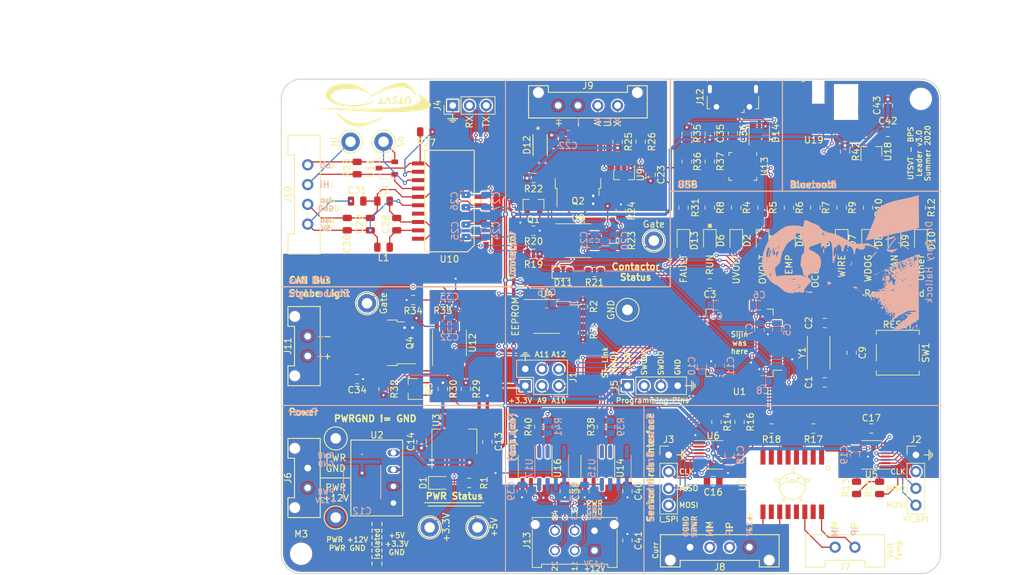
<source format=kicad_pcb>
(kicad_pcb (version 20171130) (host pcbnew "(5.1.6)-1")
  (layers (0 F.Cu signal) (31 B.Cu signal) (34 B.Paste user) (35 F.Paste user) (36 B.SilkS user) (37 F.SilkS user) (38 B.Mask user) (39 F.Mask user) (44 Edge.Cuts user))
  (net 0 "")
  (net 1 GND)
  (net 2 +3V3)
  (net 3 /OSC_IN)
  (net 4 /NRST)
  (net 5 /OSC_OUT)
  (net 6 +5V)
  (net 7 +12V)
  (net 8 GNDPWR)
  (net 9 /PB1)
  (net 10 "Net-(D1-Pad2)")
  (net 11 "Net-(D2-Pad1)")
  (net 12 "Net-(D3-Pad1)")
  (net 13 /PC3)
  (net 14 /PC2)
  (net 15 "Net-(D4-Pad1)")
  (net 16 "Net-(D5-Pad1)")
  (net 17 /PC1)
  (net 18 /PC0)
  (net 19 "Net-(D6-Pad1)")
  (net 20 "Net-(D7-Pad1)")
  (net 21 /PA7)
  (net 22 /PA6)
  (net 23 "Net-(D8-Pad1)")
  (net 24 "Net-(D9-Pad1)")
  (net 25 /PA5)
  (net 26 "/Contactor Driver/CONTACTOR_V-")
  (net 27 /SWCLK)
  (net 28 /SWDIO)
  (net 29 /CAN/CAN_L)
  (net 30 /CAN/CAN_H)
  (net 31 "Net-(Q1-Pad1)")
  (net 32 "Net-(Q2-Pad1)")
  (net 33 "Net-(Q3-Pad1)")
  (net 34 "Net-(Q4-Pad1)")
  (net 35 /I2C3_SCL)
  (net 36 /I2C3_SDA)
  (net 37 /PB0)
  (net 38 /CAN/RSlope)
  (net 39 /FAULT)
  (net 40 /USART3_RX)
  (net 41 /USART3_TX)
  (net 42 /SPI1_CLK)
  (net 43 /SPI1_MISO)
  (net 44 /SPI1_MOSI)
  (net 45 /CAN1_RX)
  (net 46 /CAN1_TX)
  (net 47 "Net-(C29-Pad2)")
  (net 48 "Net-(C29-Pad1)")
  (net 49 "Net-(C3-Pad1)")
  (net 50 "Net-(D10-Pad1)")
  (net 51 /PA9)
  (net 52 /PA11)
  (net 53 /PA10)
  (net 54 /PA12)
  (net 55 /SPI3_CLK)
  (net 56 /SPI3_MISO)
  (net 57 /SPI3_MOSI)
  (net 58 "Net-(J7-Pad2)")
  (net 59 "/Fan Board Interface/FAN1")
  (net 60 "/Fan Board Interface/FAN2")
  (net 61 "/Fan Board Interface/FAN3")
  (net 62 "/Fan Board Interface/FAN4")
  (net 63 "Net-(Q3-Pad3)")
  (net 64 "Net-(R13-Pad1)")
  (net 65 "Net-(R13-Pad2)")
  (net 66 "/Sensor Boards Interface/VT_IM")
  (net 67 "/Sensor Boards Interface/VT_IP")
  (net 68 "/Sensor Boards Interface/I_IM")
  (net 69 "/Sensor Boards Interface/I_IP")
  (net 70 "Net-(R38-Pad1)")
  (net 71 /TIM3_CH1)
  (net 72 "Net-(R39-Pad1)")
  (net 73 /TIM3_CH2)
  (net 74 /TIM12_CH1)
  (net 75 "Net-(R40-Pad1)")
  (net 76 /TIM12_CH2)
  (net 77 /UART2_TX)
  (net 78 /UART2_RX)
  (net 79 /PA15)
  (net 80 /PD2)
  (net 81 "Net-(J7-Pad1)")
  (net 82 "Net-(J8-Pad2)")
  (net 83 "Net-(J8-Pad3)")
  (net 84 "Net-(J9-Pad4)")
  (net 85 "Net-(J11-Pad2)")
  (net 86 "Net-(D11-Pad2)")
  (net 87 "Net-(D11-Pad1)")
  (net 88 "Net-(D13-Pad1)")
  (net 89 "Net-(D14-Pad2)")
  (net 90 "Net-(D14-Pad3)")
  (net 91 "Net-(D14-Pad4)")
  (net 92 "Net-(R14-Pad2)")
  (net 93 "Net-(R14-Pad1)")
  (net 94 "Net-(R22-Pad1)")
  (net 95 "Net-(R23-Pad2)")
  (net 96 "Net-(R32-Pad1)")
  (net 97 "Net-(R33-Pad2)")
  (net 98 "Net-(R35-Pad1)")
  (net 99 "Net-(R37-Pad2)")
  (net 100 "Net-(R41-Pad1)")
  (net 101 /PA4)
  (net 102 /PC4)
  (net 103 "Net-(C28-Pad2)")
  (net 104 "Net-(C28-Pad1)")
  (net 105 "Net-(C42-Pad1)")
  (net 106 "Net-(J12-Pad4)")
  (net 107 "Net-(U1-Pad2)")
  (net 108 "Net-(U1-Pad3)")
  (net 109 "Net-(U1-Pad4)")
  (net 110 "Net-(U1-Pad14)")
  (net 111 "Net-(U1-Pad15)")
  (net 112 "Net-(U1-Pad28)")
  (net 113 "Net-(U1-Pad34)")
  (net 114 "Net-(U1-Pad39)")
  (net 115 "Net-(U1-Pad58)")
  (net 116 "Net-(U1-Pad59)")
  (net 117 "Net-(U7-Pad15)")
  (net 118 "Net-(U7-Pad10)")
  (net 119 "Net-(U7-Pad7)")
  (net 120 "Net-(U7-Pad2)")
  (net 121 "Net-(U8-Pad1)")
  (net 122 "Net-(U8-Pad4)")
  (net 123 "Net-(U10-Pad6)")
  (net 124 "Net-(U10-Pad8)")
  (net 125 "Net-(U10-Pad9)")
  (net 126 "Net-(U10-Pad17)")
  (net 127 "Net-(U12-Pad1)")
  (net 128 "Net-(U12-Pad4)")
  (net 129 "Net-(U13-Pad1)")
  (net 130 "Net-(U13-Pad10)")
  (net 131 "Net-(U13-Pad11)")
  (net 132 "Net-(U13-Pad12)")
  (net 133 "Net-(U13-Pad13)")
  (net 134 "Net-(U13-Pad14)")
  (net 135 "Net-(U13-Pad15)")
  (net 136 "Net-(U13-Pad16)")
  (net 137 "Net-(U13-Pad17)")
  (net 138 "Net-(U13-Pad18)")
  (net 139 "Net-(U13-Pad19)")
  (net 140 "Net-(U13-Pad22)")
  (net 141 "Net-(U13-Pad23)")
  (net 142 "Net-(U13-Pad24)")
  (net 143 "Net-(U14-Pad1)")
  (net 144 "Net-(U14-Pad4)")
  (net 145 "Net-(U15-Pad1)")
  (net 146 "Net-(U15-Pad4)")
  (net 147 "Net-(U16-Pad4)")
  (net 148 "Net-(U16-Pad1)")
  (net 149 "Net-(U17-Pad4)")
  (net 150 "Net-(U17-Pad1)")
  (net 151 "Net-(U19-Pad6)")
  (net 152 "Net-(U19-Pad9)")
  (net 153 "Net-(U19-Pad11)")
  (net 154 "Net-(U19-Pad5)")
  (net 155 "Net-(U19-Pad4)")
  (net 156 "Net-(U19-Pad3)")
  (net 157 "Net-(U19-Pad1)")
  (net 158 "Net-(U19-Pad12)")
  (net 159 "Net-(U19-Pad15)")
  (net 160 "Net-(U19-Pad16)")
  (module UTSVT_Passive:V2F22HM (layer F.Cu) (at 139.25 60 270)
    (fp_text reference D12 (at 0 2 270) (layer F.SilkS))
    (fp_text value V2F22HM3/H hide)
    (fp_text user * (at -2.54 0 270) (layer F.SilkS))
    (pad 2 smd rect (at 1.6383 0 270) (size 1.0414 1.1938) (layers F.Cu F.Paste F.Mask) (net 26 "/Contactor Driver/CONTACTOR_V-"))
    (pad 1 smd rect (at -1.6383 0 270) (size 1.0414 1.1938) (layers F.Cu F.Paste F.Mask) (net 7 +12V))
  )
  (module Connector_Molex:Molex_Micro-Fit_3.0_43045-0612_2x03_P3.00mm_Vertical (layer F.Cu) (at 147.5 121.5 180)
    (fp_text reference J13 (at 10.25 1.5 270) (layer F.SilkS))
    (fp_text value FanBrdConn)
    (pad "" np_thru_hole circle (at -3 3.94 180) (size 1 1) (drill 1) (layers *.Cu *.Mask))
    (pad "" np_thru_hole circle (at 9 3.94 180) (size 1 1) (drill 1) (layers *.Cu *.Mask))
    (pad 1 thru_hole roundrect (at 0 0 180) (size 1.5 1.5) (drill 1) (layers *.Cu *.Mask) (roundrect_rratio 0.166667) (net 7 +12V))
    (pad 2 thru_hole circle (at 3 0 180) (size 1.5 1.5) (drill 1) (layers *.Cu *.Mask) (net 59 "/Fan Board Interface/FAN1"))
    (pad 3 thru_hole circle (at 6 0 180) (size 1.5 1.5) (drill 1) (layers *.Cu *.Mask) (net 60 "/Fan Board Interface/FAN2"))
    (pad 4 thru_hole circle (at 0 3 180) (size 1.5 1.5) (drill 1) (layers *.Cu *.Mask) (net 8 GNDPWR))
    (pad 5 thru_hole circle (at 3 3 180) (size 1.5 1.5) (drill 1) (layers *.Cu *.Mask) (net 61 "/Fan Board Interface/FAN3"))
    (pad 6 thru_hole circle (at 6 3 180) (size 1.5 1.5) (drill 1) (layers *.Cu *.Mask) (net 62 "/Fan Board Interface/FAN4"))
  )
  (module UTSVT_Connectors:Molex_MicroFit3.0_1x4xP3.00mm_PolarizingPeg_Vertical (layer F.Cu) (at 171 121 180)
    (fp_text reference J8 (at 4.5 -3) (layer F.SilkS))
    (fp_text value CurrentConn)
    (pad 4 thru_hole circle (at 9 0 180) (size 1.7 1.7) (drill 1.02) (layers *.Cu *.Mask) (net 8 GNDPWR))
    (pad "" np_thru_hole circle (at 12 -1.96 180) (size 1.27 1.27) (drill 1.27) (layers *.Cu *.Mask))
    (pad 1 thru_hole circle (at 0 0 180) (size 1.7 1.7) (drill 1.02) (layers *.Cu *.Mask) (net 7 +12V))
    (pad 2 thru_hole circle (at 3 0 180) (size 1.7 1.7) (drill 1.02) (layers *.Cu *.Mask) (net 82 "Net-(J8-Pad2)"))
    (pad 3 thru_hole circle (at 6 0 180) (size 1.7 1.7) (drill 1.02) (layers *.Cu *.Mask) (net 83 "Net-(J8-Pad3)"))
    (pad "" np_thru_hole circle (at -3 -1.96 180) (size 1.27 1.27) (drill 1.27) (layers *.Cu *.Mask))
  )
  (module UTSVT_Connectors:Molex_MicroFit3.0_1x2xP3.00mm_PolarizingPeg_Vertical (layer F.Cu) (at 104 112 90)
    (fp_text reference J6 (at 1.5 -3 90) (layer F.SilkS))
    (fp_text value PowerConn)
    (pad "" np_thru_hole circle (at 6 -1.96 90) (size 1.27 1.27) (drill 1.27) (layers *.Cu *.Mask))
    (pad 1 thru_hole circle (at 0 0 90) (size 1.7 1.7) (drill 1.02) (layers *.Cu *.Mask) (net 7 +12V))
    (pad 2 thru_hole circle (at 3 0 90) (size 1.7 1.7) (drill 1.02) (layers *.Cu *.Mask) (net 8 GNDPWR))
    (pad "" np_thru_hole circle (at -3 -1.96 90) (size 1.27 1.27) (drill 1.27) (layers *.Cu *.Mask))
  )
  (module Capacitor_SMD:C_0805_2012Metric (layer F.Cu) (at 182.4375 96)
    (fp_text reference C1 (at -2.4375 0 270) (layer F.SilkS))
    (fp_text value 10p)
    (pad 1 smd roundrect (at -0.9375 0) (size 0.975 1.4) (layers F.Cu F.Paste F.Mask) (net 3 /OSC_IN))
    (pad 2 smd roundrect (at 0.9375 0) (size 0.975 1.4) (layers F.Cu F.Paste F.Mask) (net 1 GND))
  )
  (module Capacitor_SMD:C_0805_2012Metric (layer F.Cu) (at 182.4375 87)
    (fp_text reference C2 (at -2.4375 0 270) (layer F.SilkS))
    (fp_text value 10p)
    (pad 2 smd roundrect (at 0.9375 0) (size 0.975 1.4) (layers F.Cu F.Paste F.Mask) (net 1 GND))
    (pad 1 smd roundrect (at -0.9375 0) (size 0.975 1.4) (layers F.Cu F.Paste F.Mask) (net 5 /OSC_OUT))
  )
  (module Capacitor_SMD:C_0805_2012Metric (layer F.Cu) (at 165 81 180)
    (fp_text reference C3 (at 0 -1.65 180) (layer F.SilkS))
    (fp_text value 4.7u)
    (pad 2 smd roundrect (at 0.9375 0 180) (size 0.975 1.4) (layers F.Cu F.Paste F.Mask) (net 1 GND))
    (pad 1 smd roundrect (at -0.9375 0 180) (size 0.975 1.4) (layers F.Cu F.Paste F.Mask) (net 49 "Net-(C3-Pad1)"))
  )
  (module Capacitor_SMD:C_0805_2012Metric (layer B.Cu) (at 166 84.3)
    (fp_text reference C4 (at 0 1.65 180) (layer B.SilkS) (effects (justify mirror)))
    (fp_text value 0.1u)
    (pad 1 smd roundrect (at -0.9375 0) (size 0.975 1.4) (layers B.Cu B.Paste B.Mask) (net 2 +3V3))
    (pad 2 smd roundrect (at 0.9375 0) (size 0.975 1.4) (layers B.Cu B.Paste B.Mask) (net 1 GND))
  )
  (module Capacitor_SMD:C_0805_2012Metric (layer B.Cu) (at 175.2 88 270)
    (fp_text reference C5 (at 0 -1.55 90) (layer B.SilkS) (effects (justify mirror)))
    (fp_text value 0.1u)
    (pad 2 smd roundrect (at 0.9375 0 270) (size 0.975 1.4) (layers B.Cu B.Paste B.Mask) (net 1 GND))
    (pad 1 smd roundrect (at -0.9375 0 270) (size 0.975 1.4) (layers B.Cu B.Paste B.Mask) (net 2 +3V3))
  )
  (module Capacitor_SMD:C_0805_2012Metric (layer B.Cu) (at 172.5 84.3)
    (fp_text reference C6 (at 0 -1.55) (layer B.SilkS) (effects (justify mirror)))
    (fp_text value 0.1u)
    (pad 2 smd roundrect (at 0.9375 0) (size 0.975 1.4) (layers B.Cu B.Paste B.Mask) (net 1 GND))
    (pad 1 smd roundrect (at -0.9375 0) (size 0.975 1.4) (layers B.Cu B.Paste B.Mask) (net 2 +3V3))
  )
  (module Capacitor_SMD:C_0805_2012Metric (layer B.Cu) (at 172.5 88 270)
    (fp_text reference C7 (at 0 1.5 90) (layer B.SilkS) (effects (justify mirror)))
    (fp_text value 1u)
    (pad 1 smd roundrect (at -0.9375 0 270) (size 0.975 1.4) (layers B.Cu B.Paste B.Mask) (net 2 +3V3))
    (pad 2 smd roundrect (at 0.9375 0 270) (size 0.975 1.4) (layers B.Cu B.Paste B.Mask) (net 1 GND))
  )
  (module Capacitor_SMD:C_0805_2012Metric (layer B.Cu) (at 173 95.7 180)
    (fp_text reference C8 (at 0 -1.55) (layer B.SilkS) (effects (justify mirror)))
    (fp_text value 0.1u)
    (pad 1 smd roundrect (at -0.9375 0 180) (size 0.975 1.4) (layers B.Cu B.Paste B.Mask) (net 2 +3V3))
    (pad 2 smd roundrect (at 0.9375 0 180) (size 0.975 1.4) (layers B.Cu B.Paste B.Mask) (net 1 GND))
  )
  (module Capacitor_SMD:C_0805_2012Metric (layer F.Cu) (at 186.5 91.5 270)
    (fp_text reference C9 (at 0 -1.65 90) (layer F.SilkS))
    (fp_text value 0.1u)
    (pad 2 smd roundrect (at 0.9375 0 270) (size 0.975 1.4) (layers F.Cu F.Paste F.Mask) (net 1 GND))
    (pad 1 smd roundrect (at -0.9375 0 270) (size 0.975 1.4) (layers F.Cu F.Paste F.Mask) (net 4 /NRST))
  )
  (module Capacitor_SMD:C_0805_2012Metric (layer B.Cu) (at 163.8 93.5 90)
    (fp_text reference C10 (at 0 -1.55 90) (layer B.SilkS) (effects (justify mirror)))
    (fp_text value 0.1u)
    (pad 2 smd roundrect (at 0.9375 0 90) (size 0.975 1.4) (layers B.Cu B.Paste B.Mask) (net 1 GND))
    (pad 1 smd roundrect (at -0.9375 0 90) (size 0.975 1.4) (layers B.Cu B.Paste B.Mask) (net 2 +3V3))
  )
  (module Capacitor_SMD:C_0805_2012Metric (layer B.Cu) (at 166.5 93.5 90)
    (fp_text reference C11 (at 0 1.65 270) (layer B.SilkS) (effects (justify mirror)))
    (fp_text value 4.7u)
    (pad 1 smd roundrect (at -0.9375 0 90) (size 0.975 1.4) (layers B.Cu B.Paste B.Mask) (net 2 +3V3))
    (pad 2 smd roundrect (at 0.9375 0 90) (size 0.975 1.4) (layers B.Cu B.Paste B.Mask) (net 1 GND))
  )
  (module Capacitor_SMD:C_0805_2012Metric (layer F.Cu) (at 131.25 105 90)
    (fp_text reference C13 (at 0 1.7 270) (layer F.SilkS))
    (fp_text value 10u)
    (pad 1 smd roundrect (at -0.9375 0 90) (size 0.975 1.4) (layers F.Cu F.Paste F.Mask) (net 6 +5V))
    (pad 2 smd roundrect (at 0.9375 0 90) (size 0.975 1.4) (layers F.Cu F.Paste F.Mask) (net 1 GND))
  )
  (module Capacitor_SMD:C_0805_2012Metric (layer F.Cu) (at 121.25 105 270)
    (fp_text reference C14 (at 0 1.6 270) (layer F.SilkS))
    (fp_text value 10u)
    (pad 2 smd roundrect (at 0.9375 0 270) (size 0.975 1.4) (layers F.Cu F.Paste F.Mask) (net 1 GND))
    (pad 1 smd roundrect (at -0.9375 0 270) (size 0.975 1.4) (layers F.Cu F.Paste F.Mask) (net 2 +3V3))
  )
  (module Capacitor_SMD:C_0805_2012Metric (layer B.Cu) (at 140.25 84 180)
    (fp_text reference C15 (at 0 1.65) (layer B.SilkS) (effects (justify mirror)))
    (fp_text value 0.1u)
    (pad 1 smd roundrect (at -0.9375 0 180) (size 0.975 1.4) (layers B.Cu B.Paste B.Mask) (net 2 +3V3))
    (pad 2 smd roundrect (at 0.9375 0 180) (size 0.975 1.4) (layers B.Cu B.Paste B.Mask) (net 1 GND))
  )
  (module Capacitor_SMD:C_0805_2012Metric (layer F.Cu) (at 165.5 111)
    (fp_text reference C16 (at 0 1.65) (layer F.SilkS))
    (fp_text value 0.1u)
    (pad 2 smd roundrect (at 0.9375 0) (size 0.975 1.4) (layers F.Cu F.Paste F.Mask) (net 1 GND))
    (pad 1 smd roundrect (at -0.9375 0) (size 0.975 1.4) (layers F.Cu F.Paste F.Mask) (net 2 +3V3))
  )
  (module Capacitor_SMD:C_0805_2012Metric (layer F.Cu) (at 189.5 103 180)
    (fp_text reference C17 (at 0 1.6) (layer F.SilkS))
    (fp_text value 0.1u)
    (pad 2 smd roundrect (at 0.9375 0 180) (size 0.975 1.4) (layers F.Cu F.Paste F.Mask) (net 1 GND))
    (pad 1 smd roundrect (at -0.9375 0 180) (size 0.975 1.4) (layers F.Cu F.Paste F.Mask) (net 2 +3V3))
  )
  (module Capacitor_SMD:C_0805_2012Metric (layer B.Cu) (at 168 107 90)
    (fp_text reference C18 (at 0 1.65 90) (layer B.SilkS) (effects (justify mirror)))
    (fp_text value 0.1u)
    (pad 1 smd roundrect (at -0.9375 0 90) (size 0.975 1.4) (layers B.Cu B.Paste B.Mask) (net 6 +5V))
    (pad 2 smd roundrect (at 0.9375 0 90) (size 0.975 1.4) (layers B.Cu B.Paste B.Mask) (net 1 GND))
  )
  (module Capacitor_SMD:C_0805_2012Metric (layer B.Cu) (at 187 107 270)
    (fp_text reference C19 (at 0 1.65 90) (layer B.SilkS) (effects (justify mirror)))
    (fp_text value 0.1u)
    (pad 1 smd roundrect (at -0.9375 0 270) (size 0.975 1.4) (layers B.Cu B.Paste B.Mask) (net 6 +5V))
    (pad 2 smd roundrect (at 0.9375 0 270) (size 0.975 1.4) (layers B.Cu B.Paste B.Mask) (net 1 GND))
  )
  (module Capacitor_SMD:C_0805_2012Metric (layer B.Cu) (at 147.5 74.5 270)
    (fp_text reference C21 (at 0 1.6 90) (layer B.SilkS) (effects (justify mirror)))
    (fp_text value 10u)
    (pad 2 smd roundrect (at 0.9375 0 270) (size 0.975 1.4) (layers B.Cu B.Paste B.Mask) (net 8 GNDPWR))
    (pad 1 smd roundrect (at -0.9375 0 270) (size 0.975 1.4) (layers B.Cu B.Paste B.Mask) (net 7 +12V))
  )
  (module Capacitor_SMD:C_0805_2012Metric (layer B.Cu) (at 150.5 74.5 270)
    (fp_text reference C20 (at 0 -1.6 90) (layer B.SilkS) (effects (justify mirror)))
    (fp_text value 0.1u)
    (pad 1 smd roundrect (at -0.9375 0 270) (size 0.975 1.4) (layers B.Cu B.Paste B.Mask) (net 7 +12V))
    (pad 2 smd roundrect (at 0.9375 0 270) (size 0.975 1.4) (layers B.Cu B.Paste B.Mask) (net 8 GNDPWR))
  )
  (module Capacitor_SMD:C_0805_2012Metric (layer B.Cu) (at 143.5 58.5 180)
    (fp_text reference C22 (at 0 -1.6) (layer B.SilkS) (effects (justify mirror)))
    (fp_text value 1u)
    (pad 2 smd roundrect (at 0.9375 0 180) (size 0.975 1.4) (layers B.Cu B.Paste B.Mask) (net 7 +12V))
    (pad 1 smd roundrect (at -0.9375 0 180) (size 0.975 1.4) (layers B.Cu B.Paste B.Mask) (net 8 GNDPWR))
  )
  (module Capacitor_SMD:C_0805_2012Metric (layer F.Cu) (at 156 64.5 90)
    (fp_text reference C23 (at 0 1.6 90) (layer F.SilkS))
    (fp_text value 1u)
    (pad 1 smd roundrect (at -0.9375 0 90) (size 0.975 1.4) (layers F.Cu F.Paste F.Mask) (net 9 /PB1))
    (pad 2 smd roundrect (at 0.9375 0 90) (size 0.975 1.4) (layers F.Cu F.Paste F.Mask) (net 1 GND))
  )
  (module Capacitor_SMD:C_0805_2012Metric (layer B.Cu) (at 131 73 270)
    (fp_text reference C24 (at 0 -1.6 270) (layer B.SilkS) (effects (justify mirror)))
    (fp_text value 10u)
    (pad 1 smd roundrect (at -0.9375 0 270) (size 0.975 1.4) (layers B.Cu B.Paste B.Mask) (net 6 +5V))
    (pad 2 smd roundrect (at 0.9375 0 270) (size 0.975 1.4) (layers B.Cu B.Paste B.Mask) (net 1 GND))
  )
  (module Capacitor_SMD:C_0805_2012Metric (layer B.Cu) (at 128 73 270)
    (fp_text reference C25 (at 0 1.65 270) (layer B.SilkS) (effects (justify mirror)))
    (fp_text value 0.1u)
    (pad 2 smd roundrect (at 0.9375 0 270) (size 0.975 1.4) (layers B.Cu B.Paste B.Mask) (net 1 GND))
    (pad 1 smd roundrect (at -0.9375 0 270) (size 0.975 1.4) (layers B.Cu B.Paste B.Mask) (net 6 +5V))
  )
  (module Capacitor_SMD:C_0805_2012Metric (layer B.Cu) (at 128 68.5 90)
    (fp_text reference C26 (at 0 -1.75 90) (layer B.SilkS) (effects (justify mirror)))
    (fp_text value 0.1u)
    (pad 1 smd roundrect (at -0.9375 0 90) (size 0.975 1.4) (layers B.Cu B.Paste B.Mask) (net 2 +3V3))
    (pad 2 smd roundrect (at 0.9375 0 90) (size 0.975 1.4) (layers B.Cu B.Paste B.Mask) (net 1 GND))
  )
  (module Capacitor_SMD:C_0805_2012Metric (layer B.Cu) (at 131 68.5 90)
    (fp_text reference C27 (at 0 1.65 270) (layer B.SilkS) (effects (justify mirror)))
    (fp_text value 0.01u)
    (pad 2 smd roundrect (at 0.9375 0 90) (size 0.975 1.4) (layers B.Cu B.Paste B.Mask) (net 1 GND))
    (pad 1 smd roundrect (at -0.9375 0 90) (size 0.975 1.4) (layers B.Cu B.Paste B.Mask) (net 2 +3V3))
  )
  (module Capacitor_SMD:C_0805_2012Metric (layer F.Cu) (at 117.5 72 90)
    (fp_text reference C28 (at 0 -1.65 90) (layer F.SilkS))
    (fp_text value 0.22u)
    (pad 2 smd roundrect (at 0.9375 0 90) (size 0.975 1.4) (layers F.Cu F.Paste F.Mask) (net 103 "Net-(C28-Pad2)"))
    (pad 1 smd roundrect (at -0.9375 0 90) (size 0.975 1.4) (layers F.Cu F.Paste F.Mask) (net 104 "Net-(C28-Pad1)"))
  )
  (module Capacitor_SMD:C_0805_2012Metric (layer F.Cu) (at 113.5 72 90)
    (fp_text reference C29 (at 0 -1.65 90) (layer F.SilkS))
    (fp_text value 10u)
    (pad 1 smd roundrect (at -0.9375 0 90) (size 0.975 1.4) (layers F.Cu F.Paste F.Mask) (net 48 "Net-(C29-Pad1)"))
    (pad 2 smd roundrect (at 0.9375 0 90) (size 0.975 1.4) (layers F.Cu F.Paste F.Mask) (net 47 "Net-(C29-Pad2)"))
  )
  (module Capacitor_SMD:C_0805_2012Metric (layer F.Cu) (at 110 72 90)
    (fp_text reference C30 (at -3 0 90) (layer F.SilkS))
    (fp_text value 0.1u)
    (pad 1 smd roundrect (at -0.9375 0 90) (size 0.975 1.4) (layers F.Cu F.Paste F.Mask) (net 48 "Net-(C29-Pad1)"))
    (pad 2 smd roundrect (at 0.9375 0 90) (size 0.975 1.4) (layers F.Cu F.Paste F.Mask) (net 47 "Net-(C29-Pad2)"))
  )
  (module Capacitor_SMD:C_0805_2012Metric (layer F.Cu) (at 111.5 68.5)
    (fp_text reference C31 (at 0 -1.65) (layer F.SilkS))
    (fp_text value 0.01u)
    (pad 2 smd roundrect (at 0.9375 0) (size 0.975 1.4) (layers F.Cu F.Paste F.Mask) (net 47 "Net-(C29-Pad2)"))
    (pad 1 smd roundrect (at -0.9375 0) (size 0.975 1.4) (layers F.Cu F.Paste F.Mask) (net 48 "Net-(C29-Pad1)"))
  )
  (module Capacitor_SMD:C_0805_2012Metric (layer B.Cu) (at 125.5 84.5)
    (fp_text reference C33 (at 0 -1.5 180) (layer B.SilkS) (effects (justify mirror)))
    (fp_text value 10u)
    (pad 1 smd roundrect (at -0.9375 0) (size 0.975 1.4) (layers B.Cu B.Paste B.Mask) (net 7 +12V))
    (pad 2 smd roundrect (at 0.9375 0) (size 0.975 1.4) (layers B.Cu B.Paste B.Mask) (net 8 GNDPWR))
  )
  (module Capacitor_SMD:C_0805_2012Metric (layer B.Cu) (at 125.5 87.5)
    (fp_text reference C32 (at 0 1.65 180) (layer B.SilkS) (effects (justify mirror)))
    (fp_text value 0.1u)
    (pad 2 smd roundrect (at 0.9375 0) (size 0.975 1.4) (layers B.Cu B.Paste B.Mask) (net 8 GNDPWR))
    (pad 1 smd roundrect (at -0.9375 0) (size 0.975 1.4) (layers B.Cu B.Paste B.Mask) (net 7 +12V))
  )
  (module Capacitor_SMD:C_0805_2012Metric (layer F.Cu) (at 111.5 95.5 180)
    (fp_text reference C34 (at 0 -1.65) (layer F.SilkS))
    (fp_text value 1u)
    (pad 1 smd roundrect (at -0.9375 0 180) (size 0.975 1.4) (layers F.Cu F.Paste F.Mask) (net 8 GNDPWR))
    (pad 2 smd roundrect (at 0.9375 0 180) (size 0.975 1.4) (layers F.Cu F.Paste F.Mask) (net 7 +12V))
  )
  (module Capacitor_SMD:C_0805_2012Metric (layer F.Cu) (at 165 58.25 90)
    (fp_text reference C35 (at 0 1.6 90) (layer F.SilkS))
    (fp_text value 4.7u)
    (pad 1 smd roundrect (at -0.9375 0 90) (size 0.975 1.4) (layers F.Cu F.Paste F.Mask) (net 2 +3V3))
    (pad 2 smd roundrect (at 0.9375 0 90) (size 0.975 1.4) (layers F.Cu F.Paste F.Mask) (net 1 GND))
  )
  (module Capacitor_SMD:C_0805_2012Metric (layer F.Cu) (at 168.5 58.25 90)
    (fp_text reference C36 (at 0 1.6 90) (layer F.SilkS))
    (fp_text value 0.1u)
    (pad 2 smd roundrect (at 0.9375 0 90) (size 0.975 1.4) (layers F.Cu F.Paste F.Mask) (net 1 GND))
    (pad 1 smd roundrect (at -0.9375 0 90) (size 0.975 1.4) (layers F.Cu F.Paste F.Mask) (net 2 +3V3))
  )
  (module Capacitor_SMD:C_0805_2012Metric (layer F.Cu) (at 152.5 120 90)
    (fp_text reference C41 (at 0 1.65 90) (layer F.SilkS))
    (fp_text value 10u)
    (pad 1 smd roundrect (at -0.9375 0 90) (size 0.975 1.4) (layers F.Cu F.Paste F.Mask) (net 7 +12V))
    (pad 2 smd roundrect (at 0.9375 0 90) (size 0.975 1.4) (layers F.Cu F.Paste F.Mask) (net 8 GNDPWR))
  )
  (module Capacitor_SMD:C_0805_2012Metric (layer F.Cu) (at 152.5 112.5 270)
    (fp_text reference C40 (at 0 -1.65 90) (layer F.SilkS))
    (fp_text value 0.1u)
    (pad 2 smd roundrect (at 0.9375 0 270) (size 0.975 1.4) (layers F.Cu F.Paste F.Mask) (net 8 GNDPWR))
    (pad 1 smd roundrect (at -0.9375 0 270) (size 0.975 1.4) (layers F.Cu F.Paste F.Mask) (net 7 +12V))
  )
  (module Capacitor_SMD:C_0805_2012Metric (layer B.Cu) (at 146 112.5 270)
    (fp_text reference C37 (at 0 1.65 270) (layer B.SilkS) (effects (justify mirror)))
    (fp_text value 0.1u)
    (pad 2 smd roundrect (at 0.9375 0 270) (size 0.975 1.4) (layers B.Cu B.Paste B.Mask) (net 8 GNDPWR))
    (pad 1 smd roundrect (at -0.9375 0 270) (size 0.975 1.4) (layers B.Cu B.Paste B.Mask) (net 7 +12V))
  )
  (module Capacitor_SMD:C_0805_2012Metric (layer F.Cu) (at 143 112.5 270)
    (fp_text reference C38 (at 0 -1.65 270) (layer F.SilkS))
    (fp_text value 0.1u)
    (pad 1 smd roundrect (at -0.9375 0 270) (size 0.975 1.4) (layers F.Cu F.Paste F.Mask) (net 7 +12V))
    (pad 2 smd roundrect (at 0.9375 0 270) (size 0.975 1.4) (layers F.Cu F.Paste F.Mask) (net 8 GNDPWR))
  )
  (module Capacitor_SMD:C_0805_2012Metric (layer B.Cu) (at 136.5 112.5 270)
    (fp_text reference C39 (at 0 1.65 90) (layer B.SilkS) (effects (justify mirror)))
    (fp_text value 0.1u)
    (pad 1 smd roundrect (at -0.9375 0 270) (size 0.975 1.4) (layers B.Cu B.Paste B.Mask) (net 7 +12V))
    (pad 2 smd roundrect (at 0.9375 0 270) (size 0.975 1.4) (layers B.Cu B.Paste B.Mask) (net 8 GNDPWR))
  )
  (module Capacitor_SMD:C_0805_2012Metric (layer F.Cu) (at 192 58)
    (fp_text reference C42 (at 0 -1.65) (layer F.SilkS))
    (fp_text value 1u)
    (pad 2 smd roundrect (at 0.9375 0) (size 0.975 1.4) (layers F.Cu F.Paste F.Mask) (net 1 GND))
    (pad 1 smd roundrect (at -0.9375 0) (size 0.975 1.4) (layers F.Cu F.Paste F.Mask) (net 105 "Net-(C42-Pad1)"))
  )
  (module Capacitor_SMD:C_0805_2012Metric (layer F.Cu) (at 192 54 90)
    (fp_text reference C43 (at 0 -1.65 90) (layer F.SilkS))
    (fp_text value 0.1u)
    (pad 2 smd roundrect (at 0.9375 0 90) (size 0.975 1.4) (layers F.Cu F.Paste F.Mask) (net 2 +3V3))
    (pad 1 smd roundrect (at -0.9375 0 90) (size 0.975 1.4) (layers F.Cu F.Paste F.Mask) (net 1 GND))
  )
  (module LED_SMD:LED_0805_2012Metric (layer F.Cu) (at 124 111.25)
    (fp_text reference D1 (at -2.5 0 90) (layer F.SilkS))
    (fp_text value PowerOn)
    (pad 1 smd roundrect (at -0.9375 0) (size 0.975 1.4) (layers F.Cu F.Paste F.Mask) (net 1 GND))
    (pad 2 smd roundrect (at 0.9375 0) (size 0.975 1.4) (layers F.Cu F.Paste F.Mask) (net 10 "Net-(D1-Pad2)"))
  )
  (module LED_SMD:LED_0805_2012Metric (layer F.Cu) (at 165 74.5 270)
    (fp_text reference D6 (at 0 -1.65 90) (layer F.SilkS))
    (fp_text value Heartbeat)
    (pad 2 smd roundrect (at 0.9375 0 270) (size 0.975 1.4) (layers F.Cu F.Paste F.Mask) (net 102 /PC4))
    (pad 1 smd roundrect (at -0.9375 0 270) (size 0.975 1.4) (layers F.Cu F.Paste F.Mask) (net 19 "Net-(D6-Pad1)"))
  )
  (module LED_SMD:LED_0805_2012Metric (layer F.Cu) (at 169 74.5 270)
    (fp_text reference D2 (at 0 -1.65 90) (layer F.SilkS))
    (fp_text value UVolt)
    (pad 1 smd roundrect (at -0.9375 0 270) (size 0.975 1.4) (layers F.Cu F.Paste F.Mask) (net 11 "Net-(D2-Pad1)"))
    (pad 2 smd roundrect (at 0.9375 0 270) (size 0.975 1.4) (layers F.Cu F.Paste F.Mask) (net 21 /PA7))
  )
  (module LED_SMD:LED_0805_2012Metric (layer F.Cu) (at 173 74.5 270)
    (fp_text reference D3 (at 0 -1.65 90) (layer F.SilkS))
    (fp_text value OVolt)
    (pad 2 smd roundrect (at 0.9375 0 270) (size 0.975 1.4) (layers F.Cu F.Paste F.Mask) (net 22 /PA6))
    (pad 1 smd roundrect (at -0.9375 0 270) (size 0.975 1.4) (layers F.Cu F.Paste F.Mask) (net 12 "Net-(D3-Pad1)"))
  )
  (module LED_SMD:LED_0805_2012Metric (layer F.Cu) (at 177 74.5 270)
    (fp_text reference D4 (at 0 -1.65 90) (layer F.SilkS))
    (fp_text value OTemp)
    (pad 1 smd roundrect (at -0.9375 0 270) (size 0.975 1.4) (layers F.Cu F.Paste F.Mask) (net 15 "Net-(D4-Pad1)"))
    (pad 2 smd roundrect (at 0.9375 0 270) (size 0.975 1.4) (layers F.Cu F.Paste F.Mask) (net 25 /PA5))
  )
  (module LED_SMD:LED_0805_2012Metric (layer F.Cu) (at 181 74.5 270)
    (fp_text reference D5 (at 0 -1.65 90) (layer F.SilkS))
    (fp_text value OCurr)
    (pad 2 smd roundrect (at 0.9375 0 270) (size 0.975 1.4) (layers F.Cu F.Paste F.Mask) (net 101 /PA4))
    (pad 1 smd roundrect (at -0.9375 0 270) (size 0.975 1.4) (layers F.Cu F.Paste F.Mask) (net 16 "Net-(D5-Pad1)"))
  )
  (module LED_SMD:LED_0805_2012Metric (layer F.Cu) (at 185 74.5 270)
    (fp_text reference D7 (at 0 -1.65 90) (layer F.SilkS))
    (fp_text value Wire)
    (pad 1 smd roundrect (at -0.9375 0 270) (size 0.975 1.4) (layers F.Cu F.Paste F.Mask) (net 20 "Net-(D7-Pad1)"))
    (pad 2 smd roundrect (at 0.9375 0 270) (size 0.975 1.4) (layers F.Cu F.Paste F.Mask) (net 13 /PC3))
  )
  (module LED_SMD:LED_0805_2012Metric (layer F.Cu) (at 189 74.5 270)
    (fp_text reference D8 (at 0 -1.65 90) (layer F.SilkS))
    (fp_text value WDError)
    (pad 1 smd roundrect (at -0.9375 0 270) (size 0.975 1.4) (layers F.Cu F.Paste F.Mask) (net 23 "Net-(D8-Pad1)"))
    (pad 2 smd roundrect (at 0.9375 0 270) (size 0.975 1.4) (layers F.Cu F.Paste F.Mask) (net 14 /PC2))
  )
  (module LED_SMD:LED_0805_2012Metric (layer F.Cu) (at 193 74.5 270)
    (fp_text reference D9 (at 0 -1.65 90) (layer F.SilkS))
    (fp_text value CANError)
    (pad 2 smd roundrect (at 0.9375 0 270) (size 0.975 1.4) (layers F.Cu F.Paste F.Mask) (net 17 /PC1))
    (pad 1 smd roundrect (at -0.9375 0 270) (size 0.975 1.4) (layers F.Cu F.Paste F.Mask) (net 24 "Net-(D9-Pad1)"))
  )
  (module LED_SMD:LED_0805_2012Metric (layer F.Cu) (at 142.75 79.25)
    (fp_text reference D11 (at 0 1.6) (layer F.SilkS))
    (fp_text value ContactorEn)
    (pad 2 smd roundrect (at 0.9375 0) (size 0.975 1.4) (layers F.Cu F.Paste F.Mask) (net 86 "Net-(D11-Pad2)"))
    (pad 1 smd roundrect (at -0.9375 0) (size 0.975 1.4) (layers F.Cu F.Paste F.Mask) (net 87 "Net-(D11-Pad1)"))
  )
  (module LED_SMD:LED_0805_2012Metric (layer F.Cu) (at 161 74.5 270)
    (fp_text reference D13 (at 0 -1.65 90) (layer F.SilkS))
    (fp_text value Fault)
    (pad 1 smd roundrect (at -0.9375 0 270) (size 0.975 1.4) (layers F.Cu F.Paste F.Mask) (net 88 "Net-(D13-Pad1)"))
    (pad 2 smd roundrect (at 0.9375 0 270) (size 0.975 1.4) (layers F.Cu F.Paste F.Mask) (net 6 +5V))
  )
  (module Package_TO_SOT_SMD:SOT-143 (layer F.Cu) (at 172.5 58.25 90)
    (fp_text reference D14 (at 0.02 2.5 90) (layer F.SilkS))
    (fp_text value SP0503BAHT)
    (pad 1 smd rect (at -1.1 -0.77) (size 1.2 1.4) (layers F.Cu F.Paste F.Mask) (net 1 GND))
    (pad 2 smd rect (at -1.1 0.95) (size 1 1.4) (layers F.Cu F.Paste F.Mask) (net 89 "Net-(D14-Pad2)"))
    (pad 3 smd rect (at 1.1 0.95) (size 1 1.4) (layers F.Cu F.Paste F.Mask) (net 90 "Net-(D14-Pad3)"))
    (pad 4 smd rect (at 1.1 -0.95) (size 1 1.4) (layers F.Cu F.Paste F.Mask) (net 91 "Net-(D14-Pad4)"))
  )
  (module Connector_PinHeader_2.54mm:PinHeader_2x03_P2.54mm_Vertical (layer F.Cu) (at 137 96.5 90)
    (fp_text reference J1 (at 1.27 7.25 90) (layer F.SilkS))
    (fp_text value "GPIO Analyzer")
    (pad 1 thru_hole rect (at 0 0 90) (size 1.7 1.7) (drill 1) (layers *.Cu *.Mask) (net 2 +3V3))
    (pad 2 thru_hole oval (at 2.54 0 90) (size 1.7 1.7) (drill 1) (layers *.Cu *.Mask) (net 1 GND))
    (pad 3 thru_hole oval (at 0 2.54 90) (size 1.7 1.7) (drill 1) (layers *.Cu *.Mask) (net 51 /PA9))
    (pad 4 thru_hole oval (at 2.54 2.54 90) (size 1.7 1.7) (drill 1) (layers *.Cu *.Mask) (net 52 /PA11))
    (pad 5 thru_hole oval (at 0 5.08 90) (size 1.7 1.7) (drill 1) (layers *.Cu *.Mask) (net 53 /PA10))
    (pad 6 thru_hole oval (at 2.54 5.08 90) (size 1.7 1.7) (drill 1) (layers *.Cu *.Mask) (net 54 /PA12))
  )
  (module Connector_PinHeader_2.54mm:PinHeader_1x03_P2.54mm_Vertical (layer F.Cu) (at 126 54 90)
    (fp_text reference J4 (at 0 -2.33 90) (layer F.SilkS))
    (fp_text value "CAN Analyzer")
    (pad 1 thru_hole rect (at 0 0 90) (size 1.7 1.7) (drill 1) (layers *.Cu *.Mask) (net 1 GND))
    (pad 2 thru_hole oval (at 0 2.54 90) (size 1.7 1.7) (drill 1) (layers *.Cu *.Mask) (net 45 /CAN1_RX))
    (pad 3 thru_hole oval (at 0 5.08 90) (size 1.7 1.7) (drill 1) (layers *.Cu *.Mask) (net 46 /CAN1_TX))
  )
  (module Connector_PinHeader_2.54mm:PinHeader_1x04_P2.54mm_Vertical (layer F.Cu) (at 152.5 96.5 90)
    (fp_text reference J5 (at 0 -2 90) (layer F.SilkS))
    (fp_text value SWD)
    (pad 1 thru_hole rect (at 0 0 90) (size 1.7 1.7) (drill 1) (layers *.Cu *.Mask) (net 2 +3V3))
    (pad 2 thru_hole oval (at 0 2.54 90) (size 1.7 1.7) (drill 1) (layers *.Cu *.Mask) (net 27 /SWCLK))
    (pad 3 thru_hole oval (at 0 5.08 90) (size 1.7 1.7) (drill 1) (layers *.Cu *.Mask) (net 28 /SWDIO))
    (pad 4 thru_hole oval (at 0 7.62 90) (size 1.7 1.7) (drill 1) (layers *.Cu *.Mask) (net 1 GND))
  )
  (module UTSVT_Connectors:Molex_MicroFit3.0_1x2xP3.00mm_PolarizingPeg_Vertical (layer F.Cu) (at 187 121 180)
    (fp_text reference J7 (at 1.5 -3) (layer F.SilkS))
    (fp_text value MinionConn)
    (pad "" np_thru_hole circle (at 6 -1.96 180) (size 1.27 1.27) (drill 1.27) (layers *.Cu *.Mask))
    (pad 1 thru_hole circle (at 0 0 180) (size 1.7 1.7) (drill 1.02) (layers *.Cu *.Mask) (net 81 "Net-(J7-Pad1)"))
    (pad 2 thru_hole circle (at 3 0 180) (size 1.7 1.7) (drill 1.02) (layers *.Cu *.Mask) (net 58 "Net-(J7-Pad2)"))
    (pad "" np_thru_hole circle (at -3 -1.96 180) (size 1.27 1.27) (drill 1.27) (layers *.Cu *.Mask))
  )
  (module UTSVT_Connectors:Molex_MicroFit3.0_1x4xP3.00mm_PolarizingPeg_Vertical (layer F.Cu) (at 142 54)
    (fp_text reference J9 (at 4.5 -3) (layer F.SilkS))
    (fp_text value ContactorConn)
    (pad "" np_thru_hole circle (at -3 -1.96) (size 1.27 1.27) (drill 1.27) (layers *.Cu *.Mask))
    (pad 3 thru_hole circle (at 6 0) (size 1.7 1.7) (drill 1.02) (layers *.Cu *.Mask) (net 1 GND))
    (pad 2 thru_hole circle (at 3 0) (size 1.7 1.7) (drill 1.02) (layers *.Cu *.Mask) (net 26 "/Contactor Driver/CONTACTOR_V-"))
    (pad 1 thru_hole circle (at 0 0) (size 1.7 1.7) (drill 1.02) (layers *.Cu *.Mask) (net 7 +12V))
    (pad "" np_thru_hole circle (at 12 -1.96) (size 1.27 1.27) (drill 1.27) (layers *.Cu *.Mask))
    (pad 4 thru_hole circle (at 9 0) (size 1.7 1.7) (drill 1.02) (layers *.Cu *.Mask) (net 84 "Net-(J9-Pad4)"))
  )
  (module UTSVT_Connectors:Molex_MicroFit3.0_1x4xP3.00mm_PolarizingPeg_Vertical (layer F.Cu) (at 104 72 90)
    (fp_text reference J10 (at 4.5 -3 90) (layer F.SilkS))
    (fp_text value CAN_Out)
    (pad 4 thru_hole circle (at 9 0 90) (size 1.7 1.7) (drill 1.02) (layers *.Cu *.Mask) (net 29 /CAN/CAN_L))
    (pad "" np_thru_hole circle (at 12 -1.96 90) (size 1.27 1.27) (drill 1.27) (layers *.Cu *.Mask))
    (pad 1 thru_hole circle (at 0 0 90) (size 1.7 1.7) (drill 1.02) (layers *.Cu *.Mask) (net 48 "Net-(C29-Pad1)"))
    (pad 2 thru_hole circle (at 3 0 90) (size 1.7 1.7) (drill 1.02) (layers *.Cu *.Mask) (net 47 "Net-(C29-Pad2)"))
    (pad 3 thru_hole circle (at 6 0 90) (size 1.7 1.7) (drill 1.02) (layers *.Cu *.Mask) (net 30 /CAN/CAN_H))
    (pad "" np_thru_hole circle (at -3 -1.96 90) (size 1.27 1.27) (drill 1.27) (layers *.Cu *.Mask))
  )
  (module UTSVT_Connectors:Molex_MicroFit3.0_1x2xP3.00mm_PolarizingPeg_Vertical (layer F.Cu) (at 104 92 90)
    (fp_text reference J11 (at 1.5 -3 90) (layer F.SilkS))
    (fp_text value ErrorLightConn)
    (pad "" np_thru_hole circle (at -3 -1.96 90) (size 1.27 1.27) (drill 1.27) (layers *.Cu *.Mask))
    (pad 2 thru_hole circle (at 3 0 90) (size 1.7 1.7) (drill 1.02) (layers *.Cu *.Mask) (net 85 "Net-(J11-Pad2)"))
    (pad 1 thru_hole circle (at 0 0 90) (size 1.7 1.7) (drill 1.02) (layers *.Cu *.Mask) (net 7 +12V))
    (pad "" np_thru_hole circle (at 6 -1.96 90) (size 1.27 1.27) (drill 1.27) (layers *.Cu *.Mask))
  )
  (module Connector_USB:USB_Micro-B_Molex-105017-0001 (layer F.Cu) (at 168.5 52.75 180)
    (fp_text reference J12 (at 5 0 90) (layer F.SilkS))
    (fp_text value USB_B_Micro)
    (pad 6 smd rect (at 1 1.2375 180) (size 1.5 1.9) (layers F.Cu F.Paste F.Mask) (net 1 GND))
    (pad 6 thru_hole circle (at -2.5 -1.4625 180) (size 1.45 1.45) (drill 0.85) (layers *.Cu *.Mask) (net 1 GND))
    (pad 2 smd rect (at -0.65 -1.4625 180) (size 0.4 1.35) (layers F.Cu F.Paste F.Mask) (net 90 "Net-(D14-Pad3)"))
    (pad 1 smd rect (at -1.3 -1.4625 180) (size 0.4 1.35) (layers F.Cu F.Paste F.Mask) (net 89 "Net-(D14-Pad2)"))
    (pad 5 smd rect (at 1.3 -1.4625 180) (size 0.4 1.35) (layers F.Cu F.Paste F.Mask) (net 1 GND))
    (pad 4 smd rect (at 0.65 -1.4625 180) (size 0.4 1.35) (layers F.Cu F.Paste F.Mask) (net 106 "Net-(J12-Pad4)"))
    (pad 3 smd rect (at 0 -1.4625 180) (size 0.4 1.35) (layers F.Cu F.Paste F.Mask) (net 91 "Net-(D14-Pad4)"))
    (pad 6 thru_hole circle (at 2.5 -1.4625 180) (size 1.45 1.45) (drill 0.85) (layers *.Cu *.Mask) (net 1 GND))
    (pad 6 smd rect (at -1 1.2375 180) (size 1.5 1.9) (layers F.Cu F.Paste F.Mask) (net 1 GND))
    (pad 6 thru_hole oval (at -3.5 1.2375) (size 1.2 1.9) (drill oval 0.6 1.3) (layers *.Cu *.Mask) (net 1 GND))
    (pad 6 thru_hole oval (at 3.5 1.2375 180) (size 1.2 1.9) (drill oval 0.6 1.3) (layers *.Cu *.Mask) (net 1 GND))
    (pad 6 smd rect (at 2.9 1.2375 180) (size 1.2 1.9) (layers F.Cu F.Mask) (net 1 GND))
    (pad 6 smd rect (at -2.9 1.2375 180) (size 1.2 1.9) (layers F.Cu F.Mask) (net 1 GND))
  )
  (module Inductor_SMD:L_0805_2012Metric (layer F.Cu) (at 115.5 75.5)
    (fp_text reference L1 (at 0 1.6) (layer F.SilkS))
    (fp_text value 2k)
    (pad 1 smd roundrect (at -0.9375 0) (size 0.975 1.4) (layers F.Cu F.Paste F.Mask) (net 48 "Net-(C29-Pad1)"))
    (pad 2 smd roundrect (at 0.9375 0) (size 0.975 1.4) (layers F.Cu F.Paste F.Mask) (net 104 "Net-(C28-Pad1)"))
  )
  (module Inductor_SMD:L_0805_2012Metric (layer F.Cu) (at 115.5 68.5)
    (fp_text reference L2 (at 0 -1.65) (layer F.SilkS))
    (fp_text value 2k)
    (pad 2 smd roundrect (at 0.9375 0) (size 0.975 1.4) (layers F.Cu F.Paste F.Mask) (net 103 "Net-(C28-Pad2)"))
    (pad 1 smd roundrect (at -0.9375 0) (size 0.975 1.4) (layers F.Cu F.Paste F.Mask) (net 47 "Net-(C29-Pad2)"))
  )
  (module MountingHole:MountingHole_3mm (layer F.Cu) (at 103 122)
    (fp_text reference MH1 hide)
    (fp_text value M.3)
    (pad 1 np_thru_hole circle (at 0 0) (size 3 3) (drill 3) (layers *.Cu *.Mask))
  )
  (module MountingHole:MountingHole_3mm (layer F.Cu) (at 103 53)
    (fp_text reference MH2 hide)
    (fp_text value M.3)
    (pad 1 np_thru_hole circle (at 0 0) (size 3 3) (drill 3) (layers *.Cu *.Mask))
  )
  (module MountingHole:MountingHole_3mm (layer F.Cu) (at 197 122)
    (fp_text reference MH3 hide)
    (fp_text value M.3)
    (pad 1 np_thru_hole circle (at 0 0) (size 3 3) (drill 3) (layers *.Cu *.Mask))
  )
  (module MountingHole:MountingHole_3mm (layer F.Cu) (at 197 53)
    (fp_text reference MH4 hide)
    (fp_text value M.3)
    (pad 1 np_thru_hole circle (at 0 0) (size 3 3) (drill 3) (layers *.Cu *.Mask))
  )
  (module Package_TO_SOT_SMD:SOT-23 (layer F.Cu) (at 138.25 69 90)
    (fp_text reference Q1 (at -2.3 0 180) (layer F.SilkS))
    (fp_text value NTR4003NT1G)
    (pad 1 smd rect (at -1 -0.95 90) (size 0.9 0.8) (layers F.Cu F.Paste F.Mask) (net 31 "Net-(Q1-Pad1)"))
    (pad 2 smd rect (at -1 0.95 90) (size 0.9 0.8) (layers F.Cu F.Paste F.Mask) (net 1 GND))
    (pad 3 smd rect (at 1 0 90) (size 0.9 0.8) (layers F.Cu F.Paste F.Mask) (net 87 "Net-(D11-Pad1)"))
  )
  (module Package_TO_SOT_SMD:TO-252-2 (layer F.Cu) (at 145 64.1 90)
    (fp_text reference Q2 (at -4.4 0) (layer F.SilkS))
    (fp_text value VND5N07-E)
    (pad 1 smd rect (at -4.2 -2.28 90) (size 2.2 1.2) (layers F.Cu F.Paste F.Mask) (net 32 "Net-(Q2-Pad1)"))
    (pad 3 smd rect (at -4.2 2.28 90) (size 2.2 1.2) (layers F.Cu F.Paste F.Mask) (net 8 GNDPWR))
    (pad 2 smd rect (at 2.1 0 90) (size 6.4 5.8) (layers F.Cu F.Mask) (net 26 "/Contactor Driver/CONTACTOR_V-"))
  )
  (module Package_TO_SOT_SMD:SOT-23 (layer F.Cu) (at 120 97 180)
    (fp_text reference Q3 (at -2.4 0 90) (layer F.SilkS))
    (fp_text value NTR4003NT1G)
    (pad 1 smd rect (at -1 -0.95 180) (size 0.9 0.8) (layers F.Cu F.Paste F.Mask) (net 33 "Net-(Q3-Pad1)"))
    (pad 2 smd rect (at -1 0.95 180) (size 0.9 0.8) (layers F.Cu F.Paste F.Mask) (net 1 GND))
    (pad 3 smd rect (at 1 0 180) (size 0.9 0.8) (layers F.Cu F.Paste F.Mask) (net 63 "Net-(Q3-Pad3)"))
  )
  (module Package_TO_SOT_SMD:TO-252-2 (layer F.Cu) (at 115.1 90 180)
    (fp_text reference Q4 (at -4.4 0 90) (layer F.SilkS))
    (fp_text value VND5N07-E)
    (pad 2 smd rect (at 2.1 0 180) (size 6.4 5.8) (layers F.Cu F.Mask) (net 85 "Net-(J11-Pad2)"))
    (pad 3 smd rect (at -4.2 2.28 180) (size 2.2 1.2) (layers F.Cu F.Paste F.Mask) (net 8 GNDPWR))
    (pad 1 smd rect (at -4.2 -2.28 180) (size 2.2 1.2) (layers F.Cu F.Paste F.Mask) (net 34 "Net-(Q4-Pad1)"))
  )
  (module Resistor_SMD:R_0805_2012Metric (layer F.Cu) (at 128.5 111.25 180)
    (fp_text reference R1 (at -2.25 0 90) (layer F.SilkS))
    (fp_text value 1.5k)
    (pad 1 smd roundrect (at -0.9375 0 180) (size 0.975 1.4) (layers F.Cu F.Paste F.Mask) (net 6 +5V))
    (pad 2 smd roundrect (at 0.9375 0 180) (size 0.975 1.4) (layers F.Cu F.Paste F.Mask) (net 10 "Net-(D1-Pad2)"))
  )
  (module Resistor_SMD:R_0805_2012Metric (layer F.Cu) (at 145.75 84.5 270)
    (fp_text reference R2 (at 0 -1.65 90) (layer F.SilkS))
    (fp_text value 4.7k)
    (pad 2 smd roundrect (at 0.9375 0 270) (size 0.975 1.4) (layers F.Cu F.Paste F.Mask) (net 35 /I2C3_SCL))
    (pad 1 smd roundrect (at -0.9375 0 270) (size 0.975 1.4) (layers F.Cu F.Paste F.Mask) (net 2 +3V3))
  )
  (module Resistor_SMD:R_0805_2012Metric (layer F.Cu) (at 145.75 88.5 90)
    (fp_text reference R3 (at 0 1.65 90) (layer F.SilkS))
    (fp_text value 4.7k)
    (pad 1 smd roundrect (at -0.9375 0 90) (size 0.975 1.4) (layers F.Cu F.Paste F.Mask) (net 2 +3V3))
    (pad 2 smd roundrect (at 0.9375 0 90) (size 0.975 1.4) (layers F.Cu F.Paste F.Mask) (net 36 /I2C3_SDA))
  )
  (module Resistor_SMD:R_0805_2012Metric (layer F.Cu) (at 165 69.5 90)
    (fp_text reference R8 (at 0 1.6 90) (layer F.SilkS))
    (fp_text value 680)
    (pad 1 smd roundrect (at -0.9375 0 90) (size 0.975 1.4) (layers F.Cu F.Paste F.Mask) (net 19 "Net-(D6-Pad1)"))
    (pad 2 smd roundrect (at 0.9375 0 90) (size 0.975 1.4) (layers F.Cu F.Paste F.Mask) (net 1 GND))
  )
  (module Resistor_SMD:R_0805_2012Metric (layer F.Cu) (at 169 69.5 90)
    (fp_text reference R4 (at 0 1.6 90) (layer F.SilkS))
    (fp_text value 750)
    (pad 2 smd roundrect (at 0.9375 0 90) (size 0.975 1.4) (layers F.Cu F.Paste F.Mask) (net 1 GND))
    (pad 1 smd roundrect (at -0.9375 0 90) (size 0.975 1.4) (layers F.Cu F.Paste F.Mask) (net 11 "Net-(D2-Pad1)"))
  )
  (module Resistor_SMD:R_0805_2012Metric (layer F.Cu) (at 173 69.5 90)
    (fp_text reference R5 (at 0 1.6 90) (layer F.SilkS))
    (fp_text value 750)
    (pad 1 smd roundrect (at -0.9375 0 90) (size 0.975 1.4) (layers F.Cu F.Paste F.Mask) (net 12 "Net-(D3-Pad1)"))
    (pad 2 smd roundrect (at 0.9375 0 90) (size 0.975 1.4) (layers F.Cu F.Paste F.Mask) (net 1 GND))
  )
  (module Resistor_SMD:R_0805_2012Metric (layer F.Cu) (at 177 69.5 90)
    (fp_text reference R6 (at 0 1.6 90) (layer F.SilkS))
    (fp_text value 750)
    (pad 2 smd roundrect (at 0.9375 0 90) (size 0.975 1.4) (layers F.Cu F.Paste F.Mask) (net 1 GND))
    (pad 1 smd roundrect (at -0.9375 0 90) (size 0.975 1.4) (layers F.Cu F.Paste F.Mask) (net 15 "Net-(D4-Pad1)"))
  )
  (module Resistor_SMD:R_0805_2012Metric (layer F.Cu) (at 181 69.5 90)
    (fp_text reference R7 (at 0 1.6 90) (layer F.SilkS))
    (fp_text value 750)
    (pad 1 smd roundrect (at -0.9375 0 90) (size 0.975 1.4) (layers F.Cu F.Paste F.Mask) (net 16 "Net-(D5-Pad1)"))
    (pad 2 smd roundrect (at 0.9375 0 90) (size 0.975 1.4) (layers F.Cu F.Paste F.Mask) (net 1 GND))
  )
  (module Resistor_SMD:R_0805_2012Metric (layer F.Cu) (at 185 69.5 90)
    (fp_text reference R9 (at 0 1.6 90) (layer F.SilkS))
    (fp_text value 750)
    (pad 2 smd roundrect (at 0.9375 0 90) (size 0.975 1.4) (layers F.Cu F.Paste F.Mask) (net 1 GND))
    (pad 1 smd roundrect (at -0.9375 0 90) (size 0.975 1.4) (layers F.Cu F.Paste F.Mask) (net 20 "Net-(D7-Pad1)"))
  )
  (module Resistor_SMD:R_0805_2012Metric (layer F.Cu) (at 189 69.5 90)
    (fp_text reference R10 (at 0 1.6 90) (layer F.SilkS))
    (fp_text value 750)
    (pad 2 smd roundrect (at 0.9375 0 90) (size 0.975 1.4) (layers F.Cu F.Paste F.Mask) (net 1 GND))
    (pad 1 smd roundrect (at -0.9375 0 90) (size 0.975 1.4) (layers F.Cu F.Paste F.Mask) (net 23 "Net-(D8-Pad1)"))
  )
  (module Resistor_SMD:R_0805_2012Metric (layer F.Cu) (at 193 69.5 90)
    (fp_text reference R11 (at 0 1.6 90) (layer F.SilkS))
    (fp_text value 750)
    (pad 1 smd roundrect (at -0.9375 0 90) (size 0.975 1.4) (layers F.Cu F.Paste F.Mask) (net 24 "Net-(D9-Pad1)"))
    (pad 2 smd roundrect (at 0.9375 0 90) (size 0.975 1.4) (layers F.Cu F.Paste F.Mask) (net 1 GND))
  )
  (module Resistor_SMD:R_0805_2012Metric (layer F.Cu) (at 187.25 112 90)
    (fp_text reference R13 (at 0 -1.65 90) (layer F.SilkS))
    (fp_text value 806)
    (pad 2 smd roundrect (at 0.9375 0 90) (size 0.975 1.4) (layers F.Cu F.Paste F.Mask) (net 65 "Net-(R13-Pad2)"))
    (pad 1 smd roundrect (at -0.9375 0 90) (size 0.975 1.4) (layers F.Cu F.Paste F.Mask) (net 64 "Net-(R13-Pad1)"))
  )
  (module Resistor_SMD:R_0805_2012Metric (layer F.Cu) (at 166 102 270)
    (fp_text reference R14 (at 0 -1.65 90) (layer F.SilkS))
    (fp_text value 806)
    (pad 2 smd roundrect (at 0.9375 0 270) (size 0.975 1.4) (layers F.Cu F.Paste F.Mask) (net 92 "Net-(R14-Pad2)"))
    (pad 1 smd roundrect (at -0.9375 0 270) (size 0.975 1.4) (layers F.Cu F.Paste F.Mask) (net 93 "Net-(R14-Pad1)"))
  )
  (module Resistor_SMD:R_0805_2012Metric (layer F.Cu) (at 190.75 112 90)
    (fp_text reference R15 (at 0 -1.65 90) (layer F.SilkS))
    (fp_text value 1.21k)
    (pad 1 smd roundrect (at -0.9375 0 90) (size 0.975 1.4) (layers F.Cu F.Paste F.Mask) (net 1 GND))
    (pad 2 smd roundrect (at 0.9375 0 90) (size 0.975 1.4) (layers F.Cu F.Paste F.Mask) (net 64 "Net-(R13-Pad1)"))
  )
  (module Resistor_SMD:R_0805_2012Metric (layer F.Cu) (at 169.5 102 270)
    (fp_text reference R16 (at 0 -1.65 90) (layer F.SilkS))
    (fp_text value 1.21k)
    (pad 1 smd roundrect (at -0.9375 0 270) (size 0.975 1.4) (layers F.Cu F.Paste F.Mask) (net 1 GND))
    (pad 2 smd roundrect (at 0.9375 0 270) (size 0.975 1.4) (layers F.Cu F.Paste F.Mask) (net 93 "Net-(R14-Pad1)"))
  )
  (module Resistor_SMD:R_0805_2012Metric (layer F.Cu) (at 180.7 103 180)
    (fp_text reference R17 (at 0 -1.65) (layer F.SilkS))
    (fp_text value 120)
    (pad 2 smd roundrect (at 0.9375 0 180) (size 0.975 1.4) (layers F.Cu F.Paste F.Mask) (net 66 "/Sensor Boards Interface/VT_IM"))
    (pad 1 smd roundrect (at -0.9375 0 180) (size 0.975 1.4) (layers F.Cu F.Paste F.Mask) (net 67 "/Sensor Boards Interface/VT_IP"))
  )
  (module Resistor_SMD:R_0805_2012Metric (layer F.Cu) (at 174.35 103 180)
    (fp_text reference R18 (at 0 -1.65) (layer F.SilkS))
    (fp_text value 120)
    (pad 1 smd roundrect (at -0.9375 0 180) (size 0.975 1.4) (layers F.Cu F.Paste F.Mask) (net 69 "/Sensor Boards Interface/I_IP"))
    (pad 2 smd roundrect (at 0.9375 0 180) (size 0.975 1.4) (layers F.Cu F.Paste F.Mask) (net 68 "/Sensor Boards Interface/I_IM"))
  )
  (module Resistor_SMD:R_0805_2012Metric (layer F.Cu) (at 138.25 76.5)
    (fp_text reference R19 (at 0 1.6) (layer F.SilkS))
    (fp_text value 0)
    (pad 1 smd roundrect (at -0.9375 0) (size 0.975 1.4) (layers F.Cu F.Paste F.Mask) (net 31 "Net-(Q1-Pad1)"))
    (pad 2 smd roundrect (at 0.9375 0) (size 0.975 1.4) (layers F.Cu F.Paste F.Mask) (net 37 /PB0))
  )
  (module Resistor_SMD:R_0805_2012Metric (layer F.Cu) (at 138.25 73)
    (fp_text reference R20 (at 0 1.6) (layer F.SilkS))
    (fp_text value 10k)
    (pad 2 smd roundrect (at 0.9375 0) (size 0.975 1.4) (layers F.Cu F.Paste F.Mask) (net 1 GND))
    (pad 1 smd roundrect (at -0.9375 0) (size 0.975 1.4) (layers F.Cu F.Paste F.Mask) (net 31 "Net-(Q1-Pad1)"))
  )
  (module Resistor_SMD:R_0805_2012Metric (layer F.Cu) (at 147.5 79.25 180)
    (fp_text reference R21 (at 0 -1.6) (layer F.SilkS))
    (fp_text value 1.5k)
    (pad 1 smd roundrect (at -0.9375 0 180) (size 0.975 1.4) (layers F.Cu F.Paste F.Mask) (net 6 +5V))
    (pad 2 smd roundrect (at 0.9375 0 180) (size 0.975 1.4) (layers F.Cu F.Paste F.Mask) (net 86 "Net-(D11-Pad2)"))
  )
  (module Resistor_SMD:R_0805_2012Metric (layer F.Cu) (at 138.25 65 180)
    (fp_text reference R22 (at 0 -1.65) (layer F.SilkS))
    (fp_text value 470)
    (pad 2 smd roundrect (at 0.9375 0 180) (size 0.975 1.4) (layers F.Cu F.Paste F.Mask) (net 6 +5V))
    (pad 1 smd roundrect (at -0.9375 0 180) (size 0.975 1.4) (layers F.Cu F.Paste F.Mask) (net 94 "Net-(R22-Pad1)"))
  )
  (module Resistor_SMD:R_0805_2012Metric (layer F.Cu) (at 151.5 74.5 270)
    (fp_text reference R23 (at 0 -1.65 90) (layer F.SilkS))
    (fp_text value 0)
    (pad 1 smd roundrect (at -0.9375 0 270) (size 0.975 1.4) (layers F.Cu F.Paste F.Mask) (net 32 "Net-(Q2-Pad1)"))
    (pad 2 smd roundrect (at 0.9375 0 270) (size 0.975 1.4) (layers F.Cu F.Paste F.Mask) (net 95 "Net-(R23-Pad2)"))
  )
  (module Resistor_SMD:R_0805_2012Metric (layer F.Cu) (at 151.5 70 90)
    (fp_text reference R24 (at 0 1.6 90) (layer F.SilkS))
    (fp_text value 10k)
    (pad 2 smd roundrect (at 0.9375 0 90) (size 0.975 1.4) (layers F.Cu F.Paste F.Mask) (net 8 GNDPWR))
    (pad 1 smd roundrect (at -0.9375 0 90) (size 0.975 1.4) (layers F.Cu F.Paste F.Mask) (net 32 "Net-(Q2-Pad1)"))
  )
  (module Resistor_SMD:R_0805_2012Metric (layer F.Cu) (at 151 59.5 270)
    (fp_text reference R25 (at 0 -1.65 90) (layer F.SilkS))
    (fp_text value 4.7k)
    (pad 2 smd roundrect (at 0.9375 0 270) (size 0.975 1.4) (layers F.Cu F.Paste F.Mask) (net 6 +5V))
    (pad 1 smd roundrect (at -0.9375 0 270) (size 0.975 1.4) (layers F.Cu F.Paste F.Mask) (net 84 "Net-(J9-Pad4)"))
  )
  (module Resistor_SMD:R_0805_2012Metric (layer F.Cu) (at 154.5 59.5 90)
    (fp_text reference R26 (at 0 1.7 90) (layer F.SilkS))
    (fp_text value 1k)
    (pad 2 smd roundrect (at 0.9375 0 90) (size 0.975 1.4) (layers F.Cu F.Paste F.Mask) (net 84 "Net-(J9-Pad4)"))
    (pad 1 smd roundrect (at -0.9375 0 90) (size 0.975 1.4) (layers F.Cu F.Paste F.Mask) (net 9 /PB1))
  )
  (module Resistor_SMD:R_0805_2012Metric (layer F.Cu) (at 122 58 180)
    (fp_text reference R27 (at 0 -1.65) (layer F.SilkS))
    (fp_text value 0)
    (pad 2 smd roundrect (at 0.9375 0 180) (size 0.975 1.4) (layers F.Cu F.Paste F.Mask) (net 47 "Net-(C29-Pad2)"))
    (pad 1 smd roundrect (at -0.9375 0 180) (size 0.975 1.4) (layers F.Cu F.Paste F.Mask) (net 38 /CAN/RSlope))
  )
  (module Resistor_SMD:R_0805_2012Metric (layer F.Cu) (at 111.5 63.5 270)
    (fp_text reference R28 (at 0 1.5 90) (layer F.SilkS))
    (fp_text value 120)
    (pad 1 smd roundrect (at -0.9375 0 270) (size 0.975 1.4) (layers F.Cu F.Paste F.Mask) (net 29 /CAN/CAN_L))
    (pad 2 smd roundrect (at 0.9375 0 270) (size 0.975 1.4) (layers F.Cu F.Paste F.Mask) (net 30 /CAN/CAN_H))
  )
  (module Resistor_SMD:R_0805_2012Metric (layer F.Cu) (at 128 97 90)
    (fp_text reference R29 (at 0 1.6 90) (layer F.SilkS))
    (fp_text value 0)
    (pad 2 smd roundrect (at 0.9375 0 90) (size 0.975 1.4) (layers F.Cu F.Paste F.Mask) (net 39 /FAULT))
    (pad 1 smd roundrect (at -0.9375 0 90) (size 0.975 1.4) (layers F.Cu F.Paste F.Mask) (net 33 "Net-(Q3-Pad1)"))
  )
  (module Resistor_SMD:R_0805_2012Metric (layer F.Cu) (at 124.5 97 90)
    (fp_text reference R30 (at 0 1.6 90) (layer F.SilkS))
    (fp_text value 10k)
    (pad 1 smd roundrect (at -0.9375 0 90) (size 0.975 1.4) (layers F.Cu F.Paste F.Mask) (net 33 "Net-(Q3-Pad1)"))
    (pad 2 smd roundrect (at 0.9375 0 90) (size 0.975 1.4) (layers F.Cu F.Paste F.Mask) (net 1 GND))
  )
  (module Resistor_SMD:R_0805_2012Metric (layer F.Cu) (at 161 69.5 90)
    (fp_text reference R31 (at 0 1.8 90) (layer F.SilkS))
    (fp_text value 1.6k)
    (pad 1 smd roundrect (at -0.9375 0 90) (size 0.975 1.4) (layers F.Cu F.Paste F.Mask) (net 88 "Net-(D13-Pad1)"))
    (pad 2 smd roundrect (at 0.9375 0 90) (size 0.975 1.4) (layers F.Cu F.Paste F.Mask) (net 63 "Net-(Q3-Pad3)"))
  )
  (module Resistor_SMD:R_0805_2012Metric (layer F.Cu) (at 115.5 97 270)
    (fp_text reference R32 (at 0 -1.65 90) (layer F.SilkS))
    (fp_text value 470)
    (pad 1 smd roundrect (at -0.9375 0 270) (size 0.975 1.4) (layers F.Cu F.Paste F.Mask) (net 96 "Net-(R32-Pad1)"))
    (pad 2 smd roundrect (at 0.9375 0 270) (size 0.975 1.4) (layers F.Cu F.Paste F.Mask) (net 6 +5V))
  )
  (module Resistor_SMD:R_0805_2012Metric (layer F.Cu) (at 124.5 83.5)
    (fp_text reference R33 (at 0 1.6) (layer F.SilkS))
    (fp_text value 0)
    (pad 2 smd roundrect (at 0.9375 0) (size 0.975 1.4) (layers F.Cu F.Paste F.Mask) (net 97 "Net-(R33-Pad2)"))
    (pad 1 smd roundrect (at -0.9375 0) (size 0.975 1.4) (layers F.Cu F.Paste F.Mask) (net 34 "Net-(Q4-Pad1)"))
  )
  (module Resistor_SMD:R_0805_2012Metric (layer F.Cu) (at 120 83.5 180)
    (fp_text reference R34 (at 0 -1.65) (layer F.SilkS))
    (fp_text value 10k)
    (pad 2 smd roundrect (at 0.9375 0 180) (size 0.975 1.4) (layers F.Cu F.Paste F.Mask) (net 8 GNDPWR))
    (pad 1 smd roundrect (at -0.9375 0 180) (size 0.975 1.4) (layers F.Cu F.Paste F.Mask) (net 34 "Net-(Q4-Pad1)"))
  )
  (module Resistor_SMD:R_0805_2012Metric (layer F.Cu) (at 161.5 58.25 90)
    (fp_text reference R35 (at 0 1.6 90) (layer F.SilkS))
    (fp_text value 22.1k)
    (pad 2 smd roundrect (at 0.9375 0 90) (size 0.975 1.4) (layers F.Cu F.Paste F.Mask) (net 89 "Net-(D14-Pad2)"))
    (pad 1 smd roundrect (at -0.9375 0 90) (size 0.975 1.4) (layers F.Cu F.Paste F.Mask) (net 98 "Net-(R35-Pad1)"))
  )
  (module Resistor_SMD:R_0805_2012Metric (layer F.Cu) (at 161.5 62.5 270)
    (fp_text reference R36 (at 0 -1.6 90) (layer F.SilkS))
    (fp_text value 47.5k)
    (pad 1 smd roundrect (at -0.9375 0 270) (size 0.975 1.4) (layers F.Cu F.Paste F.Mask) (net 98 "Net-(R35-Pad1)"))
    (pad 2 smd roundrect (at 0.9375 0 270) (size 0.975 1.4) (layers F.Cu F.Paste F.Mask) (net 1 GND))
  )
  (module Resistor_SMD:R_0805_2012Metric (layer F.Cu) (at 165 62.5 270)
    (fp_text reference R37 (at 0 -1.6 90) (layer F.SilkS))
    (fp_text value 1k)
    (pad 1 smd roundrect (at -0.9375 0 270) (size 0.975 1.4) (layers F.Cu F.Paste F.Mask) (net 2 +3V3))
    (pad 2 smd roundrect (at 0.9375 0 270) (size 0.975 1.4) (layers F.Cu F.Paste F.Mask) (net 99 "Net-(R37-Pad2)"))
  )
  (module Resistor_SMD:R_0805_2012Metric (layer F.Cu) (at 148.635 102.75 90)
    (fp_text reference R38 (at 0 -1.65 90) (layer F.SilkS))
    (fp_text value 117)
    (pad 1 smd roundrect (at -0.9375 0 90) (size 0.975 1.4) (layers F.Cu F.Paste F.Mask) (net 70 "Net-(R38-Pad1)"))
    (pad 2 smd roundrect (at 0.9375 0 90) (size 0.975 1.4) (layers F.Cu F.Paste F.Mask) (net 71 /TIM3_CH1))
  )
  (module Resistor_SMD:R_0805_2012Metric (layer B.Cu) (at 149.865 102.75 90)
    (fp_text reference R39 (at 0 1.65 90) (layer B.SilkS) (effects (justify mirror)))
    (fp_text value 117)
    (pad 2 smd roundrect (at 0.9375 0 90) (size 0.975 1.4) (layers B.Cu B.Paste B.Mask) (net 73 /TIM3_CH2))
    (pad 1 smd roundrect (at -0.9375 0 90) (size 0.975 1.4) (layers B.Cu B.Paste B.Mask) (net 72 "Net-(R39-Pad1)"))
  )
  (module Resistor_SMD:R_0805_2012Metric (layer F.Cu) (at 139.135 102.75 90)
    (fp_text reference R40 (at 0 -1.65 90) (layer F.SilkS))
    (fp_text value 117)
    (pad 2 smd roundrect (at 0.9375 0 90) (size 0.975 1.4) (layers F.Cu F.Paste F.Mask) (net 74 /TIM12_CH1))
    (pad 1 smd roundrect (at -0.9375 0 90) (size 0.975 1.4) (layers F.Cu F.Paste F.Mask) (net 75 "Net-(R40-Pad1)"))
  )
  (module Resistor_SMD:R_0805_2012Metric (layer B.Cu) (at 140.365 102.75 90)
    (fp_text reference R41 (at 0 1.65 90) (layer B.SilkS) (effects (justify mirror)))
    (fp_text value 117)
    (pad 1 smd roundrect (at -0.9375 0 90) (size 0.975 1.4) (layers B.Cu B.Paste B.Mask) (net 100 "Net-(R41-Pad1)"))
    (pad 2 smd roundrect (at 0.9375 0 90) (size 0.975 1.4) (layers B.Cu B.Paste B.Mask) (net 76 /TIM12_CH2))
  )
  (module Resistor_SMD:R_0805_2012Metric (layer F.Cu) (at 185.5 61 270)
    (fp_text reference R42 (at 0 -1.65 90) (layer F.SilkS))
    (fp_text value 4.7k)
    (pad 1 smd roundrect (at -0.9375 0 270) (size 0.975 1.4) (layers F.Cu F.Paste F.Mask) (net 2 +3V3))
    (pad 2 smd roundrect (at 0.9375 0 270) (size 0.975 1.4) (layers F.Cu F.Paste F.Mask) (net 105 "Net-(C42-Pad1)"))
  )
  (module Button_Switch_SMD:SW_SPST_B3SL-1002P (layer F.Cu) (at 193.5 91.5)
    (fp_text reference SW1 (at 4.25 0 90) (layer F.SilkS))
    (fp_text value B3SL-1002P)
    (pad 1 smd rect (at -2.875 -2) (size 2.75 1) (layers F.Cu F.Paste F.Mask) (net 4 /NRST))
    (pad 1 smd rect (at 2.875 -2) (size 2.75 1) (layers F.Cu F.Paste F.Mask) (net 4 /NRST))
    (pad 2 smd rect (at 2.875 2) (size 2.75 1) (layers F.Cu F.Paste F.Mask) (net 1 GND))
    (pad 2 smd rect (at -2.875 2) (size 2.75 1) (layers F.Cu F.Paste F.Mask) (net 1 GND))
  )
  (module TestPoint:TestPoint_Keystone_5005-5009_Compact (layer F.Cu) (at 108.25 116.5)
    (fp_text reference TP1 hide)
    (fp_text value +12V_TP)
    (pad 1 thru_hole circle (at 0 0) (size 2.8 2.8) (drill 1.6) (layers *.Cu *.Mask) (net 7 +12V))
  )
  (module TestPoint:TestPoint_Keystone_5005-5009_Compact (layer F.Cu) (at 108.25 104.5 270)
    (fp_text reference TP2 hide)
    (fp_text value GNDPWR_TP)
    (pad 1 thru_hole circle (at 0 0 270) (size 2.8 2.8) (drill 1.6) (layers *.Cu *.Mask) (net 8 GNDPWR))
  )
  (module TestPoint:TestPoint_Keystone_5005-5009_Compact (layer F.Cu) (at 122.5 118)
    (fp_text reference TP5 hide)
    (fp_text value +3.3V_TP)
    (pad 1 thru_hole circle (at 0 0) (size 2.8 2.8) (drill 1.6) (layers *.Cu *.Mask) (net 2 +3V3))
  )
  (module TestPoint:TestPoint_Keystone_5005-5009_Compact (layer F.Cu) (at 129.75 118)
    (fp_text reference TP3 hide)
    (fp_text value +5V_TP)
    (pad 1 thru_hole circle (at 0 0) (size 2.8 2.8) (drill 1.6) (layers *.Cu *.Mask) (net 6 +5V))
  )
  (module TestPoint:TestPoint_Keystone_5005-5009_Compact (layer F.Cu) (at 152.5 85 90)
    (fp_text reference TP4 hide)
    (fp_text value GND_TP)
    (pad 1 thru_hole circle (at 0 0 90) (size 2.8 2.8) (drill 1.6) (layers *.Cu *.Mask) (net 1 GND))
  )
  (module TestPoint:TestPoint_Keystone_5005-5009_Compact (layer F.Cu) (at 156.5 74.5)
    (fp_text reference TP6 hide)
    (fp_text value ContactorGate_TP)
    (pad 1 thru_hole circle (at 0 0) (size 2.8 2.8) (drill 1.6) (layers *.Cu *.Mask) (net 95 "Net-(R23-Pad2)"))
  )
  (module TestPoint:TestPoint_Keystone_5005-5009_Compact (layer F.Cu) (at 110.5 59.5 270)
    (fp_text reference TP7 hide)
    (fp_text value CAN_H)
    (pad 1 thru_hole circle (at 0 0 270) (size 2.8 2.8) (drill 1.6) (layers *.Cu *.Mask) (net 30 /CAN/CAN_H))
  )
  (module TestPoint:TestPoint_Keystone_5005-5009_Compact (layer F.Cu) (at 115.5 59.5 90)
    (fp_text reference TP8 hide)
    (fp_text value CAN_L)
    (pad 1 thru_hole circle (at 0 0 90) (size 2.8 2.8) (drill 1.6) (layers *.Cu *.Mask) (net 29 /CAN/CAN_L))
  )
  (module TestPoint:TestPoint_Keystone_5005-5009_Compact (layer F.Cu) (at 113 84)
    (fp_text reference TP9 hide)
    (fp_text value StrobeLightGate_TP)
    (pad 1 thru_hole circle (at 0 0) (size 2.8 2.8) (drill 1.6) (layers *.Cu *.Mask) (net 97 "Net-(R33-Pad2)"))
  )
  (module Package_QFP:LQFP-64_10x10mm_P0.5mm (layer F.Cu) (at 169.5 90 180)
    (fp_text reference U1 (at 0 -7.4) (layer F.SilkS))
    (fp_text value STM32F413RHTx)
    (pad 1 smd roundrect (at -5.675 -3.75 180) (size 1.55 0.3) (layers F.Cu F.Paste F.Mask) (net 2 +3V3))
    (pad 2 smd roundrect (at -5.675 -3.25 180) (size 1.55 0.3) (layers F.Cu F.Paste F.Mask) (net 107 "Net-(U1-Pad2)"))
    (pad 3 smd roundrect (at -5.675 -2.75 180) (size 1.55 0.3) (layers F.Cu F.Paste F.Mask) (net 108 "Net-(U1-Pad3)"))
    (pad 4 smd roundrect (at -5.675 -2.25 180) (size 1.55 0.3) (layers F.Cu F.Paste F.Mask) (net 109 "Net-(U1-Pad4)"))
    (pad 5 smd roundrect (at -5.675 -1.75 180) (size 1.55 0.3) (layers F.Cu F.Paste F.Mask) (net 3 /OSC_IN))
    (pad 6 smd roundrect (at -5.675 -1.25 180) (size 1.55 0.3) (layers F.Cu F.Paste F.Mask) (net 5 /OSC_OUT))
    (pad 7 smd roundrect (at -5.675 -0.75 180) (size 1.55 0.3) (layers F.Cu F.Paste F.Mask) (net 4 /NRST))
    (pad 8 smd roundrect (at -5.675 -0.25 180) (size 1.55 0.3) (layers F.Cu F.Paste F.Mask) (net 18 /PC0))
    (pad 9 smd roundrect (at -5.675 0.25 180) (size 1.55 0.3) (layers F.Cu F.Paste F.Mask) (net 17 /PC1))
    (pad 10 smd roundrect (at -5.675 0.75 180) (size 1.55 0.3) (layers F.Cu F.Paste F.Mask) (net 14 /PC2))
    (pad 11 smd roundrect (at -5.675 1.25 180) (size 1.55 0.3) (layers F.Cu F.Paste F.Mask) (net 13 /PC3))
    (pad 12 smd roundrect (at -5.675 1.75 180) (size 1.55 0.3) (layers F.Cu F.Paste F.Mask) (net 1 GND))
    (pad 13 smd roundrect (at -5.675 2.25 180) (size 1.55 0.3) (layers F.Cu F.Paste F.Mask) (net 2 +3V3))
    (pad 14 smd roundrect (at -5.675 2.75 180) (size 1.55 0.3) (layers F.Cu F.Paste F.Mask) (net 110 "Net-(U1-Pad14)"))
    (pad 15 smd roundrect (at -5.675 3.25 180) (size 1.55 0.3) (layers F.Cu F.Paste F.Mask) (net 111 "Net-(U1-Pad15)"))
    (pad 16 smd roundrect (at -5.675 3.75 180) (size 1.55 0.3) (layers F.Cu F.Paste F.Mask) (net 77 /UART2_TX))
    (pad 17 smd roundrect (at -3.75 5.675 180) (size 0.3 1.55) (layers F.Cu F.Paste F.Mask) (net 78 /UART2_RX))
    (pad 18 smd roundrect (at -3.25 5.675 180) (size 0.3 1.55) (layers F.Cu F.Paste F.Mask) (net 1 GND))
    (pad 19 smd roundrect (at -2.75 5.675 180) (size 0.3 1.55) (layers F.Cu F.Paste F.Mask) (net 2 +3V3))
    (pad 20 smd roundrect (at -2.25 5.675 180) (size 0.3 1.55) (layers F.Cu F.Paste F.Mask) (net 101 /PA4))
    (pad 21 smd roundrect (at -1.75 5.675 180) (size 0.3 1.55) (layers F.Cu F.Paste F.Mask) (net 25 /PA5))
    (pad 22 smd roundrect (at -1.25 5.675 180) (size 0.3 1.55) (layers F.Cu F.Paste F.Mask) (net 22 /PA6))
    (pad 23 smd roundrect (at -0.75 5.675 180) (size 0.3 1.55) (layers F.Cu F.Paste F.Mask) (net 21 /PA7))
    (pad 24 smd roundrect (at -0.25 5.675 180) (size 0.3 1.55) (layers F.Cu F.Paste F.Mask) (net 102 /PC4))
    (pad 25 smd roundrect (at 0.25 5.675 180) (size 0.3 1.55) (layers F.Cu F.Paste F.Mask) (net 40 /USART3_RX))
    (pad 26 smd roundrect (at 0.75 5.675 180) (size 0.3 1.55) (layers F.Cu F.Paste F.Mask) (net 37 /PB0))
    (pad 27 smd roundrect (at 1.25 5.675 180) (size 0.3 1.55) (layers F.Cu F.Paste F.Mask) (net 9 /PB1))
    (pad 28 smd roundrect (at 1.75 5.675 180) (size 0.3 1.55) (layers F.Cu F.Paste F.Mask) (net 112 "Net-(U1-Pad28)"))
    (pad 29 smd roundrect (at 2.25 5.675 180) (size 0.3 1.55) (layers F.Cu F.Paste F.Mask) (net 41 /USART3_TX))
    (pad 30 smd roundrect (at 2.75 5.675 180) (size 0.3 1.55) (layers F.Cu F.Paste F.Mask) (net 49 "Net-(C3-Pad1)"))
    (pad 31 smd roundrect (at 3.25 5.675 180) (size 0.3 1.55) (layers F.Cu F.Paste F.Mask) (net 1 GND))
    (pad 32 smd roundrect (at 3.75 5.675 180) (size 0.3 1.55) (layers F.Cu F.Paste F.Mask) (net 2 +3V3))
    (pad 33 smd roundrect (at 5.675 3.75 180) (size 1.55 0.3) (layers F.Cu F.Paste F.Mask) (net 39 /FAULT))
    (pad 34 smd roundrect (at 5.675 3.25 180) (size 1.55 0.3) (layers F.Cu F.Paste F.Mask) (net 113 "Net-(U1-Pad34)"))
    (pad 35 smd roundrect (at 5.675 2.75 180) (size 1.55 0.3) (layers F.Cu F.Paste F.Mask) (net 74 /TIM12_CH1))
    (pad 36 smd roundrect (at 5.675 2.25 180) (size 1.55 0.3) (layers F.Cu F.Paste F.Mask) (net 76 /TIM12_CH2))
    (pad 37 smd roundrect (at 5.675 1.75 180) (size 1.55 0.3) (layers F.Cu F.Paste F.Mask) (net 71 /TIM3_CH1))
    (pad 38 smd roundrect (at 5.675 1.25 180) (size 1.55 0.3) (layers F.Cu F.Paste F.Mask) (net 73 /TIM3_CH2))
    (pad 39 smd roundrect (at 5.675 0.75 180) (size 1.55 0.3) (layers F.Cu F.Paste F.Mask) (net 114 "Net-(U1-Pad39)"))
    (pad 40 smd roundrect (at 5.675 0.25 180) (size 1.55 0.3) (layers F.Cu F.Paste F.Mask) (net 36 /I2C3_SDA))
    (pad 41 smd roundrect (at 5.675 -0.25 180) (size 1.55 0.3) (layers F.Cu F.Paste F.Mask) (net 35 /I2C3_SCL))
    (pad 42 smd roundrect (at 5.675 -0.75 180) (size 1.55 0.3) (layers F.Cu F.Paste F.Mask) (net 51 /PA9))
    (pad 43 smd roundrect (at 5.675 -1.25 180) (size 1.55 0.3) (layers F.Cu F.Paste F.Mask) (net 53 /PA10))
    (pad 44 smd roundrect (at 5.675 -1.75 180) (size 1.55 0.3) (layers F.Cu F.Paste F.Mask) (net 52 /PA11))
    (pad 45 smd roundrect (at 5.675 -2.25 180) (size 1.55 0.3) (layers F.Cu F.Paste F.Mask) (net 54 /PA12))
    (pad 46 smd roundrect (at 5.675 -2.75 180) (size 1.55 0.3) (layers F.Cu F.Paste F.Mask) (net 28 /SWDIO))
    (pad 47 smd roundrect (at 5.675 -3.25 180) (size 1.55 0.3) (layers F.Cu F.Paste F.Mask) (net 1 GND))
    (pad 48 smd roundrect (at 5.675 -3.75 180) (size 1.55 0.3) (layers F.Cu F.Paste F.Mask) (net 2 +3V3))
    (pad 49 smd roundrect (at 3.75 -5.675 180) (size 0.3 1.55) (layers F.Cu F.Paste F.Mask) (net 27 /SWCLK))
    (pad 50 smd roundrect (at 3.25 -5.675 180) (size 0.3 1.55) (layers F.Cu F.Paste F.Mask) (net 79 /PA15))
    (pad 51 smd roundrect (at 2.75 -5.675 180) (size 0.3 1.55) (layers F.Cu F.Paste F.Mask) (net 55 /SPI3_CLK))
    (pad 52 smd roundrect (at 2.25 -5.675 180) (size 0.3 1.55) (layers F.Cu F.Paste F.Mask) (net 56 /SPI3_MISO))
    (pad 53 smd roundrect (at 1.75 -5.675 180) (size 0.3 1.55) (layers F.Cu F.Paste F.Mask) (net 57 /SPI3_MOSI))
    (pad 54 smd roundrect (at 1.25 -5.675 180) (size 0.3 1.55) (layers F.Cu F.Paste F.Mask) (net 80 /PD2))
    (pad 55 smd roundrect (at 0.75 -5.675 180) (size 0.3 1.55) (layers F.Cu F.Paste F.Mask) (net 42 /SPI1_CLK))
    (pad 56 smd roundrect (at 0.25 -5.675 180) (size 0.3 1.55) (layers F.Cu F.Paste F.Mask) (net 43 /SPI1_MISO))
    (pad 57 smd roundrect (at -0.25 -5.675 180) (size 0.3 1.55) (layers F.Cu F.Paste F.Mask) (net 44 /SPI1_MOSI))
    (pad 58 smd roundrect (at -0.75 -5.675 180) (size 0.3 1.55) (layers F.Cu F.Paste F.Mask) (net 115 "Net-(U1-Pad58)"))
    (pad 59 smd roundrect (at -1.25 -5.675 180) (size 0.3 1.55) (layers F.Cu F.Paste F.Mask) (net 116 "Net-(U1-Pad59)"))
    (pad 60 smd roundrect (at -1.75 -5.675 180) (size 0.3 1.55) (layers F.Cu F.Paste F.Mask) (net 1 GND))
    (pad 61 smd roundrect (at -2.25 -5.675 180) (size 0.3 1.55) (layers F.Cu F.Paste F.Mask) (net 45 /CAN1_RX))
    (pad 62 smd roundrect (at -2.75 -5.675 180) (size 0.3 1.55) (layers F.Cu F.Paste F.Mask) (net 46 /CAN1_TX))
    (pad 63 smd roundrect (at -3.25 -5.675 180) (size 0.3 1.55) (layers F.Cu F.Paste F.Mask) (net 1 GND))
    (pad 64 smd roundrect (at -3.75 -5.675 180) (size 0.3 1.55) (layers F.Cu F.Paste F.Mask) (net 2 +3V3))
  )
  (module UTSVT_ICs:RI3_DC_Converter (layer F.Cu) (at 117 110.5 90)
    (fp_text reference U2 (at 6.5 -2.5) (layer F.SilkS))
    (fp_text value RI3-1205S)
    (pad 1 thru_hole oval (at -3.81 0 90) (size 1 1.8) (drill 0.85) (layers *.Cu *.Mask) (net 8 GNDPWR))
    (pad 2 thru_hole oval (at -1.27 0 90) (size 1 1.8) (drill 0.85) (layers *.Cu *.Mask) (net 7 +12V))
    (pad 3 thru_hole oval (at 1.27 0 90) (size 1 1.8) (drill 0.85) (layers *.Cu *.Mask) (net 1 GND))
    (pad 4 thru_hole oval (at 3.81 0 90) (size 1 1.8) (drill 0.85) (layers *.Cu *.Mask) (net 6 +5V))
  )
  (module Package_TO_SOT_SMD:SOT-223-3_TabPin2 (layer F.Cu) (at 126.25 105 90)
    (fp_text reference U3 (at 3.25 -2.75 90) (layer F.SilkS))
    (fp_text value NCP1117-3.3_SOT223)
    (pad 2 smd rect (at 3.15 0 90) (size 2 3.8) (layers F.Cu F.Paste F.Mask) (net 2 +3V3))
    (pad 2 smd rect (at -3.15 0 90) (size 2 1.5) (layers F.Cu F.Paste F.Mask) (net 2 +3V3))
    (pad 3 smd rect (at -3.15 2.3 90) (size 2 1.5) (layers F.Cu F.Paste F.Mask) (net 6 +5V))
    (pad 1 smd rect (at -3.15 -2.3 90) (size 2 1.5) (layers F.Cu F.Paste F.Mask) (net 1 GND))
  )
  (module Package_SO:SOIC-8_3.9x4.9mm_P1.27mm (layer F.Cu) (at 140.25 86)
    (fp_text reference U4 (at 0 -3.4) (layer F.SilkS))
    (fp_text value M24128)
    (pad 8 smd roundrect (at 2.475 -1.905) (size 1.95 0.6) (layers F.Cu F.Paste F.Mask) (net 2 +3V3))
    (pad 7 smd roundrect (at 2.475 -0.635) (size 1.95 0.6) (layers F.Cu F.Paste F.Mask) (net 1 GND))
    (pad 6 smd roundrect (at 2.475 0.635) (size 1.95 0.6) (layers F.Cu F.Paste F.Mask) (net 35 /I2C3_SCL))
    (pad 5 smd roundrect (at 2.475 1.905) (size 1.95 0.6) (layers F.Cu F.Paste F.Mask) (net 36 /I2C3_SDA))
    (pad 4 smd roundrect (at -2.475 1.905) (size 1.95 0.6) (layers F.Cu F.Paste F.Mask) (net 1 GND))
    (pad 3 smd roundrect (at -2.475 0.635) (size 1.95 0.6) (layers F.Cu F.Paste F.Mask) (net 1 GND))
    (pad 2 smd roundrect (at -2.475 -0.635) (size 1.95 0.6) (layers F.Cu F.Paste F.Mask) (net 1 GND))
    (pad 1 smd roundrect (at -2.475 -1.905) (size 1.95 0.6) (layers F.Cu F.Paste F.Mask) (net 1 GND))
  )
  (module Package_SO:MSOP-16_3x4mm_P0.5mm (layer F.Cu) (at 189.5 107 180)
    (fp_text reference U5 (at 0 -2.95) (layer F.SilkS))
    (fp_text value LTC6820)
    (pad 16 smd roundrect (at 2.15 -1.75 180) (size 1.45 0.3) (layers F.Cu F.Paste F.Mask) (net 65 "Net-(R13-Pad2)"))
    (pad 15 smd roundrect (at 2.15 -1.25 180) (size 1.45 0.3) (layers F.Cu F.Paste F.Mask) (net 64 "Net-(R13-Pad1)"))
    (pad 14 smd roundrect (at 2.15 -0.75 180) (size 1.45 0.3) (layers F.Cu F.Paste F.Mask) (net 1 GND))
    (pad 13 smd roundrect (at 2.15 -0.25 180) (size 1.45 0.3) (layers F.Cu F.Paste F.Mask) (net 1 GND))
    (pad 12 smd roundrect (at 2.15 0.25 180) (size 1.45 0.3) (layers F.Cu F.Paste F.Mask) (net 6 +5V))
    (pad 11 smd roundrect (at 2.15 0.75 180) (size 1.45 0.3) (layers F.Cu F.Paste F.Mask) (net 67 "/Sensor Boards Interface/VT_IP"))
    (pad 10 smd roundrect (at 2.15 1.25 180) (size 1.45 0.3) (layers F.Cu F.Paste F.Mask) (net 66 "/Sensor Boards Interface/VT_IM"))
    (pad 9 smd roundrect (at 2.15 1.75 180) (size 1.45 0.3) (layers F.Cu F.Paste F.Mask) (net 6 +5V))
    (pad 8 smd roundrect (at -2.15 1.75 180) (size 1.45 0.3) (layers F.Cu F.Paste F.Mask) (net 6 +5V))
    (pad 7 smd roundrect (at -2.15 1.25 180) (size 1.45 0.3) (layers F.Cu F.Paste F.Mask) (net 6 +5V))
    (pad 6 smd roundrect (at -2.15 0.75 180) (size 1.45 0.3) (layers F.Cu F.Paste F.Mask) (net 2 +3V3))
    (pad 5 smd roundrect (at -2.15 0.25 180) (size 1.45 0.3) (layers F.Cu F.Paste F.Mask) (net 80 /PD2))
    (pad 4 smd roundrect (at -2.15 -0.25 180) (size 1.45 0.3) (layers F.Cu F.Paste F.Mask) (net 42 /SPI1_CLK))
    (pad 3 smd roundrect (at -2.15 -0.75 180) (size 1.45 0.3) (layers F.Cu F.Paste F.Mask) (net 43 /SPI1_MISO))
    (pad 2 smd roundrect (at -2.15 -1.25 180) (size 1.45 0.3) (layers F.Cu F.Paste F.Mask) (net 44 /SPI1_MOSI))
    (pad 1 smd roundrect (at -2.15 -1.75 180) (size 1.45 0.3) (layers F.Cu F.Paste F.Mask) (net 1 GND))
  )
  (module Package_SO:MSOP-16_3x4mm_P0.5mm (layer F.Cu) (at 165.5 107)
    (fp_text reference U6 (at 0 -2.9) (layer F.SilkS))
    (fp_text value LTC6820)
    (pad 1 smd roundrect (at -2.15 -1.75) (size 1.45 0.3) (layers F.Cu F.Paste F.Mask) (net 1 GND))
    (pad 2 smd roundrect (at -2.15 -1.25) (size 1.45 0.3) (layers F.Cu F.Paste F.Mask) (net 57 /SPI3_MOSI))
    (pad 3 smd roundrect (at -2.15 -0.75) (size 1.45 0.3) (layers F.Cu F.Paste F.Mask) (net 56 /SPI3_MISO))
    (pad 4 smd roundrect (at -2.15 -0.25) (size 1.45 0.3) (layers F.Cu F.Paste F.Mask) (net 55 /SPI3_CLK))
    (pad 5 smd roundrect (at -2.15 0.25) (size 1.45 0.3) (layers F.Cu F.Paste F.Mask) (net 79 /PA15))
    (pad 6 smd roundrect (at -2.15 0.75) (size 1.45 0.3) (layers F.Cu F.Paste F.Mask) (net 2 +3V3))
    (pad 7 smd roundrect (at -2.15 1.25) (size 1.45 0.3) (layers F.Cu F.Paste F.Mask) (net 6 +5V))
    (pad 8 smd roundrect (at -2.15 1.75) (size 1.45 0.3) (layers F.Cu F.Paste F.Mask) (net 6 +5V))
    (pad 9 smd roundrect (at 2.15 1.75) (size 1.45 0.3) (layers F.Cu F.Paste F.Mask) (net 6 +5V))
    (pad 10 smd roundrect (at 2.15 1.25) (size 1.45 0.3) (layers F.Cu F.Paste F.Mask) (net 68 "/Sensor Boards Interface/I_IM"))
    (pad 11 smd roundrect (at 2.15 0.75) (size 1.45 0.3) (layers F.Cu F.Paste F.Mask) (net 69 "/Sensor Boards Interface/I_IP"))
    (pad 12 smd roundrect (at 2.15 0.25) (size 1.45 0.3) (layers F.Cu F.Paste F.Mask) (net 6 +5V))
    (pad 13 smd roundrect (at 2.15 -0.25) (size 1.45 0.3) (layers F.Cu F.Paste F.Mask) (net 1 GND))
    (pad 14 smd roundrect (at 2.15 -0.75) (size 1.45 0.3) (layers F.Cu F.Paste F.Mask) (net 1 GND))
    (pad 15 smd roundrect (at 2.15 -1.25) (size 1.45 0.3) (layers F.Cu F.Paste F.Mask) (net 93 "Net-(R14-Pad1)"))
    (pad 16 smd roundrect (at 2.15 -1.75) (size 1.45 0.3) (layers F.Cu F.Paste F.Mask) (net 92 "Net-(R14-Pad2)"))
  )
  (module UTSVT_BPS:HXXXX (layer F.Cu) (at 177.5 111.5 180)
    (fp_text reference U7 (at 7.5 0 270) (layer F.SilkS))
    (fp_text value HX1188FNL hide)
    (pad 16 smd rect (at -4.445 -4.1275 180) (size 0.76 2.2) (layers F.Cu F.Paste F.Mask) (net 81 "Net-(J7-Pad1)"))
    (pad 15 smd rect (at -3.175 -4.1275 180) (size 0.76 2.2) (layers F.Cu F.Paste F.Mask) (net 117 "Net-(U7-Pad15)"))
    (pad 8 smd rect (at 4.445 4.1275 180) (size 0.76 2.2) (layers F.Cu F.Paste F.Mask) (net 68 "/Sensor Boards Interface/I_IM"))
    (pad 10 smd rect (at 3.175 -4.1275 180) (size 0.76 2.2) (layers F.Cu F.Paste F.Mask) (net 118 "Net-(U7-Pad10)"))
    (pad 7 smd rect (at 3.175 4.1275 180) (size 0.76 2.2) (layers F.Cu F.Paste F.Mask) (net 119 "Net-(U7-Pad7)"))
    (pad 5 smd rect (at 0.635 4.1275 180) (size 0.76 2.2) (layers F.Cu F.Paste F.Mask))
    (pad 9 smd rect (at 4.445 -4.1275 180) (size 0.76 2.2) (layers F.Cu F.Paste F.Mask) (net 83 "Net-(J8-Pad3)"))
    (pad 6 smd rect (at 1.905 4.1275 180) (size 0.76 2.2) (layers F.Cu F.Paste F.Mask) (net 69 "/Sensor Boards Interface/I_IP"))
    (pad 11 smd rect (at 1.905 -4.1275 180) (size 0.76 2.2) (layers F.Cu F.Paste F.Mask) (net 82 "Net-(J8-Pad2)"))
    (pad 12 smd rect (at 0.635 -4.1275 180) (size 0.76 2.2) (layers F.Cu F.Paste F.Mask))
    (pad 14 smd rect (at -1.905 -4.1275 180) (size 0.76 2.2) (layers F.Cu F.Paste F.Mask) (net 58 "Net-(J7-Pad2)"))
    (pad 4 smd rect (at -0.635 4.1275 180) (size 0.76 2.2) (layers F.Cu F.Paste F.Mask))
    (pad 3 smd rect (at -1.905 4.1275 180) (size 0.76 2.2) (layers F.Cu F.Paste F.Mask) (net 66 "/Sensor Boards Interface/VT_IM"))
    (pad 1 smd rect (at -4.445 4.1275 180) (size 0.76 2.2) (layers F.Cu F.Paste F.Mask) (net 67 "/Sensor Boards Interface/VT_IP"))
    (pad 13 smd rect (at -0.635 -4.1275 180) (size 0.76 2.2) (layers F.Cu F.Paste F.Mask))
    (pad 2 smd rect (at -3.175 4.1275 180) (size 0.76 2.2) (layers F.Cu F.Paste F.Mask) (net 120 "Net-(U7-Pad2)"))
  )
  (module Package_SO:SOIC-8_3.9x4.9mm_P1.27mm (layer F.Cu) (at 145 74.5)
    (fp_text reference U8 (at 0 -3.4) (layer F.SilkS))
    (fp_text value SI8261ABC-IS)
    (pad 1 smd roundrect (at -2.475 -1.905) (size 1.95 0.6) (layers F.Cu F.Paste F.Mask) (net 121 "Net-(U8-Pad1)"))
    (pad 2 smd roundrect (at -2.475 -0.635) (size 1.95 0.6) (layers F.Cu F.Paste F.Mask) (net 94 "Net-(R22-Pad1)"))
    (pad 3 smd roundrect (at -2.475 0.635) (size 1.95 0.6) (layers F.Cu F.Paste F.Mask) (net 87 "Net-(D11-Pad1)"))
    (pad 4 smd roundrect (at -2.475 1.905) (size 1.95 0.6) (layers F.Cu F.Paste F.Mask) (net 122 "Net-(U8-Pad4)"))
    (pad 5 smd roundrect (at 2.475 1.905) (size 1.95 0.6) (layers F.Cu F.Paste F.Mask) (net 8 GNDPWR))
    (pad 6 smd roundrect (at 2.475 0.635) (size 1.95 0.6) (layers F.Cu F.Paste F.Mask) (net 95 "Net-(R23-Pad2)"))
    (pad 7 smd roundrect (at 2.475 -0.635) (size 1.95 0.6) (layers F.Cu F.Paste F.Mask) (net 95 "Net-(R23-Pad2)"))
    (pad 8 smd roundrect (at 2.475 -1.905) (size 1.95 0.6) (layers F.Cu F.Paste F.Mask) (net 7 +12V))
  )
  (module Package_TO_SOT_SMD:SOT-23 (layer F.Cu) (at 152 64.5 270)
    (fp_text reference U9 (at 0 -2.5 90) (layer F.SilkS))
    (fp_text value BAS70-04)
    (pad 3 smd rect (at 1 0 270) (size 0.9 0.8) (layers F.Cu F.Paste F.Mask) (net 9 /PB1))
    (pad 2 smd rect (at -1 0.95 270) (size 0.9 0.8) (layers F.Cu F.Paste F.Mask) (net 6 +5V))
    (pad 1 smd rect (at -1 -0.95 270) (size 0.9 0.8) (layers F.Cu F.Paste F.Mask) (net 1 GND))
  )
  (module UTSVT_ICs:SOIC-20W_7.5x15.4mm_Pitch1.27mm (layer F.Cu) (at 125.5 68.5 180)
    (fp_text reference U10 (at 0 -8.8) (layer F.SilkS))
    (fp_text value ADM3055E)
    (pad 1 smd rect (at -4.7 -5.715 180) (size 1.95 0.6) (layers F.Cu F.Paste F.Mask) (net 1 GND))
    (pad 2 smd rect (at -4.7 -4.445 180) (size 1.95 0.6) (layers F.Cu F.Paste F.Mask) (net 1 GND))
    (pad 3 smd rect (at -4.7 -3.175 180) (size 1.95 0.6) (layers F.Cu F.Paste F.Mask) (net 6 +5V))
    (pad 4 smd rect (at -4.7 -1.905 180) (size 1.95 0.6) (layers F.Cu F.Paste F.Mask) (net 2 +3V3))
    (pad 5 smd rect (at -4.7 -0.635 180) (size 1.95 0.6) (layers F.Cu F.Paste F.Mask) (net 45 /CAN1_RX))
    (pad 6 smd rect (at -4.7 0.635 180) (size 1.95 0.6) (layers F.Cu F.Paste F.Mask) (net 123 "Net-(U10-Pad6)"))
    (pad 7 smd rect (at -4.7 1.905 180) (size 1.95 0.6) (layers F.Cu F.Paste F.Mask) (net 46 /CAN1_TX))
    (pad 8 smd rect (at -4.7 3.175 180) (size 1.95 0.6) (layers F.Cu F.Paste F.Mask) (net 124 "Net-(U10-Pad8)"))
    (pad 9 smd rect (at -4.7 4.445 180) (size 1.95 0.6) (layers F.Cu F.Paste F.Mask) (net 125 "Net-(U10-Pad9)"))
    (pad 10 smd rect (at -4.7 5.715 180) (size 1.95 0.6) (layers F.Cu F.Paste F.Mask) (net 1 GND))
    (pad 11 smd rect (at 4.7 5.715 180) (size 1.95 0.6) (layers F.Cu F.Paste F.Mask) (net 47 "Net-(C29-Pad2)"))
    (pad 12 smd rect (at 4.7 4.445 180) (size 1.95 0.6) (layers F.Cu F.Paste F.Mask) (net 38 /CAN/RSlope))
    (pad 13 smd rect (at 4.7 3.175 180) (size 1.95 0.6) (layers F.Cu F.Paste F.Mask) (net 29 /CAN/CAN_L))
    (pad 14 smd rect (at 4.7 1.905 180) (size 1.95 0.6) (layers F.Cu F.Paste F.Mask) (net 30 /CAN/CAN_H))
    (pad 15 smd rect (at 4.7 0.635 180) (size 1.95 0.6) (layers F.Cu F.Paste F.Mask) (net 47 "Net-(C29-Pad2)"))
    (pad 16 smd rect (at 4.7 -0.635 180) (size 1.95 0.6) (layers F.Cu F.Paste F.Mask) (net 48 "Net-(C29-Pad1)"))
    (pad 17 smd rect (at 4.7 -1.905 180) (size 1.95 0.6) (layers F.Cu F.Paste F.Mask) (net 126 "Net-(U10-Pad17)"))
    (pad 18 smd rect (at 4.7 -3.175 180) (size 1.95 0.6) (layers F.Cu F.Paste F.Mask) (net 103 "Net-(C28-Pad2)"))
    (pad 19 smd rect (at 4.7 -4.445 180) (size 1.95 0.6) (layers F.Cu F.Paste F.Mask) (net 104 "Net-(C28-Pad1)"))
    (pad 20 smd rect (at 4.7 -5.715 180) (size 1.95 0.6) (layers F.Cu F.Paste F.Mask) (net 103 "Net-(C28-Pad2)"))
  )
  (module Package_TO_SOT_SMD:SOT-23W (layer F.Cu) (at 116 63.5 180)
    (fp_text reference U11 (at 2.5 0 90) (layer F.SilkS))
    (fp_text value CDSOT23-T24CAN)
    (pad 1 smd rect (at -1.2 -0.95 180) (size 1 0.7) (layers F.Cu F.Paste F.Mask) (net 30 /CAN/CAN_H))
    (pad 2 smd rect (at -1.2 0.95 180) (size 1 0.7) (layers F.Cu F.Paste F.Mask) (net 29 /CAN/CAN_L))
    (pad 3 smd rect (at 1.2 0 180) (size 1 0.7) (layers F.Cu F.Paste F.Mask) (net 47 "Net-(C29-Pad2)"))
  )
  (module Package_SO:SOIC-8_3.9x4.9mm_P1.27mm (layer F.Cu) (at 125.5 90 90)
    (fp_text reference U12 (at 0 3.5 90) (layer F.SilkS))
    (fp_text value SI8261ABC-IS)
    (pad 1 smd roundrect (at -2.475 -1.905 90) (size 1.95 0.6) (layers F.Cu F.Paste F.Mask) (net 127 "Net-(U12-Pad1)"))
    (pad 2 smd roundrect (at -2.475 -0.635 90) (size 1.95 0.6) (layers F.Cu F.Paste F.Mask) (net 96 "Net-(R32-Pad1)"))
    (pad 3 smd roundrect (at -2.475 0.635 90) (size 1.95 0.6) (layers F.Cu F.Paste F.Mask) (net 63 "Net-(Q3-Pad3)"))
    (pad 4 smd roundrect (at -2.475 1.905 90) (size 1.95 0.6) (layers F.Cu F.Paste F.Mask) (net 128 "Net-(U12-Pad4)"))
    (pad 5 smd roundrect (at 2.475 1.905 90) (size 1.95 0.6) (layers F.Cu F.Paste F.Mask) (net 8 GNDPWR))
    (pad 6 smd roundrect (at 2.475 0.635 90) (size 1.95 0.6) (layers F.Cu F.Paste F.Mask) (net 97 "Net-(R33-Pad2)"))
    (pad 7 smd roundrect (at 2.475 -0.635 90) (size 1.95 0.6) (layers F.Cu F.Paste F.Mask) (net 97 "Net-(R33-Pad2)"))
    (pad 8 smd roundrect (at 2.475 -1.905 90) (size 1.95 0.6) (layers F.Cu F.Paste F.Mask) (net 7 +12V))
  )
  (module Package_DFN_QFN:QFN-24-1EP_4x4mm_P0.5mm_EP2.6x2.6mm (layer F.Cu) (at 170 63.25 270)
    (fp_text reference U13 (at 0 -3.3 90) (layer F.SilkS))
    (fp_text value CP2102N-A01-GQFN24)
    (pad 1 smd roundrect (at -1.9375 -1.25 270) (size 0.825 0.25) (layers F.Cu F.Paste F.Mask) (net 129 "Net-(U13-Pad1)"))
    (pad 2 smd roundrect (at -1.9375 -0.75 270) (size 0.825 0.25) (layers F.Cu F.Paste F.Mask) (net 1 GND))
    (pad 3 smd roundrect (at -1.9375 -0.25 270) (size 0.825 0.25) (layers F.Cu F.Paste F.Mask) (net 91 "Net-(D14-Pad4)"))
    (pad 4 smd roundrect (at -1.9375 0.25 270) (size 0.825 0.25) (layers F.Cu F.Paste F.Mask) (net 90 "Net-(D14-Pad3)"))
    (pad 5 smd roundrect (at -1.9375 0.75 270) (size 0.825 0.25) (layers F.Cu F.Paste F.Mask) (net 2 +3V3))
    (pad 6 smd roundrect (at -1.9375 1.25 270) (size 0.825 0.25) (layers F.Cu F.Paste F.Mask) (net 2 +3V3))
    (pad 7 smd roundrect (at -1.25 1.9375 270) (size 0.25 0.825) (layers F.Cu F.Paste F.Mask) (net 2 +3V3))
    (pad 8 smd roundrect (at -0.75 1.9375 270) (size 0.25 0.825) (layers F.Cu F.Paste F.Mask) (net 98 "Net-(R35-Pad1)"))
    (pad 9 smd roundrect (at -0.25 1.9375 270) (size 0.25 0.825) (layers F.Cu F.Paste F.Mask) (net 99 "Net-(R37-Pad2)"))
    (pad 10 smd roundrect (at 0.25 1.9375 270) (size 0.25 0.825) (layers F.Cu F.Paste F.Mask) (net 130 "Net-(U13-Pad10)"))
    (pad 11 smd roundrect (at 0.75 1.9375 270) (size 0.25 0.825) (layers F.Cu F.Paste F.Mask) (net 131 "Net-(U13-Pad11)"))
    (pad 12 smd roundrect (at 1.25 1.9375 270) (size 0.25 0.825) (layers F.Cu F.Paste F.Mask) (net 132 "Net-(U13-Pad12)"))
    (pad 13 smd roundrect (at 1.9375 1.25 270) (size 0.825 0.25) (layers F.Cu F.Paste F.Mask) (net 133 "Net-(U13-Pad13)"))
    (pad 14 smd roundrect (at 1.9375 0.75 270) (size 0.825 0.25) (layers F.Cu F.Paste F.Mask) (net 134 "Net-(U13-Pad14)"))
    (pad 15 smd roundrect (at 1.9375 0.25 270) (size 0.825 0.25) (layers F.Cu F.Paste F.Mask) (net 135 "Net-(U13-Pad15)"))
    (pad 16 smd roundrect (at 1.9375 -0.25 270) (size 0.825 0.25) (layers F.Cu F.Paste F.Mask) (net 136 "Net-(U13-Pad16)"))
    (pad 17 smd roundrect (at 1.9375 -0.75 270) (size 0.825 0.25) (layers F.Cu F.Paste F.Mask) (net 137 "Net-(U13-Pad17)"))
    (pad 18 smd roundrect (at 1.9375 -1.25 270) (size 0.825 0.25) (layers F.Cu F.Paste F.Mask) (net 138 "Net-(U13-Pad18)"))
    (pad 19 smd roundrect (at 1.25 -1.9375 270) (size 0.25 0.825) (layers F.Cu F.Paste F.Mask) (net 139 "Net-(U13-Pad19)"))
    (pad 20 smd roundrect (at 0.75 -1.9375 270) (size 0.25 0.825) (layers F.Cu F.Paste F.Mask) (net 41 /USART3_TX))
    (pad 21 smd roundrect (at 0.25 -1.9375 270) (size 0.25 0.825) (layers F.Cu F.Paste F.Mask) (net 40 /USART3_RX))
    (pad 22 smd roundrect (at -0.25 -1.9375 270) (size 0.25 0.825) (layers F.Cu F.Paste F.Mask) (net 140 "Net-(U13-Pad22)"))
    (pad 23 smd roundrect (at -0.75 -1.9375 270) (size 0.25 0.825) (layers F.Cu F.Paste F.Mask) (net 141 "Net-(U13-Pad23)"))
    (pad 24 smd roundrect (at -1.25 -1.9375 270) (size 0.25 0.825) (layers F.Cu F.Paste F.Mask) (net 142 "Net-(U13-Pad24)"))
    (pad 25 smd rect (at 0 0 270) (size 2.6 2.6) (layers F.Cu F.Mask) (net 1 GND))
  )
  (module Package_SO:SOIC-8_3.9x4.9mm_P1.27mm (layer F.Cu) (at 148 109 270)
    (fp_text reference U14 (at 0 -3.4 90) (layer F.SilkS))
    (fp_text value SI8261ABC-IS)
    (pad 1 smd roundrect (at -2.475 -1.905 270) (size 1.95 0.6) (layers F.Cu F.Paste F.Mask) (net 143 "Net-(U14-Pad1)"))
    (pad 2 smd roundrect (at -2.475 -0.635 270) (size 1.95 0.6) (layers F.Cu F.Paste F.Mask) (net 70 "Net-(R38-Pad1)"))
    (pad 3 smd roundrect (at -2.475 0.635 270) (size 1.95 0.6) (layers F.Cu F.Paste F.Mask) (net 1 GND))
    (pad 4 smd roundrect (at -2.475 1.905 270) (size 1.95 0.6) (layers F.Cu F.Paste F.Mask) (net 144 "Net-(U14-Pad4)"))
    (pad 5 smd roundrect (at 2.475 1.905 270) (size 1.95 0.6) (layers F.Cu F.Paste F.Mask) (net 8 GNDPWR))
    (pad 6 smd roundrect (at 2.475 0.635 270) (size 1.95 0.6) (layers F.Cu F.Paste F.Mask) (net 59 "/Fan Board Interface/FAN1"))
    (pad 7 smd roundrect (at 2.475 -0.635 270) (size 1.95 0.6) (layers F.Cu F.Paste F.Mask) (net 59 "/Fan Board Interface/FAN1"))
    (pad 8 smd roundrect (at 2.475 -1.905 270) (size 1.95 0.6) (layers F.Cu F.Paste F.Mask) (net 7 +12V))
  )
  (module Package_SO:SOIC-8_3.9x4.9mm_P1.27mm (layer B.Cu) (at 150.5 109 270)
    (fp_text reference U15 (at 0 3.4 270) (layer B.SilkS) (effects (justify mirror)))
    (fp_text value SI8261ABC-IS)
    (pad 1 smd roundrect (at -2.475 1.905 270) (size 1.95 0.6) (layers B.Cu B.Paste B.Mask) (net 145 "Net-(U15-Pad1)"))
    (pad 2 smd roundrect (at -2.475 0.635 270) (size 1.95 0.6) (layers B.Cu B.Paste B.Mask) (net 72 "Net-(R39-Pad1)"))
    (pad 3 smd roundrect (at -2.475 -0.635 270) (size 1.95 0.6) (layers B.Cu B.Paste B.Mask) (net 1 GND))
    (pad 4 smd roundrect (at -2.475 -1.905 270) (size 1.95 0.6) (layers B.Cu B.Paste B.Mask) (net 146 "Net-(U15-Pad4)"))
    (pad 5 smd roundrect (at 2.475 -1.905 270) (size 1.95 0.6) (layers B.Cu B.Paste B.Mask) (net 8 GNDPWR))
    (pad 6 smd roundrect (at 2.475 -0.635 270) (size 1.95 0.6) (layers B.Cu B.Paste B.Mask) (net 60 "/Fan Board Interface/FAN2"))
    (pad 7 smd roundrect (at 2.475 0.635 270) (size 1.95 0.6) (layers B.Cu B.Paste B.Mask) (net 60 "/Fan Board Interface/FAN2"))
    (pad 8 smd roundrect (at 2.475 1.905 270) (size 1.95 0.6) (layers B.Cu B.Paste B.Mask) (net 7 +12V))
  )
  (module Package_SO:SOIC-8_3.9x4.9mm_P1.27mm (layer F.Cu) (at 138.5 109 270)
    (fp_text reference U16 (at 0 -3.4 90) (layer F.SilkS))
    (fp_text value SI8261ABC-IS)
    (pad 8 smd roundrect (at 2.475 -1.905 270) (size 1.95 0.6) (layers F.Cu F.Paste F.Mask) (net 7 +12V))
    (pad 7 smd roundrect (at 2.475 -0.635 270) (size 1.95 0.6) (layers F.Cu F.Paste F.Mask) (net 61 "/Fan Board Interface/FAN3"))
    (pad 6 smd roundrect (at 2.475 0.635 270) (size 1.95 0.6) (layers F.Cu F.Paste F.Mask) (net 61 "/Fan Board Interface/FAN3"))
    (pad 5 smd roundrect (at 2.475 1.905 270) (size 1.95 0.6) (layers F.Cu F.Paste F.Mask) (net 8 GNDPWR))
    (pad 4 smd roundrect (at -2.475 1.905 270) (size 1.95 0.6) (layers F.Cu F.Paste F.Mask) (net 147 "Net-(U16-Pad4)"))
    (pad 3 smd roundrect (at -2.475 0.635 270) (size 1.95 0.6) (layers F.Cu F.Paste F.Mask) (net 1 GND))
    (pad 2 smd roundrect (at -2.475 -0.635 270) (size 1.95 0.6) (layers F.Cu F.Paste F.Mask) (net 75 "Net-(R40-Pad1)"))
    (pad 1 smd roundrect (at -2.475 -1.905 270) (size 1.95 0.6) (layers F.Cu F.Paste F.Mask) (net 148 "Net-(U16-Pad1)"))
  )
  (module Package_SO:SOIC-8_3.9x4.9mm_P1.27mm (layer B.Cu) (at 141 109 270)
    (fp_text reference U17 (at 0 3.4 270) (layer B.SilkS) (effects (justify mirror)))
    (fp_text value SI8261ABC-IS)
    (pad 8 smd roundrect (at 2.475 1.905 270) (size 1.95 0.6) (layers B.Cu B.Paste B.Mask) (net 7 +12V))
    (pad 7 smd roundrect (at 2.475 0.635 270) (size 1.95 0.6) (layers B.Cu B.Paste B.Mask) (net 62 "/Fan Board Interface/FAN4"))
    (pad 6 smd roundrect (at 2.475 -0.635 270) (size 1.95 0.6) (layers B.Cu B.Paste B.Mask) (net 62 "/Fan Board Interface/FAN4"))
    (pad 5 smd roundrect (at 2.475 -1.905 270) (size 1.95 0.6) (layers B.Cu B.Paste B.Mask) (net 8 GNDPWR))
    (pad 4 smd roundrect (at -2.475 -1.905 270) (size 1.95 0.6) (layers B.Cu B.Paste B.Mask) (net 149 "Net-(U17-Pad4)"))
    (pad 3 smd roundrect (at -2.475 -0.635 270) (size 1.95 0.6) (layers B.Cu B.Paste B.Mask) (net 1 GND))
    (pad 2 smd roundrect (at -2.475 0.635 270) (size 1.95 0.6) (layers B.Cu B.Paste B.Mask) (net 100 "Net-(R41-Pad1)"))
    (pad 1 smd roundrect (at -2.475 1.905 270) (size 1.95 0.6) (layers B.Cu B.Paste B.Mask) (net 150 "Net-(U17-Pad1)"))
  )
  (module Package_TO_SOT_SMD:SOT-23 (layer F.Cu) (at 189.5 61 90)
    (fp_text reference U18 (at 0 2.5 90) (layer F.SilkS))
    (fp_text value MCP112)
    (pad 3 smd rect (at 1 0 90) (size 0.9 0.8) (layers F.Cu F.Paste F.Mask) (net 2 +3V3))
    (pad 2 smd rect (at -1 0.95 90) (size 0.9 0.8) (layers F.Cu F.Paste F.Mask) (net 1 GND))
    (pad 1 smd rect (at -1 -0.95 90) (size 0.9 0.8) (layers F.Cu F.Paste F.Mask) (net 105 "Net-(C42-Pad1)"))
  )
  (module RF_Module:Microchip_RN4871 (layer F.Cu) (at 184 54.5)
    (fp_text reference U19 (at -3.25 4.75) (layer F.SilkS))
    (fp_text value RN4871-I)
    (pad 6 smd rect (at -3 3.05) (size 0.7 1.5) (layers F.Cu F.Paste F.Mask) (net 151 "Net-(U19-Pad6)"))
    (pad 7 smd rect (at -1.8 3.05) (size 0.7 1.5) (layers F.Cu F.Paste F.Mask) (net 77 /UART2_TX))
    (pad 8 smd rect (at -0.6 3.05) (size 0.7 1.5) (layers F.Cu F.Paste F.Mask) (net 78 /UART2_RX))
    (pad 9 smd rect (at 0.6 3.05) (size 0.7 1.5) (layers F.Cu F.Paste F.Mask) (net 152 "Net-(U19-Pad9)"))
    (pad 10 smd rect (at 1.8 3.05) (size 0.7 1.5) (layers F.Cu F.Paste F.Mask) (net 105 "Net-(C42-Pad1)"))
    (pad 11 smd rect (at 3 3.05) (size 0.7 1.5) (layers F.Cu F.Paste F.Mask) (net 153 "Net-(U19-Pad11)"))
    (pad 5 smd rect (at -4.35 1.35 90) (size 0.7 1.5) (layers F.Cu F.Paste F.Mask) (net 154 "Net-(U19-Pad5)"))
    (pad 4 smd rect (at -4.35 0.15 90) (size 0.7 1.5) (layers F.Cu F.Paste F.Mask) (net 155 "Net-(U19-Pad4)"))
    (pad 3 smd rect (at -4.35 -1.05 90) (size 0.7 1.5) (layers F.Cu F.Paste F.Mask) (net 156 "Net-(U19-Pad3)"))
    (pad 2 smd rect (at -4.35 -2.25 90) (size 0.7 1.5) (layers F.Cu F.Paste F.Mask) (net 1 GND))
    (pad 1 smd rect (at -4.35 -3.45 90) (size 0.7 1.5) (layers F.Cu F.Paste F.Mask) (net 157 "Net-(U19-Pad1)"))
    (pad 12 smd rect (at 4.35 1.35 90) (size 0.7 1.5) (layers F.Cu F.Paste F.Mask) (net 158 "Net-(U19-Pad12)"))
    (pad 13 smd rect (at 4.35 0.15 90) (size 0.7 1.5) (layers F.Cu F.Paste F.Mask) (net 1 GND))
    (pad 14 smd rect (at 4.35 -1.05 90) (size 0.7 1.5) (layers F.Cu F.Paste F.Mask) (net 2 +3V3))
    (pad 15 smd rect (at 4.35 -2.3 90) (size 0.7 1.5) (layers F.Cu F.Paste F.Mask) (net 159 "Net-(U19-Pad15)"))
    (pad 16 smd rect (at 4.35 -3.45 90) (size 0.7 1.5) (layers F.Cu F.Paste F.Mask) (net 160 "Net-(U19-Pad16)"))
  )
  (module Crystal:Crystal_SMD_TXC_7A-2Pin_5x3.2mm (layer F.Cu) (at 181.5 91.5 90)
    (fp_text reference Y1 (at 0 -2.5 90) (layer F.SilkS))
    (fp_text value 8M)
    (pad 1 smd rect (at -1.85 0 90) (size 1.7 2.4) (layers F.Cu F.Paste F.Mask) (net 3 /OSC_IN))
    (pad 2 smd rect (at 1.85 0 90) (size 1.7 2.4) (layers F.Cu F.Paste F.Mask) (net 5 /OSC_OUT))
  )
  (module Connector_PinHeader_2.54mm:PinHeader_1x04_P2.54mm_Vertical (layer F.Cu) (at 196.25 107)
    (fp_text reference J2 (at 0 -2.33) (layer F.SilkS))
    (fp_text value "Volt/Temp SPI Analyzer")
    (pad 4 thru_hole oval (at 0 7.62) (size 1.7 1.7) (drill 1) (layers *.Cu *.Mask) (net 44 /SPI1_MOSI))
    (pad 3 thru_hole oval (at 0 5.08) (size 1.7 1.7) (drill 1) (layers *.Cu *.Mask) (net 43 /SPI1_MISO))
    (pad 2 thru_hole oval (at 0 2.54) (size 1.7 1.7) (drill 1) (layers *.Cu *.Mask) (net 42 /SPI1_CLK))
    (pad 1 thru_hole rect (at 0 0) (size 1.7 1.7) (drill 1) (layers *.Cu *.Mask) (net 1 GND))
  )
  (module Connector_PinHeader_2.54mm:PinHeader_1x04_P2.54mm_Vertical (layer F.Cu) (at 158.75 107)
    (fp_text reference J3 (at 0 -2.33) (layer F.SilkS))
    (fp_text value "Current SPI Analyzer")
    (pad 1 thru_hole rect (at 0 0) (size 1.7 1.7) (drill 1) (layers *.Cu *.Mask) (net 1 GND))
    (pad 2 thru_hole oval (at 0 2.54) (size 1.7 1.7) (drill 1) (layers *.Cu *.Mask) (net 55 /SPI3_CLK))
    (pad 3 thru_hole oval (at 0 5.08) (size 1.7 1.7) (drill 1) (layers *.Cu *.Mask) (net 56 /SPI3_MISO))
    (pad 4 thru_hole oval (at 0 7.62) (size 1.7 1.7) (drill 1) (layers *.Cu *.Mask) (net 57 /SPI3_MOSI))
  )
  (module LED_SMD:LED_0805_2012Metric (layer F.Cu) (at 197 74.5 270)
    (fp_text reference D10 (at 0 -1.65 90) (layer F.SilkS))
    (fp_text value Other)
    (pad 1 smd roundrect (at -0.9375 0 270) (size 0.975 1.4) (layers F.Cu F.Paste F.Mask) (net 50 "Net-(D10-Pad1)"))
    (pad 2 smd roundrect (at 0.9375 0 270) (size 0.975 1.4) (layers F.Cu F.Paste F.Mask) (net 18 /PC0))
  )
  (module Resistor_SMD:R_0805_2012Metric (layer F.Cu) (at 197 69.5 90)
    (fp_text reference R12 (at 0 1.6 90) (layer F.SilkS))
    (fp_text value 750)
    (pad 2 smd roundrect (at 0.9375 0 90) (size 0.975 1.4) (layers F.Cu F.Paste F.Mask) (net 1 GND))
    (pad 1 smd roundrect (at -0.9375 0 90) (size 0.975 1.4) (layers F.Cu F.Paste F.Mask) (net 50 "Net-(D10-Pad1)"))
  )
  (module UTSVT_Special:Hallock_Image_Small (layer B.Cu) (at 184.5 77 270)
    (fp_text reference LOGO1 hide)
    (fp_text value "Dr. Hallock" hide)
  )
  (module UTSVT_Special:UTSVT_Logo_Symbol (layer F.Cu) (at 114.25 53.75 180)
    (fp_text reference LOGO2 hide)
    (fp_text value "UTSVT Logo" hide)
  )
  (module UTSVT_Passive:C_2220_5750Metric (layer B.Cu) (at 112.25 111.15 270)
    (fp_text reference C12 (at 4.35 0 180) (layer B.SilkS) (effects (justify mirror)))
    (fp_text value 10u hide)
    (pad 1 smd rect (at -3.1242 0 270) (size 0.5588 5.4102) (layers B.Cu B.Paste B.Mask) (net 7 +12V))
    (pad 2 smd rect (at 3.1242 0 270) (size 0.5588 5.4102) (layers B.Cu B.Paste B.Mask) (net 8 GNDPWR))
  )
  (gr_line (start 109.5 110.5) (end 110.5 110.5) (layer F.SilkS) (width 0.15))
  (gr_text "PWR\n+12V" (at 108.25 112.75) (layer F.SilkS) (effects (font (size 1 1))))
  (gr_text "UTSVT - BPS\nLeader v3.0\nSummer 2020" (at 196.75 61.25 90) (layer F.SilkS) (effects (font (size 0.8 0.8))))
  (gr_text "Sijin\nwas\nhere" (at 169.5 90) (layer F.SilkS) (effects (font (size 0.8 0.8))))
  (gr_line (start 125.75 56.5) (end 126.25 56.5) (layer F.SilkS) (width 0.15))
  (gr_line (start 126.5 56.25) (end 125.5 56.25) (layer F.SilkS) (width 0.15))
  (gr_line (start 125.25 56) (end 126.75 56) (layer F.SilkS) (width 0.15))
  (gr_line (start 126 55.25) (end 126 56) (layer F.SilkS) (width 0.15))
  (gr_text TX (at 131.08 56.5 90) (layer F.SilkS) (effects (font (size 1 1))))
  (gr_text RX (at 128.54 56.5 90) (layer F.SilkS) (effects (font (size 1 1))))
  (gr_text + (at 142 56.25 90) (layer B.SilkS) (effects (font (size 1 1)) (justify mirror)))
  (gr_text - (at 145 56.75 90) (layer F.SilkS) (effects (font (size 1 1))))
  (gr_text - (at 145 56.25 90) (layer B.SilkS) (effects (font (size 1 1)) (justify mirror)))
  (gr_text X (at 151 56.25 90) (layer B.SilkS) (effects (font (size 1 1)) (justify mirror)))
  (gr_text A (at 148 56.25 90) (layer B.SilkS) (effects (font (size 1 1)) (justify mirror)))
  (gr_text U (at 149.5 56.25 90) (layer B.SilkS) (effects (font (size 1 1)) (justify mirror)))
  (gr_text X (at 151 56.75 90) (layer F.SilkS) (effects (font (size 1 1))))
  (gr_text U (at 149.5 56.75 90) (layer F.SilkS) (effects (font (size 1 1))))
  (gr_text A (at 148 56.75 90) (layer F.SilkS) (effects (font (size 1 1))))
  (gr_text + (at 142 56.75 90) (layer F.SilkS) (effects (font (size 1 1))))
  (gr_text "Dr. Gary Hallock" (at 198.25 77.75 90) (layer B.SilkS) (effects (font (size 1 1)) (justify mirror)))
  (gr_text "ST-Link\n(SWD)" (at 149.75 93 90) (layer F.SilkS) (effects (font (size 0.8 0.8))))
  (gr_text "Programming Pins" (at 156.31 98.75) (layer F.SilkS) (effects (font (size 0.8 0.8))))
  (gr_text +3.3V (at 136.25 98.75) (layer F.SilkS) (effects (font (size 0.8 0.8))))
  (gr_text A12 (at 142.08 91.75) (layer F.SilkS) (effects (font (size 0.8 0.8))))
  (gr_text A11 (at 139.54 91.75) (layer F.SilkS) (effects (font (size 0.8 0.8))))
  (gr_text EEPROM (at 135.5 86 90) (layer F.SilkS) (effects (font (size 1 1))))
  (gr_text A10 (at 142.08 98.75) (layer F.SilkS) (effects (font (size 0.8 0.8))))
  (gr_text A9 (at 139.54 98.75) (layer F.SilkS) (effects (font (size 0.8 0.8))))
  (gr_line (start 136.75 91.5) (end 137.25 91.5) (layer F.SilkS) (width 0.15))
  (gr_line (start 136.5 91.75) (end 137.5 91.75) (layer F.SilkS) (width 0.15))
  (gr_line (start 136.25 92) (end 137.75 92) (layer F.SilkS) (width 0.15))
  (gr_line (start 137 92.75) (end 137 92) (layer F.SilkS) (width 0.15))
  (gr_line (start 162.75 96.25) (end 162.75 96.75) (layer F.SilkS) (width 0.15))
  (gr_line (start 162.5 96) (end 162.5 97) (layer F.SilkS) (width 0.15))
  (gr_line (start 162.25 95.75) (end 162.25 97.25) (layer F.SilkS) (width 0.15))
  (gr_line (start 161.25 96.5) (end 162.25 96.5) (layer F.SilkS) (width 0.15))
  (gr_text GND (at 160.12 95 90) (layer F.SilkS) (effects (font (size 0.8 0.8)) (justify left)))
  (gr_text SWDIO (at 157.58 95 90) (layer F.SilkS) (effects (font (size 0.8 0.8)) (justify left)))
  (gr_text SWCLK (at 155.04 95 90) (layer F.SilkS) (effects (font (size 0.8 0.8)) (justify left)))
  (gr_text +3.3V (at 152.5 95 90) (layer F.SilkS) (effects (font (size 0.8 0.8)) (justify left)))
  (gr_line (start 164.75 72.25) (end 165.25 72.25) (layer F.SilkS) (width 0.15))
  (gr_line (start 164.75 72.5) (end 165.25 72) (layer F.SilkS) (width 0.15))
  (gr_line (start 165.25 72.5) (end 164.75 72) (layer F.SilkS) (width 0.15))
  (gr_line (start 165 72.5) (end 165 72) (layer F.SilkS) (width 0.15))
  (gr_line (start 115.25 123.25) (end 115.25 123.75) (layer F.SilkS) (width 0.15))
  (gr_line (start 113.75 123.25) (end 113.75 123.75) (layer F.SilkS) (width 0.15))
  (gr_line (start 115.25 117.75) (end 115.25 117.25) (layer F.SilkS) (width 0.15))
  (gr_line (start 113.75 117.75) (end 113.75 117.25) (layer F.SilkS) (width 0.15))
  (gr_line (start 113.75 122.25) (end 113.75 122.75) (layer F.SilkS) (width 0.15))
  (gr_line (start 113.75 121.25) (end 113.75 121.75) (layer F.SilkS) (width 0.15))
  (gr_line (start 113.75 120.25) (end 113.75 120.75) (layer F.SilkS) (width 0.15))
  (gr_line (start 113.75 119.25) (end 113.75 119.75) (layer F.SilkS) (width 0.15))
  (gr_line (start 113.75 118.25) (end 113.75 118.75) (layer F.SilkS) (width 0.15))
  (gr_line (start 115.25 122.25) (end 115.25 122.75) (layer F.SilkS) (width 0.15))
  (gr_line (start 115.25 121.25) (end 115.25 121.75) (layer F.SilkS) (width 0.15))
  (gr_line (start 115.25 120.25) (end 115.25 120.75) (layer F.SilkS) (width 0.15))
  (gr_line (start 115.25 119.25) (end 115.25 119.75) (layer F.SilkS) (width 0.15))
  (gr_line (start 115.25 118.25) (end 115.25 118.75) (layer F.SilkS) (width 0.15))
  (gr_text IP (at 187 117.75 90) (layer B.SilkS) (effects (font (size 1 1)) (justify left mirror)))
  (gr_text IM (at 184 117.75 90) (layer B.SilkS) (effects (font (size 1 1)) (justify left mirror)))
  (gr_text M3 (at 103 119) (layer F.SilkS) (effects (font (size 1 1))))
  (gr_text +12V (at 171 117.75 90) (layer B.SilkS) (effects (font (size 0.8 0.8)) (justify mirror)))
  (gr_text IP (at 168 117.75 90) (layer B.SilkS) (effects (font (size 1 1)) (justify left mirror)))
  (gr_text IM (at 165 117.75 90) (layer B.SilkS) (effects (font (size 1 1)) (justify left mirror)))
  (gr_text "GND\nPWR" (at 162 118.25 90) (layer B.SilkS) (effects (font (size 0.8 0.8)) (justify mirror)))
  (gr_text +12V (at 171 117.25 90) (layer F.SilkS) (effects (font (size 0.8 0.8))))
  (gr_text "GND\nPWR" (at 162 117.5 90) (layer F.SilkS) (effects (font (size 0.8 0.8))))
  (gr_text IM (at 165 118.75 90) (layer F.SilkS) (effects (font (size 1 1)) (justify left)))
  (gr_text IP (at 168 118.75 90) (layer F.SilkS) (effects (font (size 1 1)) (justify left)))
  (gr_text IM (at 184 118.75 90) (layer F.SilkS) (effects (font (size 1 1)) (justify left)))
  (gr_text IP (at 187 118.75 90) (layer F.SilkS) (effects (font (size 1 1)) (justify left)))
  (gr_text MOSI (at 194.75 114.62) (layer F.SilkS) (effects (font (size 0.8 0.8)) (justify right)))
  (gr_text MISO (at 194.75 112.08) (layer F.SilkS) (effects (font (size 0.8 0.8)) (justify right)))
  (gr_text CLK (at 194.75 109.54) (layer F.SilkS) (effects (font (size 0.8 0.8)) (justify right)))
  (gr_text MOSI (at 160.25 114.62) (layer F.SilkS) (effects (font (size 0.8 0.8)) (justify left)))
  (gr_text MISO (at 160.25 112.08) (layer F.SilkS) (effects (font (size 0.8 0.8)) (justify left)))
  (gr_text CLK (at 160.25 109.54) (layer F.SilkS) (effects (font (size 0.8 0.8)) (justify left)))
  (gr_text Curr (at 156.75 121.5 90) (layer F.SilkS) (effects (font (size 0.8 0.8))))
  (gr_text "Volt\nTemp" (at 193 121.5 90) (layer F.SilkS) (effects (font (size 0.8 0.8))))
  (gr_text I_SPI (at 158.75 116.75) (layer F.SilkS) (effects (font (size 0.8 0.8))))
  (gr_text VT_SPI (at 196.25 116.75) (layer F.SilkS) (effects (font (size 0.8 0.8))))
  (gr_line (start 198.75 106.75) (end 198.75 107.25) (layer F.SilkS) (width 0.15))
  (gr_line (start 198.5 106.5) (end 198.5 107.5) (layer F.SilkS) (width 0.15))
  (gr_line (start 198.25 106.25) (end 198.25 107.75) (layer F.SilkS) (width 0.15))
  (gr_line (start 198.25 107) (end 197.5 107) (layer F.SilkS) (width 0.15))
  (gr_line (start 161.25 106.75) (end 161.25 107.25) (layer F.SilkS) (width 0.15))
  (gr_line (start 161 106.5) (end 161 107.5) (layer F.SilkS) (width 0.15))
  (gr_line (start 160.75 106.25) (end 160.75 107.75) (layer F.SilkS) (width 0.15))
  (gr_line (start 160 107) (end 160.75 107) (layer F.SilkS) (width 0.15))
  (gr_text Bluetooth (at 184.367857 66) (layer B.SilkS) (effects (font (size 1 1) (thickness 0.225)) (justify left mirror)))
  (gr_text USB (at 163.225 66) (layer B.SilkS) (effects (font (size 1 1) (thickness 0.225)) (justify left mirror)))
  (gr_text - (at 106 89) (layer B.SilkS) (effects (font (size 1 1)) (justify mirror)))
  (gr_text + (at 106 92) (layer B.SilkS) (effects (font (size 1 1)) (justify mirror)))
  (gr_text "Iso\n5V" (at 106.75 72) (layer B.SilkS) (effects (font (size 0.8 0.8)) (justify mirror)))
  (gr_text "Iso\nGND" (at 106.75 69) (layer B.SilkS) (effects (font (size 0.8 0.8)) (justify mirror)))
  (gr_text Hi (at 107.42381 66) (layer B.SilkS) (effects (font (size 1 1)) (justify left mirror)))
  (gr_text Lo (at 107.614286 63) (layer B.SilkS) (effects (font (size 1 1)) (justify left mirror)))
  (gr_text "PWR\n+12V" (at 106.75 113.25) (layer B.SilkS) (effects (font (size 0.8 0.8)) (justify mirror)))
  (gr_text "PWR\nGND" (at 106.75 107.75) (layer B.SilkS) (effects (font (size 0.8 0.8)) (justify mirror)))
  (gr_text 4 (at 141.5 116.5 90) (layer B.SilkS) (effects (font (size 0.8 0.8)) (justify mirror)))
  (gr_text 3 (at 144.5 116.5 90) (layer B.SilkS) (effects (font (size 0.8 0.8)) (justify mirror)))
  (gr_text "PWR\nGND" (at 147.5 115.75) (layer B.SilkS) (effects (font (size 0.8 0.8)) (justify mirror)))
  (gr_text 2 (at 141.5 123.5 90) (layer B.SilkS) (effects (font (size 0.8 0.8)) (justify mirror)))
  (gr_text 1 (at 144.5 123.5 90) (layer B.SilkS) (effects (font (size 0.8 0.8)) (justify mirror)))
  (gr_text +12V (at 147.5 123.5) (layer B.SilkS) (effects (font (size 0.8 0.8)) (justify mirror)))
  (gr_text "Sensor Brds Interface" (at 156 100.5 90) (layer B.SilkS) (effects (font (size 1 1) (thickness 0.225)) (justify left mirror)))
  (gr_text Contactor (at 135 73 90) (layer B.SilkS) (effects (font (size 1 1) (thickness 0.225)) (justify left mirror)))
  (gr_text "CAN Bus" (at 107.605952 80.5) (layer B.SilkS) (effects (font (size 1 1) (thickness 0.225)) (justify left mirror)))
  (gr_text "Strobe Light" (at 110.463095 82.5) (layer B.SilkS) (effects (font (size 1 1) (thickness 0.225)) (justify left mirror)))
  (gr_text Power (at 105.653571 100.5) (layer B.SilkS) (effects (font (size 1 1) (thickness 0.225)) (justify left mirror)))
  (gr_text "Contactor\nStatus" (at 153.75 79.25) (layer F.SilkS) (effects (font (size 1 1) (thickness 0.225))))
  (gr_text "Fans (x4)" (at 135 100.5 90) (layer B.SilkS) (effects (font (size 1 1) (thickness 0.25)) (justify left mirror)))
  (gr_line (start 200 67) (end 159 67) (layer B.SilkS) (width 0.15))
  (gr_line (start 176 50) (end 176 67) (layer B.SilkS) (width 0.15))
  (gr_line (start 159 81.5) (end 159 50) (layer B.SilkS) (width 0.15))
  (gr_line (start 100 81.5) (end 159 81.5) (layer B.SilkS) (width 0.15))
  (gr_line (start 134 125) (end 134 50) (layer B.SilkS) (width 0.15))
  (gr_line (start 155 99.5) (end 155 125) (layer B.SilkS) (width 0.15))
  (gr_line (start 100 99.5) (end 200 99.5) (layer B.SilkS) (width 0.15))
  (gr_text Gate (at 156.5 72) (layer F.SilkS) (effects (font (size 1 1))))
  (gr_line (start 130.25 114.75) (end 122.25 114.75) (layer F.SilkS) (width 0.15))
  (gr_line (start 121.75 114.25) (end 130.75 114.25) (layer F.SilkS) (width 0.15))
  (gr_text Isolated (at 114.5 120.5 90) (layer F.SilkS) (effects (font (size 0.8 0.8))))
  (gr_text "+5V\n+3.3V\nGND" (at 117.5 120.5) (layer F.SilkS) (effects (font (size 0.8 0.8))))
  (gr_text "PWR +12V\nPWR GND" (at 110 120.5) (layer F.SilkS) (effects (font (size 0.8 0.8))))
  (gr_line (start 106 110.5) (end 109.5 110.5) (layer F.SilkS) (width 0.15))
  (gr_text RUN (at 165 76.5 90) (layer F.SilkS) (effects (font (size 1 1)) (justify right)))
  (gr_text USB (at 160 66) (layer F.SilkS) (effects (font (size 1 1) (thickness 0.225)) (justify left)))
  (gr_arc (start 177.5 109.2) (end 177.5 109.45) (angle -180) (layer F.SilkS) (width 0.15))
  (gr_arc (start 177.5 109.35) (end 177.5 109.25) (angle -180) (layer F.SilkS) (width 0.15))
  (gr_arc (start 177.5 109.5) (end 177.5 109.75) (angle -180) (layer F.SilkS) (width 0.15))
  (gr_line (start 176.25 113.75) (end 175.95 113.8) (layer F.SilkS) (width 0.15))
  (gr_line (start 176.25 113.75) (end 176.05 114.05) (layer F.SilkS) (width 0.15))
  (gr_line (start 176.25 113.75) (end 176.35 114.05) (layer F.SilkS) (width 0.15))
  (gr_line (start 178.75 113.75) (end 179.05 113.8) (layer F.SilkS) (width 0.15))
  (gr_line (start 178.75 113.75) (end 178.95 114.05) (layer F.SilkS) (width 0.15))
  (gr_line (start 178.75 113.75) (end 178.65 114.05) (layer F.SilkS) (width 0.15))
  (gr_line (start 178.55 113.45) (end 178.75 113.75) (layer F.SilkS) (width 0.15))
  (gr_line (start 176.45 113.45) (end 176.25 113.75) (layer F.SilkS) (width 0.15))
  (gr_line (start 174.898087 110.90287) (end 175.55 111.3) (layer F.SilkS) (width 0.15))
  (gr_line (start 180.099999 110.899999) (end 179.45 111.3) (layer F.SilkS) (width 0.15))
  (gr_arc (start 175.1 110.6) (end 174.750001 110.500001) (angle -72.25532837) (layer F.SilkS) (width 0.15))
  (gr_arc (start 179.9 110.6) (end 180.099999 110.899999) (angle -72.25537245) (layer F.SilkS) (width 0.15))
  (gr_line (start 175.75 110.75) (end 174.75 110.5) (layer F.SilkS) (width 0.15))
  (gr_line (start 179.25 110.75) (end 180.25 110.5) (layer F.SilkS) (width 0.15))
  (gr_circle (center 178.4 110.55) (end 178.35 110.55) (layer F.SilkS) (width 0.15))
  (gr_circle (center 176.6 110.55) (end 176.65 110.55) (layer F.SilkS) (width 0.15))
  (gr_arc (start 177.494036 113.782803) (end 179.494035 111.782804) (angle -34.69515715) (layer F.SilkS) (width 0.15))
  (gr_arc (start 177.5 113.75) (end 177.000001 111.000001) (angle -34.69515554) (layer F.SilkS) (width 0.15))
  (gr_arc (start 177.5 110.4) (end 177 111) (angle -79.61114218) (layer F.SilkS) (width 0.15))
  (gr_arc (start 177.5 111.45) (end 178 111) (angle -96.02557501) (layer F.SilkS) (width 0.15))
  (gr_circle (center 177.5 111.75) (end 175.5 111.75) (layer F.SilkS) (width 0.15))
  (gr_text "Sensor Brds Interface" (at 156 100.5 90) (layer F.SilkS) (effects (font (size 1 1) (thickness 0.225)) (justify right)))
  (gr_text Contactor (at 135 80.5 90) (layer F.SilkS) (effects (font (size 1 1) (thickness 0.225)) (justify left)))
  (gr_text "CAN Bus" (at 101 80.5) (layer F.SilkS) (effects (font (size 1 1) (thickness 0.225)) (justify left)))
  (gr_line (start 159 81.5) (end 134 81.5) (layer F.SilkS) (width 0.15))
  (gr_line (start 159 67) (end 159 81.5) (layer F.SilkS) (width 0.15))
  (gr_text Bluetooth (at 177 66) (layer F.SilkS) (effects (font (size 1 1) (thickness 0.225)) (justify left)))
  (gr_line (start 176 50) (end 176 67) (layer F.SilkS) (width 0.15))
  (gr_line (start 159 67) (end 200 67) (layer F.SilkS) (width 0.15))
  (gr_line (start 159 50) (end 159 67) (layer F.SilkS) (width 0.15))
  (gr_text RESET (at 193.5 87.25) (layer F.SilkS) (effects (font (size 1 1))))
  (gr_text "Red = Dead" (at 193 82.5) (layer F.SilkS) (effects (font (size 1 1))))
  (gr_text +12V (at 147.5 124.25) (layer F.SilkS) (effects (font (size 0.8 0.8))))
  (gr_text "PWR\nGND" (at 147.5 115) (layer F.SilkS) (effects (font (size 0.8 0.8))))
  (gr_text 3 (at 144.5 115.75 90) (layer F.SilkS) (effects (font (size 0.8 0.8))))
  (gr_text 4 (at 141.5 115.75 90) (layer F.SilkS) (effects (font (size 0.8 0.8))))
  (gr_text 2 (at 141.5 124.25 90) (layer F.SilkS) (effects (font (size 0.8 0.8))))
  (gr_text 1 (at 144.5 124.25 90) (layer F.SilkS) (effects (font (size 0.8 0.8))))
  (gr_text "Strobe Light" (at 101 82.5) (layer F.SilkS) (effects (font (size 1 1) (thickness 0.225)) (justify left)))
  (gr_line (start 100 81.5) (end 134 81.5) (layer F.SilkS) (width 0.15))
  (gr_text "PWRGND != GND" (at 114.25 101.5) (layer F.SilkS) (effects (font (size 1 1) (thickness 0.225))))
  (gr_text "PWR\nGND" (at 108.25 108.25) (layer F.SilkS) (effects (font (size 1 1))))
  (gr_line (start 131 99.5) (end 100 99.5) (layer F.SilkS) (width 0.15))
  (gr_text WIRE (at 185 76.5 90) (layer F.SilkS) (effects (font (size 1 1)) (justify right)))
  (gr_text Other (at 197 76.5 90) (layer F.SilkS) (effects (font (size 1 1)) (justify right)))
  (gr_text CAN (at 193 76.5 90) (layer F.SilkS) (effects (font (size 1 1)) (justify right)))
  (gr_text WDOG (at 189 76.5 90) (layer F.SilkS) (effects (font (size 1 1)) (justify right)))
  (gr_text OCURR (at 181 76.5 90) (layer F.SilkS) (effects (font (size 1 1)) (justify right)))
  (gr_text OTEMP (at 177 76.5 90) (layer F.SilkS) (effects (font (size 1 1)) (justify right)))
  (gr_text OVOLT (at 173 76.5 90) (layer F.SilkS) (effects (font (size 1 1)) (justify right)))
  (gr_text UVOLT (at 169 76.5 90) (layer F.SilkS) (effects (font (size 1 1)) (justify right)))
  (gr_text FAULT (at 161 76.5 90) (layer F.SilkS) (effects (font (size 1 1)) (justify right)))
  (gr_text "PWR Status" (at 126.25 113.25) (layer F.SilkS) (effects (font (size 1 1) (thickness 0.225))))
  (gr_text Lo (at 118 59.5 90) (layer F.SilkS) (effects (font (size 1 1))))
  (gr_text Hi (at 108 59.5 90) (layer F.SilkS) (effects (font (size 1 1))))
  (gr_text Gate (at 115.5 84 90) (layer F.SilkS) (effects (font (size 1 1))))
  (gr_text "Iso\nGND" (at 106.25 69) (layer F.SilkS) (effects (font (size 0.8 0.8)) (justify left)))
  (gr_text "Iso\n5V" (at 106.25 72) (layer F.SilkS) (effects (font (size 0.8 0.8)) (justify left)))
  (gr_text Lo (at 106.25 63) (layer F.SilkS) (effects (font (size 1 1)) (justify left)))
  (gr_text Hi (at 106.25 66) (layer F.SilkS) (effects (font (size 1 1)) (justify left)))
  (gr_text - (at 107 89) (layer F.SilkS) (effects (font (size 1 1))))
  (gr_text + (at 107 92) (layer F.SilkS) (effects (font (size 1 1))))
  (gr_text GND (at 150 85 90) (layer F.SilkS) (effects (font (size 1 1))))
  (gr_text +3.3V (at 125 118 90) (layer F.SilkS) (effects (font (size 1 1))))
  (gr_text "Fans (x4)" (at 135 100.5 90) (layer F.SilkS) (effects (font (size 1 1) (thickness 0.225)) (justify right)))
  (gr_line (start 134 74.5) (end 134 50) (layer F.SilkS) (width 0.15))
  (gr_text Power (at 101 100.5) (layer F.SilkS) (effects (font (size 1 1) (thickness 0.225)) (justify left)))
  (gr_text +5V (at 132.25 118 90) (layer F.SilkS) (effects (font (size 1 1))))
  (gr_line (start 155 99.5) (end 131 99.5) (layer F.SilkS) (width 0.15))
  (gr_line (start 155 99.5) (end 200 99.5) (layer F.SilkS) (width 0.15))
  (gr_line (start 155 125) (end 155 99.5) (layer F.SilkS) (width 0.15))
  (gr_line (start 134 100) (end 134 74.5) (layer F.SilkS) (width 0.15))
  (gr_line (start 134 100) (end 134 125) (layer F.SilkS) (width 0.15))
  (gr_arc (start 197 53) (end 200 53) (angle -90) (layer Edge.Cuts) (width 0.15))
  (gr_arc (start 197 122) (end 197 125) (angle -90) (layer Edge.Cuts) (width 0.15))
  (gr_arc (start 103 122) (end 100 122) (angle -90) (layer Edge.Cuts) (width 0.15))
  (gr_arc (start 103 53) (end 103 50) (angle -90) (layer Edge.Cuts) (width 0.15))
  (gr_line (start 100 122) (end 100 53) (layer Edge.Cuts) (width 0.15))
  (gr_line (start 197 125) (end 103 125) (layer Edge.Cuts) (width 0.15))
  (gr_line (start 200 53) (end 200 122) (layer Edge.Cuts) (width 0.15))
  (gr_line (start 103 50) (end 197 50) (layer Edge.Cuts) (width 0.15))
  (via (at 177.5 92.5) (size 0.6) (drill 0.3) (layers F.Cu B.Cu) (net 1))
  (via (at 172.5 94) (size 0.6) (drill 0.3) (layers F.Cu B.Cu) (net 1))
  (segment (start 172.75 95.675) (end 172.75 94.25) (width 0.175) (layer F.Cu) (net 1))
  (segment (start 172.75 94.25) (end 172.5 94) (width 0.175) (layer F.Cu) (net 1))
  (segment (start 172.0625 94.4375) (end 172.0625 95.7) (width 0.175) (layer B.Cu) (net 1))
  (segment (start 172.5 94) (end 172.0625 94.4375) (width 0.175) (layer B.Cu) (net 1))
  (segment (start 172.75 84.325) (end 172.75 85.75) (width 0.175) (layer F.Cu) (net 1))
  (via (at 173 86) (size 0.6) (drill 0.3) (layers F.Cu B.Cu) (net 1))
  (segment (start 172.75 85.75) (end 173 86) (width 0.175) (layer F.Cu) (net 1))
  (segment (start 173.4375 85.5625) (end 173.4375 84.3) (width 0.175) (layer B.Cu) (net 1))
  (segment (start 173 86) (end 173.4375 85.5625) (width 0.175) (layer B.Cu) (net 1))
  (segment (start 171.25 95.675) (end 171.25 94.9) (width 0.175) (layer F.Cu) (net 1))
  (segment (start 165.5 82.5) (end 164.5 82.5) (width 0.175) (layer F.Cu) (net 1))
  (segment (start 164.0625 82.0625) (end 164.0625 81) (width 0.175) (layer F.Cu) (net 1))
  (segment (start 166.25 84.325) (end 166.25 83.25) (width 0.175) (layer F.Cu) (net 1))
  (segment (start 164.5 82.5) (end 164.0625 82.0625) (width 0.175) (layer F.Cu) (net 1))
  (segment (start 166.25 83.25) (end 165.5 82.5) (width 0.175) (layer F.Cu) (net 1))
  (via (at 171.25 93) (size 0.6) (drill 0.3) (layers F.Cu B.Cu) (net 1))
  (segment (start 172.5 94) (end 172.25 94) (width 0.175) (layer F.Cu) (net 1))
  (segment (start 172.25 94) (end 171.25 93) (width 0.175) (layer F.Cu) (net 1))
  (segment (start 171.25 95.675) (end 171.25 93) (width 0.175) (layer F.Cu) (net 1))
  (segment (start 169.35 93) (end 169.25 93) (width 0.175) (layer F.Cu) (net 1))
  (segment (start 171.25 93) (end 169.25 93) (width 0.175) (layer F.Cu) (net 1))
  (via (at 173.8 88.7) (size 0.6) (drill 0.3) (layers F.Cu B.Cu) (net 1))
  (segment (start 175.175 88.25) (end 174.25 88.25) (width 0.175) (layer F.Cu) (net 1))
  (segment (start 174.25 88.25) (end 173.8 88.7) (width 0.175) (layer F.Cu) (net 1))
  (segment (start 174.0375 88.9375) (end 173.8 88.7) (width 0.175) (layer B.Cu) (net 1))
  (segment (start 175.2 88.9375) (end 174.0375 88.9375) (width 0.175) (layer B.Cu) (net 1))
  (segment (start 173.5625 88.9375) (end 173.8 88.7) (width 0.175) (layer B.Cu) (net 1))
  (segment (start 172.5 88.9375) (end 173.5625 88.9375) (width 0.175) (layer B.Cu) (net 1))
  (via (at 165.2 92.8) (size 0.6) (drill 0.3) (layers F.Cu B.Cu) (net 1))
  (segment (start 163.825 93.25) (end 164.75 93.25) (width 0.175) (layer F.Cu) (net 1))
  (segment (start 164.75 93.25) (end 165.2 92.8) (width 0.175) (layer F.Cu) (net 1))
  (segment (start 165.4375 92.5625) (end 165.2 92.8) (width 0.175) (layer B.Cu) (net 1))
  (segment (start 166.5 92.5625) (end 165.4375 92.5625) (width 0.175) (layer B.Cu) (net 1))
  (segment (start 164.9625 92.5625) (end 165.2 92.8) (width 0.175) (layer B.Cu) (net 1))
  (segment (start 163.8 92.5625) (end 164.9625 92.5625) (width 0.175) (layer B.Cu) (net 1))
  (segment (start 166.25 84.325) (end 166.25 85.75) (width 0.175) (layer F.Cu) (net 1))
  (via (at 166.5 86) (size 0.6) (drill 0.3) (layers F.Cu B.Cu) (net 1))
  (segment (start 166.25 85.75) (end 166.5 86) (width 0.175) (layer F.Cu) (net 1))
  (segment (start 166.9375 85.5625) (end 166.9375 84.3) (width 0.175) (layer B.Cu) (net 1))
  (segment (start 166.5 86) (end 166.9375 85.5625) (width 0.175) (layer B.Cu) (net 1))
  (segment (start 165.4 93) (end 165.2 92.8) (width 0.175) (layer F.Cu) (net 1))
  (segment (start 169.25 93) (end 165.4 93) (width 0.175) (layer F.Cu) (net 1))
  (segment (start 172.5 90) (end 173.8 88.7) (width 0.175) (layer F.Cu) (net 1))
  (segment (start 172.5 94) (end 172.5 90) (width 0.175) (layer F.Cu) (net 1))
  (segment (start 173 87.9) (end 173.8 88.7) (width 0.175) (layer F.Cu) (net 1))
  (segment (start 173 86) (end 173 87.9) (width 0.175) (layer F.Cu) (net 1))
  (segment (start 168.5 56.3625) (end 168.5 57.3125) (width 0.175) (layer F.Cu) (net 1))
  (segment (start 167.2 55.0625) (end 168.5 56.3625) (width 0.175) (layer F.Cu) (net 1))
  (segment (start 167.2 54.2125) (end 167.2 55.0625) (width 0.175) (layer F.Cu) (net 1))
  (segment (start 165 57.3125) (end 168.5 57.3125) (width 0.175) (layer F.Cu) (net 1))
  (segment (start 170.75 60.33) (end 171.73 59.35) (width 0.175) (layer F.Cu) (net 1))
  (segment (start 170.75 61.3125) (end 170.75 60.33) (width 0.175) (layer F.Cu) (net 1))
  (segment (start 165.6 51.5125) (end 172 51.5125) (width 0.175) (layer F.Cu) (net 1))
  (segment (start 167.2 51.8125) (end 167.5 51.5125) (width 0.175) (layer F.Cu) (net 1))
  (segment (start 167.2 54.2125) (end 167.2 51.8125) (width 0.175) (layer F.Cu) (net 1))
  (segment (start 166 54.2125) (end 167.2 54.2125) (width 0.175) (layer F.Cu) (net 1))
  (segment (start 171 52.5125) (end 172 51.5125) (width 0.175) (layer F.Cu) (net 1))
  (segment (start 171 54.2125) (end 171 52.5125) (width 0.175) (layer F.Cu) (net 1))
  (via (at 166.25 105.75) (size 0.6) (drill 0.3) (layers F.Cu B.Cu) (net 1))
  (segment (start 167.65 106.25) (end 166.75 106.25) (width 0.175) (layer F.Cu) (net 1))
  (segment (start 166.75 106.25) (end 166.25 105.75) (width 0.175) (layer F.Cu) (net 1))
  (segment (start 167.65 106.75) (end 167.65 106.25) (width 0.175) (layer F.Cu) (net 1))
  (segment (start 187.35 107.75) (end 187.35 107.25) (width 0.175) (layer F.Cu) (net 1))
  (via (at 135.5 104.25) (size 0.8) (drill 0.4) (layers F.Cu B.Cu) (net 1))
  (segment (start 135.4375 104.3125) (end 135.5 104.25) (width 0.5) (layer B.Cu) (net 1))
  (segment (start 166.5625 106.0625) (end 166.25 105.75) (width 0.175) (layer B.Cu) (net 1))
  (via (at 162.8 104) (size 0.6) (drill 0.3) (layers F.Cu B.Cu) (net 1))
  (segment (start 163.35 105.25) (end 163.35 104.55) (width 0.175) (layer F.Cu) (net 1))
  (segment (start 163.35 104.55) (end 162.8 104) (width 0.175) (layer F.Cu) (net 1))
  (via (at 189 107.25) (size 0.6) (drill 0.3) (layers F.Cu B.Cu) (net 1))
  (segment (start 187.35 107.75) (end 188.5 107.75) (width 0.175) (layer F.Cu) (net 1))
  (segment (start 188.5 107.75) (end 189 107.25) (width 0.175) (layer F.Cu) (net 1))
  (segment (start 188.3125 107.9375) (end 189 107.25) (width 0.175) (layer B.Cu) (net 1))
  (segment (start 187 107.9375) (end 188.3125 107.9375) (width 0.175) (layer B.Cu) (net 1))
  (via (at 124.5 96.0625) (size 0.8) (drill 0.4) (layers F.Cu B.Cu) (net 1))
  (segment (start 156.125 63.4375) (end 156 63.5625) (width 0.2) (layer F.Cu) (net 1))
  (segment (start 161.5 63.4375) (end 156.125 63.4375) (width 0.2) (layer F.Cu) (net 1))
  (segment (start 153.0125 63.5625) (end 152.95 63.5) (width 0.2) (layer F.Cu) (net 1))
  (segment (start 156 63.5625) (end 153.0125 63.5625) (width 0.2) (layer F.Cu) (net 1))
  (segment (start 148 54) (end 148 57.75) (width 0.175) (layer F.Cu) (net 1))
  (via (at 149 63.5) (size 0.6) (drill 0.3) (layers F.Cu B.Cu) (net 1))
  (segment (start 148 57.75) (end 149 58.75) (width 0.175) (layer F.Cu) (net 1))
  (segment (start 149 58.75) (end 149 63.5) (width 0.175) (layer F.Cu) (net 1))
  (via (at 152.95 63.5) (size 0.6) (drill 0.3) (layers F.Cu B.Cu) (net 1))
  (segment (start 149 63.5) (end 152.95 63.5) (width 0.175) (layer B.Cu) (net 1))
  (segment (start 124.4875 96.05) (end 124.5 96.0625) (width 0.2) (layer F.Cu) (net 1))
  (segment (start 121 96.05) (end 124.4875 96.05) (width 0.2) (layer F.Cu) (net 1))
  (segment (start 139.2 70) (end 139.2 72.9875) (width 0.2) (layer F.Cu) (net 1))
  (segment (start 130.2 74.215) (end 130.2 72.945) (width 0.2) (layer F.Cu) (net 1))
  (via (at 128 73.9375) (size 0.6) (drill 0.3) (layers F.Cu B.Cu) (net 1))
  (segment (start 130.2 74.215) (end 128.2775 74.215) (width 0.2) (layer F.Cu) (net 1))
  (segment (start 128.2775 74.215) (end 128 73.9375) (width 0.2) (layer F.Cu) (net 1))
  (segment (start 131 73.9375) (end 128 73.9375) (width 0.2) (layer B.Cu) (net 1))
  (segment (start 128 67.5625) (end 131 67.5625) (width 0.2) (layer B.Cu) (net 1))
  (segment (start 130.2 62.785) (end 128.965 62.785) (width 0.175) (layer F.Cu) (net 1))
  (segment (start 128.965 62.785) (end 128.75 63) (width 0.175) (layer F.Cu) (net 1))
  (via (at 128 67.5625) (size 0.6) (drill 0.3) (layers F.Cu B.Cu) (net 1))
  (segment (start 128.75 63) (end 128.75 66.8125) (width 0.175) (layer F.Cu) (net 1))
  (segment (start 128.75 66.8125) (end 128 67.5625) (width 0.175) (layer F.Cu) (net 1))
  (segment (start 139.2 72.9875) (end 139.1875 73) (width 0.2) (layer F.Cu) (net 1))
  (via (at 139.2 72.9875) (size 0.6) (drill 0.3) (layers F.Cu B.Cu) (net 1))
  (segment (start 138.25 73.9375) (end 139.2 72.9875) (width 0.2) (layer B.Cu) (net 1))
  (segment (start 131 73.9375) (end 138.25 73.9375) (width 0.2) (layer B.Cu) (net 1))
  (via (at 135.25 69.25) (size 0.6) (drill 0.3) (layers F.Cu B.Cu) (net 1))
  (segment (start 131 67.5625) (end 133.5625 67.5625) (width 0.2) (layer B.Cu) (net 1))
  (segment (start 133.5625 67.5625) (end 135.25 69.25) (width 0.2) (layer B.Cu) (net 1))
  (via (at 136.25 71.75) (size 0.6) (drill 0.3) (layers F.Cu B.Cu) (net 1))
  (segment (start 135.25 69.25) (end 136.25 70.25) (width 0.2) (layer F.Cu) (net 1))
  (segment (start 136.25 70.25) (end 136.25 71.75) (width 0.2) (layer F.Cu) (net 1))
  (segment (start 126 54) (end 126 55) (width 0.175) (layer B.Cu) (net 1))
  (segment (start 126 55) (end 126.5 55.5) (width 0.175) (layer B.Cu) (net 1))
  (segment (start 126.5 55.5) (end 127.75 55.5) (width 0.175) (layer B.Cu) (net 1))
  (segment (start 127.75 55.5) (end 128.75 56.5) (width 0.175) (layer B.Cu) (net 1))
  (segment (start 128.75 56.5) (end 128.75 58.75) (width 0.175) (layer B.Cu) (net 1))
  (segment (start 128.75 58.75) (end 129.25 59.25) (width 0.175) (layer B.Cu) (net 1))
  (via (at 130.25 59.25) (size 0.6) (drill 0.3) (layers F.Cu B.Cu) (net 1))
  (segment (start 129.25 59.25) (end 130.25 59.25) (width 0.175) (layer B.Cu) (net 1))
  (segment (start 130.25 62.735) (end 130.2 62.785) (width 0.175) (layer F.Cu) (net 1))
  (segment (start 130.25 59.25) (end 130.25 62.735) (width 0.175) (layer F.Cu) (net 1))
  (segment (start 193.5 109.25) (end 193.5 111.5) (width 0.175) (layer F.Cu) (net 1))
  (segment (start 191.65 108.75) (end 193 108.75) (width 0.175) (layer F.Cu) (net 1))
  (segment (start 192.0625 112.9375) (end 190.75 112.9375) (width 0.175) (layer F.Cu) (net 1))
  (segment (start 193.5 111.5) (end 192.0625 112.9375) (width 0.175) (layer F.Cu) (net 1))
  (segment (start 193 108.75) (end 193.5 109.25) (width 0.175) (layer F.Cu) (net 1))
  (segment (start 123.95 108.15) (end 122.4 108.15) (width 0.5) (layer F.Cu) (net 1))
  (segment (start 121.25 107) (end 121.25 105.9375) (width 0.5) (layer F.Cu) (net 1))
  (segment (start 122.4 108.15) (end 121.25 107) (width 0.5) (layer F.Cu) (net 1))
  (segment (start 131.25 104.0625) (end 131.25 98) (width 0.5) (layer F.Cu) (net 1))
  (segment (start 131.25 98) (end 131.25 98) (width 0.5) (layer F.Cu) (net 1))
  (via (at 131.25 98) (size 0.8) (drill 0.4) (layers F.Cu B.Cu) (net 1))
  (segment (start 124.5 96.0625) (end 124.5 102.6875) (width 0.5) (layer B.Cu) (net 1))
  (via (at 121.25 105.9375) (size 0.8) (drill 0.4) (layers F.Cu B.Cu) (net 1))
  (segment (start 124.5 102.6875) (end 121.25 105.9375) (width 0.5) (layer B.Cu) (net 1))
  (segment (start 117 109.23) (end 119.98 109.23) (width 0.5) (layer F.Cu) (net 1))
  (segment (start 122 111.25) (end 123.0625 111.25) (width 0.5) (layer F.Cu) (net 1))
  (segment (start 119.98 109.23) (end 122 111.25) (width 0.5) (layer F.Cu) (net 1))
  (segment (start 123.0625 110.4375) (end 123.95 109.55) (width 0.5) (layer F.Cu) (net 1))
  (segment (start 123.0625 111.25) (end 123.0625 110.4375) (width 0.5) (layer F.Cu) (net 1))
  (segment (start 123.95 109.55) (end 123.95 108.15) (width 0.5) (layer F.Cu) (net 1))
  (segment (start 166.5625 106.0625) (end 168 106.0625) (width 0.175) (layer B.Cu) (net 1))
  (via (at 167.75 109.75) (size 0.6) (drill 0.3) (layers F.Cu B.Cu) (net 1))
  (segment (start 166.4375 111) (end 167.6875 109.75) (width 0.175) (layer F.Cu) (net 1))
  (segment (start 167.6875 109.75) (end 167.75 109.75) (width 0.175) (layer F.Cu) (net 1))
  (segment (start 158.75 107) (end 160 107) (width 0.175) (layer F.Cu) (net 1))
  (via (at 162.75 109.75) (size 0.6) (drill 0.3) (layers F.Cu B.Cu) (net 1))
  (segment (start 160 107) (end 162.75 109.75) (width 0.175) (layer F.Cu) (net 1))
  (via (at 145.75 89.5) (size 0.6) (drill 0.3) (layers F.Cu B.Cu) (net 2))
  (via (at 145.75 83.5) (size 0.6) (drill 0.3) (layers F.Cu B.Cu) (net 2))
  (via (at 173.5 94) (size 0.6) (drill 0.3) (layers F.Cu B.Cu) (net 2))
  (segment (start 173.25 95.675) (end 173.25 94.25) (width 0.175) (layer F.Cu) (net 2))
  (segment (start 173.25 94.25) (end 173.5 94) (width 0.175) (layer F.Cu) (net 2))
  (segment (start 173.9375 94.4375) (end 173.9375 95.7) (width 0.175) (layer B.Cu) (net 2))
  (segment (start 173.5 94) (end 173.9375 94.4375) (width 0.175) (layer B.Cu) (net 2))
  (via (at 172 86) (size 0.6) (drill 0.3) (layers F.Cu B.Cu) (net 2))
  (segment (start 172.25 84.325) (end 172.25 85.75) (width 0.175) (layer F.Cu) (net 2))
  (segment (start 172.25 85.75) (end 172 86) (width 0.175) (layer F.Cu) (net 2))
  (segment (start 171.5625 85.5625) (end 171.5625 84.3) (width 0.175) (layer B.Cu) (net 2))
  (segment (start 172 86) (end 171.5625 85.5625) (width 0.175) (layer B.Cu) (net 2))
  (via (at 173.8 87.3) (size 0.6) (drill 0.3) (layers F.Cu B.Cu) (net 2))
  (segment (start 175.175 87.75) (end 174.25 87.75) (width 0.175) (layer F.Cu) (net 2))
  (segment (start 174.25 87.75) (end 173.8 87.3) (width 0.175) (layer F.Cu) (net 2))
  (segment (start 174.0375 87.0625) (end 173.8 87.3) (width 0.175) (layer B.Cu) (net 2))
  (segment (start 175.2 87.0625) (end 174.0375 87.0625) (width 0.175) (layer B.Cu) (net 2))
  (segment (start 173.5625 87.0625) (end 173.8 87.3) (width 0.175) (layer B.Cu) (net 2))
  (segment (start 172.5 87.0625) (end 173.5625 87.0625) (width 0.175) (layer B.Cu) (net 2))
  (segment (start 163.825 93.75) (end 164.75 93.75) (width 0.175) (layer F.Cu) (net 2))
  (via (at 165.2 94.2) (size 0.6) (drill 0.3) (layers F.Cu B.Cu) (net 2))
  (segment (start 164.75 93.75) (end 165.2 94.2) (width 0.175) (layer F.Cu) (net 2))
  (segment (start 165.4375 94.4375) (end 165.2 94.2) (width 0.175) (layer B.Cu) (net 2))
  (segment (start 166.5 94.4375) (end 165.4375 94.4375) (width 0.175) (layer B.Cu) (net 2))
  (segment (start 164.9625 94.4375) (end 165.2 94.2) (width 0.175) (layer B.Cu) (net 2))
  (segment (start 163.8 94.4375) (end 164.9625 94.4375) (width 0.175) (layer B.Cu) (net 2))
  (via (at 165.5 86) (size 0.6) (drill 0.3) (layers F.Cu B.Cu) (net 2))
  (segment (start 165.75 84.325) (end 165.75 85.75) (width 0.175) (layer F.Cu) (net 2))
  (segment (start 165.75 85.75) (end 165.5 86) (width 0.175) (layer F.Cu) (net 2))
  (segment (start 165.0625 85.5625) (end 165.5 86) (width 0.175) (layer B.Cu) (net 2))
  (segment (start 165.0625 84.3) (end 165.0625 85.5625) (width 0.175) (layer B.Cu) (net 2))
  (segment (start 172 86.5625) (end 172.5 87.0625) (width 0.175) (layer B.Cu) (net 2))
  (segment (start 172 86) (end 172 86.5625) (width 0.175) (layer B.Cu) (net 2))
  (segment (start 168.0625 62) (end 166.75 62) (width 0.175) (layer F.Cu) (net 2))
  (segment (start 166.3125 61.5625) (end 165 61.5625) (width 0.175) (layer F.Cu) (net 2))
  (segment (start 166.75 62) (end 166.3125 61.5625) (width 0.175) (layer F.Cu) (net 2))
  (segment (start 168.75 59.4375) (end 168.5 59.1875) (width 0.175) (layer F.Cu) (net 2))
  (segment (start 168.75 61.3125) (end 168.75 59.4375) (width 0.175) (layer F.Cu) (net 2))
  (segment (start 169.25 59.9375) (end 168.5 59.1875) (width 0.175) (layer F.Cu) (net 2))
  (segment (start 169.25 61.3125) (end 169.25 59.9375) (width 0.175) (layer F.Cu) (net 2))
  (segment (start 168.0625 62) (end 168.0625 61.6875) (width 0.175) (layer F.Cu) (net 2))
  (segment (start 168.4375 61.3125) (end 168.75 61.3125) (width 0.175) (layer F.Cu) (net 2))
  (segment (start 168.0625 61.6875) (end 168.4375 61.3125) (width 0.175) (layer F.Cu) (net 2))
  (via (at 128 69.4375) (size 0.6) (drill 0.3) (layers F.Cu B.Cu) (net 2))
  (segment (start 185.5625 60) (end 185.5 60.0625) (width 0.175) (layer F.Cu) (net 2))
  (segment (start 189.5 60) (end 185.5625 60) (width 0.175) (layer F.Cu) (net 2))
  (via (at 192 53.0625) (size 0.8) (drill 0.4) (layers F.Cu B.Cu) (net 2))
  (via (at 185.5 60.0625) (size 0.8) (drill 0.4) (layers F.Cu B.Cu) (net 2))
  (segment (start 191.6125 53.45) (end 192 53.0625) (width 0.25) (layer F.Cu) (net 2))
  (segment (start 188.35 53.45) (end 191.6125 53.45) (width 0.25) (layer F.Cu) (net 2))
  (via (at 165 59.1875) (size 0.6) (drill 0.3) (layers F.Cu B.Cu) (net 2))
  (segment (start 165 61.5625) (end 165 59.1875) (width 0.175) (layer F.Cu) (net 2))
  (segment (start 192 53.0625) (end 192 56) (width 0.5) (layer B.Cu) (net 2))
  (segment (start 187.9375 60.0625) (end 185.5 60.0625) (width 0.5) (layer B.Cu) (net 2))
  (segment (start 192 56) (end 187.9375 60.0625) (width 0.5) (layer B.Cu) (net 2))
  (segment (start 185.5 60.0625) (end 184.1875 58.75) (width 0.5) (layer B.Cu) (net 2))
  (segment (start 165.4375 58.75) (end 165 59.1875) (width 0.5) (layer B.Cu) (net 2))
  (segment (start 184.1875 58.75) (end 165.4375 58.75) (width 0.5) (layer B.Cu) (net 2))
  (segment (start 173.75 93.75) (end 173.5 94) (width 0.175) (layer F.Cu) (net 2))
  (segment (start 175.175 93.75) (end 173.75 93.75) (width 0.175) (layer F.Cu) (net 2))
  (segment (start 136 96.5) (end 137 96.5) (width 0.5) (layer B.Cu) (net 2))
  (segment (start 135.25 95.75) (end 136 96.5) (width 0.5) (layer B.Cu) (net 2))
  (segment (start 152.5 96.5) (end 151 96.5) (width 0.5) (layer B.Cu) (net 2))
  (segment (start 151 96.5) (end 149 98.5) (width 0.5) (layer B.Cu) (net 2))
  (segment (start 149 98.5) (end 138 98.5) (width 0.5) (layer B.Cu) (net 2))
  (segment (start 137 97.5) (end 137 96.5) (width 0.5) (layer B.Cu) (net 2))
  (segment (start 138 98.5) (end 137 97.5) (width 0.5) (layer B.Cu) (net 2))
  (segment (start 135.25 92.75) (end 135.25 90.5) (width 0.5) (layer B.Cu) (net 2))
  (segment (start 135.25 92.75) (end 135.25 95.75) (width 0.5) (layer B.Cu) (net 2))
  (via (at 135.25 90.5) (size 0.8) (drill 0.4) (layers F.Cu B.Cu) (net 2))
  (segment (start 135.25 92.5) (end 135.25 92.75) (width 0.5) (layer B.Cu) (net 2))
  (via (at 135.25 70.5) (size 0.8) (drill 0.4) (layers F.Cu B.Cu) (net 2))
  (segment (start 135.75 70.5) (end 135.25 70.5) (width 0.5) (layer B.Cu) (net 2))
  (segment (start 165 59.1875) (end 160.5625 59.1875) (width 0.5) (layer B.Cu) (net 2))
  (segment (start 159 60.75) (end 159 69.75) (width 0.5) (layer B.Cu) (net 2))
  (segment (start 160.5625 59.1875) (end 159 60.75) (width 0.5) (layer B.Cu) (net 2))
  (segment (start 159 69.75) (end 158.25 70.5) (width 0.5) (layer B.Cu) (net 2))
  (segment (start 158.25 70.5) (end 135.75 70.5) (width 0.5) (layer B.Cu) (net 2))
  (segment (start 141.1875 84) (end 141.1875 82.9375) (width 0.175) (layer B.Cu) (net 2))
  (via (at 135.25 81.5) (size 0.8) (drill 0.4) (layers F.Cu B.Cu) (net 2))
  (segment (start 141.1875 82.9375) (end 139.75 81.5) (width 0.175) (layer B.Cu) (net 2))
  (segment (start 135.25 90.5) (end 135.25 81.5) (width 0.5) (layer F.Cu) (net 2))
  (segment (start 139.75 81.5) (end 135.25 81.5) (width 0.175) (layer B.Cu) (net 2))
  (segment (start 135.25 81.5) (end 135.25 70.5) (width 0.5) (layer F.Cu) (net 2))
  (segment (start 152.5 96.5) (end 152.5 97.5) (width 0.175) (layer B.Cu) (net 2))
  (segment (start 152.5 97.5) (end 153.5 98.5) (width 0.175) (layer B.Cu) (net 2))
  (segment (start 153.5 98.5) (end 161.75 98.5) (width 0.175) (layer B.Cu) (net 2))
  (segment (start 163.8 96.45) (end 163.8 94.4375) (width 0.175) (layer B.Cu) (net 2))
  (segment (start 161.75 98.5) (end 163.8 96.45) (width 0.175) (layer B.Cu) (net 2))
  (segment (start 172.75 93.25) (end 173.5 94) (width 0.175) (layer B.Cu) (net 2))
  (segment (start 166.5625 87.0625) (end 172.5 87.0625) (width 0.175) (layer B.Cu) (net 2))
  (segment (start 165.5 86) (end 166.5625 87.0625) (width 0.175) (layer B.Cu) (net 2))
  (segment (start 172.75 93.25) (end 171.75 92.25) (width 0.175) (layer B.Cu) (net 2))
  (segment (start 171.75 92.25) (end 171.4 91.9) (width 0.175) (layer B.Cu) (net 2))
  (via (at 171.4 91.9) (size 0.6) (drill 0.3) (layers F.Cu B.Cu) (net 2))
  (segment (start 172 91.3) (end 171.4 91.9) (width 0.175) (layer F.Cu) (net 2))
  (segment (start 172 86) (end 172 91.3) (width 0.175) (layer F.Cu) (net 2))
  (segment (start 168.8625 94.4375) (end 171.4 91.9) (width 0.175) (layer B.Cu) (net 2))
  (segment (start 166.5 94.4375) (end 168.8625 94.4375) (width 0.175) (layer B.Cu) (net 2))
  (segment (start 128.9675 70.405) (end 128 69.4375) (width 0.2) (layer F.Cu) (net 2))
  (segment (start 130.2 70.405) (end 128.9675 70.405) (width 0.2) (layer F.Cu) (net 2))
  (segment (start 128 69.4375) (end 131 69.4375) (width 0.2) (layer B.Cu) (net 2))
  (segment (start 134.1875 69.4375) (end 131 69.4375) (width 0.2) (layer B.Cu) (net 2))
  (segment (start 135.25 70.5) (end 134.1875 69.4375) (width 0.2) (layer B.Cu) (net 2))
  (segment (start 145.75 89.5) (end 145.75 83.5) (width 0.175) (layer B.Cu) (net 2))
  (segment (start 145.25 84) (end 145.75 83.5) (width 0.175) (layer B.Cu) (net 2))
  (segment (start 141.1875 84) (end 145.25 84) (width 0.175) (layer B.Cu) (net 2))
  (segment (start 145.2175 84.095) (end 145.75 83.5625) (width 0.175) (layer F.Cu) (net 2))
  (segment (start 142.725 84.095) (end 145.2175 84.095) (width 0.175) (layer F.Cu) (net 2))
  (segment (start 126.25 108.15) (end 126.25 101.85) (width 0.5) (layer F.Cu) (net 2))
  (segment (start 126.25 101.85) (end 122.4 101.85) (width 0.5) (layer F.Cu) (net 2))
  (segment (start 121.25 103) (end 121.25 104.0625) (width 0.5) (layer F.Cu) (net 2))
  (segment (start 122.4 101.85) (end 121.25 103) (width 0.5) (layer F.Cu) (net 2))
  (segment (start 126.25 101.85) (end 128.9 101.85) (width 0.5) (layer F.Cu) (net 2))
  (segment (start 128.9 101.85) (end 130 100.75) (width 0.5) (layer F.Cu) (net 2))
  (segment (start 130 100.75) (end 130 97.5) (width 0.5) (layer F.Cu) (net 2))
  (segment (start 131 96.5) (end 137 96.5) (width 0.5) (layer F.Cu) (net 2))
  (segment (start 130 97.5) (end 131 96.5) (width 0.5) (layer F.Cu) (net 2))
  (via (at 126.25 110.25) (size 0.6) (drill 0.3) (layers F.Cu B.Cu) (net 2))
  (segment (start 126.25 108.15) (end 126.25 110.25) (width 0.175) (layer F.Cu) (net 2))
  (segment (start 126.25 114.25) (end 122.5 118) (width 0.175) (layer B.Cu) (net 2))
  (segment (start 126.25 110.25) (end 126.25 114.25) (width 0.175) (layer B.Cu) (net 2))
  (segment (start 153.25 98.25) (end 152.5 97.5) (width 0.175) (layer F.Cu) (net 2))
  (segment (start 152.5 97.5) (end 152.5 96.5) (width 0.175) (layer F.Cu) (net 2))
  (segment (start 163.35 107.75) (end 161.5 107.75) (width 0.175) (layer F.Cu) (net 2))
  (segment (start 155.75 98.25) (end 153.25 98.25) (width 0.175) (layer F.Cu) (net 2))
  (segment (start 161.5 107.75) (end 160 106.25) (width 0.175) (layer F.Cu) (net 2))
  (segment (start 160 106.25) (end 160 102.5) (width 0.175) (layer F.Cu) (net 2))
  (segment (start 160 102.5) (end 155.75 98.25) (width 0.175) (layer F.Cu) (net 2))
  (segment (start 190.4375 103) (end 190.4375 100.6875) (width 0.175) (layer F.Cu) (net 2))
  (segment (start 190.4375 100.6875) (end 189.75 100) (width 0.175) (layer F.Cu) (net 2))
  (via (at 174 100.5) (size 0.6) (drill 0.3) (layers F.Cu B.Cu) (net 2))
  (segment (start 189.75 100) (end 174.5 100) (width 0.175) (layer F.Cu) (net 2))
  (segment (start 174.5 100) (end 174 100.5) (width 0.175) (layer F.Cu) (net 2))
  (segment (start 174 95.7625) (end 173.9375 95.7) (width 0.175) (layer B.Cu) (net 2))
  (segment (start 174 100.5) (end 174 95.7625) (width 0.175) (layer B.Cu) (net 2))
  (segment (start 191.65 106.25) (end 190.75 106.25) (width 0.175) (layer F.Cu) (net 2))
  (segment (start 190.4375 105.9375) (end 190.75 106.25) (width 0.175) (layer F.Cu) (net 2))
  (segment (start 190.4375 103) (end 190.4375 105.9375) (width 0.175) (layer F.Cu) (net 2))
  (segment (start 163.35 107.75) (end 164.25 107.75) (width 0.175) (layer F.Cu) (net 2))
  (segment (start 164.5625 108.0625) (end 164.25 107.75) (width 0.175) (layer F.Cu) (net 2))
  (segment (start 164.5625 111) (end 164.5625 108.0625) (width 0.175) (layer F.Cu) (net 2))
  (segment (start 179.9 91.75) (end 181.5 93.35) (width 0.175) (layer F.Cu) (net 3))
  (segment (start 175.175 91.75) (end 179.9 91.75) (width 0.175) (layer F.Cu) (net 3))
  (segment (start 181.5 96) (end 181.5 93.35) (width 0.175) (layer F.Cu) (net 3))
  (segment (start 190.625 89.5) (end 196.375 89.5) (width 0.175) (layer F.Cu) (net 4))
  (segment (start 187.5625 89.5) (end 186.5 90.5625) (width 0.175) (layer F.Cu) (net 4))
  (segment (start 190.625 89.5) (end 187.5625 89.5) (width 0.175) (layer F.Cu) (net 4))
  (segment (start 179.75 86.25) (end 180.75 85.25) (width 0.175) (layer F.Cu) (net 4))
  (segment (start 180.75 85.25) (end 189 85.25) (width 0.175) (layer F.Cu) (net 4))
  (segment (start 190.625 86.875) (end 190.625 89.5) (width 0.175) (layer F.Cu) (net 4))
  (segment (start 189 85.25) (end 190.625 86.875) (width 0.175) (layer F.Cu) (net 4))
  (segment (start 177.5 90.75) (end 179.75 88.5) (width 0.175) (layer F.Cu) (net 4))
  (segment (start 176.75 90.75) (end 177.5 90.75) (width 0.175) (layer F.Cu) (net 4))
  (segment (start 175.175 90.75) (end 176.75 90.75) (width 0.175) (layer F.Cu) (net 4))
  (segment (start 179.75 88.5) (end 179.75 86.25) (width 0.175) (layer F.Cu) (net 4))
  (segment (start 179.9 91.25) (end 181.5 89.65) (width 0.175) (layer F.Cu) (net 5))
  (segment (start 175.175 91.25) (end 179.9 91.25) (width 0.175) (layer F.Cu) (net 5))
  (segment (start 181.5 87) (end 181.5 89.65) (width 0.175) (layer F.Cu) (net 5))
  (via (at 128 72.0625) (size 0.6) (drill 0.3) (layers F.Cu B.Cu) (net 6))
  (segment (start 151 63.45) (end 151.05 63.5) (width 0.175) (layer F.Cu) (net 6))
  (segment (start 151 60.4375) (end 151 63.45) (width 0.175) (layer F.Cu) (net 6))
  (via (at 151 60.4375) (size 0.8) (drill 0.4) (layers F.Cu B.Cu) (net 6))
  (segment (start 137.28125 65.03125) (end 137.3125 65) (width 0.175) (layer F.Cu) (net 6))
  (via (at 137.28125 65.03125) (size 0.8) (drill 0.4) (layers F.Cu B.Cu) (net 6))
  (segment (start 141.875 60.4375) (end 137.28125 65.03125) (width 0.5) (layer B.Cu) (net 6))
  (segment (start 151 60.4375) (end 141.875 60.4375) (width 0.5) (layer B.Cu) (net 6))
  (segment (start 137.28125 65.03125) (end 134 68.3125) (width 0.5) (layer F.Cu) (net 6))
  (via (at 134 70.5) (size 0.8) (drill 0.4) (layers F.Cu B.Cu) (net 6))
  (segment (start 134 68.3125) (end 134 70.5) (width 0.5) (layer F.Cu) (net 6))
  (segment (start 134 70.5) (end 134 80.5) (width 0.5) (layer F.Cu) (net 6))
  (segment (start 134 80.5) (end 134 81.5) (width 0.5) (layer F.Cu) (net 6))
  (segment (start 161 76.75) (end 161 75.4375) (width 0.175) (layer F.Cu) (net 6))
  (segment (start 148.4375 79.25) (end 158.5 79.25) (width 0.175) (layer F.Cu) (net 6))
  (segment (start 158.5 79.25) (end 161 76.75) (width 0.175) (layer F.Cu) (net 6))
  (via (at 189 106) (size 0.6) (drill 0.3) (layers F.Cu B.Cu) (net 6))
  (segment (start 187.35 106.75) (end 188.25 106.75) (width 0.175) (layer F.Cu) (net 6))
  (segment (start 188.25 106.75) (end 189 106) (width 0.175) (layer F.Cu) (net 6))
  (segment (start 187.0625 106) (end 187 106.0625) (width 0.175) (layer B.Cu) (net 6))
  (segment (start 189 106) (end 187.0625 106) (width 0.175) (layer B.Cu) (net 6))
  (segment (start 187 106.0625) (end 170.9375 106.0625) (width 0.5) (layer B.Cu) (net 6))
  (segment (start 170.9375 106.0625) (end 169.0625 107.9375) (width 0.5) (layer B.Cu) (net 6))
  (via (at 165.5 106.75) (size 0.8) (drill 0.4) (layers F.Cu B.Cu) (net 6))
  (segment (start 166.6875 107.9375) (end 165.5 106.75) (width 0.5) (layer B.Cu) (net 6))
  (segment (start 166 107.25) (end 165.5 106.75) (width 0.175) (layer F.Cu) (net 6))
  (segment (start 167.65 107.25) (end 166 107.25) (width 0.175) (layer F.Cu) (net 6))
  (via (at 134 99.5) (size 0.8) (drill 0.4) (layers F.Cu B.Cu) (net 6))
  (via (at 134 90.5) (size 0.8) (drill 0.4) (layers F.Cu B.Cu) (net 6))
  (segment (start 134 99.5) (end 134 90.5) (width 0.5) (layer B.Cu) (net 6))
  (segment (start 134 90.5) (end 134 81.5) (width 0.5) (layer F.Cu) (net 6))
  (segment (start 134 99.5) (end 127 99.5) (width 0.2) (layer B.Cu) (net 6))
  (segment (start 127 99.5) (end 126 98.5) (width 0.2) (layer B.Cu) (net 6))
  (segment (start 126 98.5) (end 126 96) (width 0.2) (layer B.Cu) (net 6))
  (segment (start 126 96) (end 125 95) (width 0.2) (layer B.Cu) (net 6))
  (via (at 115.5 97.9375) (size 0.6) (drill 0.3) (layers F.Cu B.Cu) (net 6))
  (segment (start 125 95) (end 118.4375 95) (width 0.2) (layer B.Cu) (net 6))
  (segment (start 118.4375 95) (end 115.5 97.9375) (width 0.2) (layer B.Cu) (net 6))
  (segment (start 131 72.0625) (end 128 72.0625) (width 0.2) (layer B.Cu) (net 6))
  (segment (start 128.3875 71.675) (end 128 72.0625) (width 0.2) (layer F.Cu) (net 6))
  (segment (start 130.2 71.675) (end 128.3875 71.675) (width 0.2) (layer F.Cu) (net 6))
  (segment (start 132.4375 72.0625) (end 134 70.5) (width 0.2) (layer B.Cu) (net 6))
  (segment (start 131 72.0625) (end 132.4375 72.0625) (width 0.2) (layer B.Cu) (net 6))
  (segment (start 148.4375 79.25) (end 148.4375 80.3125) (width 0.2) (layer F.Cu) (net 6))
  (segment (start 148.4375 80.3125) (end 147 81.75) (width 0.2) (layer F.Cu) (net 6))
  (segment (start 147 81.75) (end 146.75 82) (width 0.2) (layer F.Cu) (net 6))
  (segment (start 146.75 82) (end 144.5 82) (width 0.2) (layer F.Cu) (net 6))
  (via (at 136.25 80.5) (size 0.6) (drill 0.3) (layers F.Cu B.Cu) (net 6))
  (segment (start 144.5 82) (end 137.75 82) (width 0.2) (layer F.Cu) (net 6))
  (segment (start 137.75 82) (end 136.25 80.5) (width 0.2) (layer F.Cu) (net 6))
  (via (at 134 80.5) (size 0.8) (drill 0.4) (layers F.Cu B.Cu) (net 6))
  (segment (start 136.25 80.5) (end 134 80.5) (width 0.2) (layer B.Cu) (net 6))
  (segment (start 128.55 108.15) (end 130.1 108.15) (width 0.5) (layer F.Cu) (net 6))
  (segment (start 131.25 107) (end 131.25 105.9375) (width 0.5) (layer F.Cu) (net 6))
  (segment (start 130.1 108.15) (end 131.25 107) (width 0.5) (layer F.Cu) (net 6))
  (segment (start 131.25 105.9375) (end 133.3125 105.9375) (width 0.5) (layer F.Cu) (net 6))
  (segment (start 134 99.5) (end 134 105) (width 0.5) (layer F.Cu) (net 6))
  (segment (start 133.3125 105.9375) (end 134 105.25) (width 0.5) (layer F.Cu) (net 6))
  (segment (start 134 105.25) (end 134 105) (width 0.5) (layer F.Cu) (net 6))
  (segment (start 128.55 108.15) (end 128.55 109.55) (width 0.175) (layer F.Cu) (net 6))
  (segment (start 129.4375 110.4375) (end 129.4375 111.25) (width 0.175) (layer F.Cu) (net 6))
  (segment (start 128.55 109.55) (end 129.4375 110.4375) (width 0.175) (layer F.Cu) (net 6))
  (segment (start 117 106.69) (end 120.19 106.69) (width 0.5) (layer B.Cu) (net 6))
  (segment (start 120.19 106.69) (end 121.65 108.15) (width 0.5) (layer B.Cu) (net 6))
  (via (at 128.55 108.15) (size 0.8) (drill 0.4) (layers F.Cu B.Cu) (net 6))
  (segment (start 121.65 108.15) (end 128.55 108.15) (width 0.5) (layer B.Cu) (net 6))
  (segment (start 129.4375 117.6875) (end 129.75 118) (width 0.175) (layer F.Cu) (net 6))
  (segment (start 129.4375 111.25) (end 129.4375 117.6875) (width 0.175) (layer F.Cu) (net 6))
  (segment (start 168 107.9375) (end 166.6875 107.9375) (width 0.5) (layer B.Cu) (net 6))
  (segment (start 168 107.9375) (end 169.0625 107.9375) (width 0.5) (layer B.Cu) (net 6))
  (segment (start 167.65 108.75) (end 166.75 108.75) (width 0.175) (layer F.Cu) (net 6))
  (segment (start 165.5 106.75) (end 165.5 107.75) (width 0.175) (layer F.Cu) (net 6))
  (segment (start 166.5 108.75) (end 167.65 108.75) (width 0.175) (layer F.Cu) (net 6))
  (segment (start 165.5 107.75) (end 166.5 108.75) (width 0.175) (layer F.Cu) (net 6))
  (segment (start 187.35 105.25) (end 188.25 105.25) (width 0.175) (layer F.Cu) (net 6))
  (segment (start 188.25 105.25) (end 189 106) (width 0.175) (layer F.Cu) (net 6))
  (segment (start 160.25 99.5) (end 134 99.5) (width 0.5) (layer B.Cu) (net 6))
  (segment (start 165.5 106.75) (end 165.5 104.75) (width 0.5) (layer B.Cu) (net 6))
  (segment (start 165.5 104.75) (end 160.25 99.5) (width 0.5) (layer B.Cu) (net 6))
  (segment (start 163.35 108.25) (end 163.35 108.75) (width 0.175) (layer F.Cu) (net 6))
  (segment (start 191.65 105.25) (end 191.65 105.75) (width 0.175) (layer F.Cu) (net 6))
  (via (at 192.25 104.25) (size 0.6) (drill 0.3) (layers F.Cu B.Cu) (net 6))
  (segment (start 191.65 105.25) (end 191.65 104.85) (width 0.175) (layer F.Cu) (net 6))
  (segment (start 191.65 104.85) (end 192.25 104.25) (width 0.175) (layer F.Cu) (net 6))
  (segment (start 190.5 106) (end 189 106) (width 0.175) (layer B.Cu) (net 6))
  (segment (start 192.25 104.25) (end 190.5 106) (width 0.175) (layer B.Cu) (net 6))
  (via (at 163.75 109.75) (size 0.6) (drill 0.3) (layers F.Cu B.Cu) (net 6))
  (segment (start 163.35 108.75) (end 163.35 109.35) (width 0.175) (layer F.Cu) (net 6))
  (segment (start 163.35 109.35) (end 163.75 109.75) (width 0.175) (layer F.Cu) (net 6))
  (segment (start 165.5 108) (end 165.5 106.75) (width 0.175) (layer B.Cu) (net 6))
  (segment (start 163.75 109.75) (end 165.5 108) (width 0.175) (layer B.Cu) (net 6))
  (segment (start 140.4925 111.5625) (end 140.405 111.475) (width 0.2) (layer F.Cu) (net 7))
  (segment (start 150.5 73.5625) (end 147.5 73.5625) (width 0.2) (layer B.Cu) (net 7))
  (via (at 149.5 72) (size 0.6) (drill 0.3) (layers F.Cu B.Cu) (net 7))
  (segment (start 147.475 72.595) (end 148.905 72.595) (width 0.2) (layer F.Cu) (net 7))
  (segment (start 148.905 72.595) (end 149.5 72) (width 0.2) (layer F.Cu) (net 7))
  (segment (start 149.5 72.5625) (end 150.5 73.5625) (width 0.2) (layer B.Cu) (net 7))
  (segment (start 149.5 72) (end 149.5 72.5625) (width 0.2) (layer B.Cu) (net 7))
  (via (at 149.5 69.25) (size 0.6) (drill 0.3) (layers F.Cu B.Cu) (net 7))
  (segment (start 149.5 72) (end 149.5 69.25) (width 0.175) (layer F.Cu) (net 7))
  (segment (start 124.5625 87.5) (end 124.5625 84.5) (width 0.2) (layer B.Cu) (net 7))
  (segment (start 124.5625 87.5) (end 122.25 87.5) (width 0.2) (layer B.Cu) (net 7))
  (segment (start 123.595 87.525) (end 122.275 87.525) (width 0.2) (layer F.Cu) (net 7))
  (via (at 120.5 86.25) (size 0.6) (drill 0.3) (layers F.Cu B.Cu) (net 7))
  (segment (start 122.275 87.525) (end 121.775 87.525) (width 0.175) (layer F.Cu) (net 7))
  (segment (start 121.775 87.525) (end 120.5 86.25) (width 0.175) (layer F.Cu) (net 7))
  (segment (start 121.75 87.5) (end 120.5 86.25) (width 0.175) (layer B.Cu) (net 7))
  (segment (start 122.25 87.5) (end 121.75 87.5) (width 0.175) (layer B.Cu) (net 7))
  (via (at 141 58.5) (size 0.8) (drill 0.4) (layers F.Cu B.Cu) (net 7))
  (segment (start 142.5625 58.5) (end 141 58.5) (width 0.5) (layer B.Cu) (net 7))
  (segment (start 146.0875 111.475) (end 146 111.5625) (width 0.2) (layer B.Cu) (net 7))
  (segment (start 148.595 111.475) (end 146.0875 111.475) (width 0.2) (layer B.Cu) (net 7))
  (segment (start 142.9125 111.475) (end 143 111.5625) (width 0.2) (layer F.Cu) (net 7))
  (segment (start 140.405 111.475) (end 142.9125 111.475) (width 0.2) (layer F.Cu) (net 7))
  (via (at 139.75 113.5) (size 0.6) (drill 0.3) (layers F.Cu B.Cu) (net 7))
  (segment (start 139.095 111.475) (end 139.095 112.845) (width 0.2) (layer B.Cu) (net 7))
  (segment (start 139.095 112.845) (end 139.75 113.5) (width 0.2) (layer B.Cu) (net 7))
  (segment (start 140.405 112.845) (end 140.405 111.475) (width 0.2) (layer F.Cu) (net 7))
  (segment (start 139.75 113.5) (end 140.405 112.845) (width 0.2) (layer F.Cu) (net 7))
  (via (at 149.25 113.5) (size 0.6) (drill 0.3) (layers F.Cu B.Cu) (net 7))
  (segment (start 149.905 111.475) (end 149.905 112.845) (width 0.2) (layer F.Cu) (net 7))
  (segment (start 149.905 112.845) (end 149.25 113.5) (width 0.2) (layer F.Cu) (net 7))
  (segment (start 148.595 112.845) (end 148.595 111.475) (width 0.2) (layer B.Cu) (net 7))
  (segment (start 149.25 113.5) (end 148.595 112.845) (width 0.2) (layer B.Cu) (net 7))
  (segment (start 136.5875 111.475) (end 136.5 111.5625) (width 0.2) (layer B.Cu) (net 7))
  (segment (start 139.095 111.475) (end 136.5875 111.475) (width 0.2) (layer B.Cu) (net 7))
  (segment (start 152.4125 111.475) (end 152.5 111.5625) (width 0.2) (layer F.Cu) (net 7))
  (segment (start 149.905 111.475) (end 152.4125 111.475) (width 0.2) (layer F.Cu) (net 7))
  (via (at 112.25 109.75) (size 0.8) (drill 0.4) (layers F.Cu B.Cu) (net 7))
  (segment (start 112.25 108.0258) (end 112.25 109.75) (width 0.5) (layer B.Cu) (net 7))
  (via (at 152.5 119) (size 0.6) (drill 0.3) (layers F.Cu B.Cu) (net 8))
  (via (at 119.9 87.7) (size 0.8) (drill 0.4) (layers F.Cu B.Cu) (net 8))
  (via (at 118.7 87.7) (size 0.8) (drill 0.4) (layers F.Cu B.Cu) (net 8))
  (via (at 147.3 67.7) (size 0.8) (drill 0.4) (layers F.Cu B.Cu) (net 8))
  (via (at 147.3 68.9) (size 0.8) (drill 0.4) (layers F.Cu B.Cu) (net 8))
  (via (at 119 83.5) (size 0.6) (drill 0.3) (layers F.Cu B.Cu) (net 8))
  (via (at 112.4 95.5) (size 0.6) (drill 0.3) (layers F.Cu B.Cu) (net 8))
  (via (at 151.5 69) (size 0.6) (drill 0.3) (layers F.Cu B.Cu) (net 8))
  (segment (start 150.5 75.4375) (end 147.5 75.4375) (width 0.2) (layer B.Cu) (net 8))
  (segment (start 126.4375 87.5) (end 126.4375 84.5) (width 0.2) (layer B.Cu) (net 8))
  (segment (start 127.405 87.525) (end 127.405 85.4675) (width 0.2) (layer F.Cu) (net 8))
  (via (at 126.4375 84.5) (size 0.6) (drill 0.3) (layers F.Cu B.Cu) (net 8))
  (segment (start 127.405 85.4675) (end 126.4375 84.5) (width 0.2) (layer F.Cu) (net 8))
  (via (at 126.44 80.27) (size 0.6) (drill 0.3) (layers F.Cu B.Cu) (net 8))
  (segment (start 126.4375 84.5) (end 126.4375 80.2725) (width 0.2) (layer B.Cu) (net 8))
  (segment (start 126.4375 80.2725) (end 126.44 80.27) (width 0.175) (layer B.Cu) (net 8))
  (via (at 145.75 76) (size 0.6) (drill 0.3) (layers F.Cu B.Cu) (net 8))
  (segment (start 147.475 76.405) (end 146.155 76.405) (width 0.175) (layer F.Cu) (net 8))
  (segment (start 146.155 76.405) (end 145.75 76) (width 0.175) (layer F.Cu) (net 8))
  (segment (start 146.3125 75.4375) (end 147.5 75.4375) (width 0.175) (layer B.Cu) (net 8))
  (segment (start 145.75 76) (end 146.3125 75.4375) (width 0.175) (layer B.Cu) (net 8))
  (segment (start 145.75 70.45) (end 147.3 68.9) (width 0.175) (layer F.Cu) (net 8))
  (segment (start 145.75 76) (end 145.75 70.45) (width 0.175) (layer F.Cu) (net 8))
  (via (at 143 113.4375) (size 0.6) (drill 0.3) (layers F.Cu B.Cu) (net 8))
  (segment (start 142.905 111.475) (end 142.905 113.3425) (width 0.2) (layer B.Cu) (net 8))
  (segment (start 142.905 113.3425) (end 143 113.4375) (width 0.2) (layer B.Cu) (net 8))
  (via (at 146 113.4375) (size 0.6) (drill 0.3) (layers F.Cu B.Cu) (net 8))
  (segment (start 146.095 111.475) (end 146.095 113.3425) (width 0.2) (layer F.Cu) (net 8))
  (segment (start 146.095 113.3425) (end 146 113.4375) (width 0.2) (layer F.Cu) (net 8))
  (via (at 136.5 113.4375) (size 0.6) (drill 0.3) (layers F.Cu B.Cu) (net 8))
  (segment (start 136.595 111.475) (end 136.595 113.3425) (width 0.2) (layer F.Cu) (net 8))
  (segment (start 136.595 113.3425) (end 136.5 113.4375) (width 0.2) (layer F.Cu) (net 8))
  (via (at 152.5 113.4375) (size 0.6) (drill 0.3) (layers F.Cu B.Cu) (net 8))
  (segment (start 152.405 111.475) (end 152.405 113.3425) (width 0.2) (layer B.Cu) (net 8))
  (segment (start 152.405 113.3425) (end 152.5 113.4375) (width 0.2) (layer B.Cu) (net 8))
  (segment (start 146 113.4375) (end 143 113.4375) (width 0.175) (layer B.Cu) (net 8))
  (segment (start 142.905 111.475) (end 142.905 110.405) (width 0.2) (layer B.Cu) (net 8))
  (via (at 132.5 109.75) (size 0.6) (drill 0.3) (layers F.Cu B.Cu) (net 8))
  (segment (start 142.905 110.405) (end 142.25 109.75) (width 0.2) (layer B.Cu) (net 8))
  (segment (start 142.25 109.75) (end 132.5 109.75) (width 0.2) (layer B.Cu) (net 8))
  (segment (start 168.25 84.325) (end 168.25 81.25) (width 0.175) (layer F.Cu) (net 9))
  (segment (start 168.25 81.25) (end 168.25 79) (width 0.175) (layer F.Cu) (net 9))
  (via (at 167 78.25) (size 0.6) (drill 0.3) (layers F.Cu B.Cu) (net 9))
  (segment (start 168.25 79) (end 167.5 78.25) (width 0.175) (layer F.Cu) (net 9))
  (segment (start 167.5 78.25) (end 167 78.25) (width 0.175) (layer F.Cu) (net 9))
  (segment (start 152.0625 65.4375) (end 152 65.5) (width 0.175) (layer F.Cu) (net 9))
  (segment (start 156 65.4375) (end 152.0625 65.4375) (width 0.175) (layer F.Cu) (net 9))
  (via (at 154.5 62.5) (size 0.6) (drill 0.3) (layers F.Cu B.Cu) (net 9))
  (segment (start 154.5 60.4375) (end 154.5 62.5) (width 0.175) (layer F.Cu) (net 9))
  (via (at 156 65.4375) (size 0.6) (drill 0.3) (layers F.Cu B.Cu) (net 9))
  (segment (start 154.5 62.5) (end 154.5 63.9375) (width 0.175) (layer B.Cu) (net 9))
  (segment (start 154.5 63.9375) (end 156 65.4375) (width 0.175) (layer B.Cu) (net 9))
  (segment (start 167 78.25) (end 158.5 78.25) (width 0.175) (layer B.Cu) (net 9))
  (via (at 158.25 78.25) (size 0.6) (drill 0.3) (layers F.Cu B.Cu) (net 9))
  (segment (start 158.5 78.25) (end 158.25 78.25) (width 0.175) (layer B.Cu) (net 9))
  (segment (start 159 77.5) (end 158.25 78.25) (width 0.175) (layer F.Cu) (net 9))
  (segment (start 159 66) (end 159 77.5) (width 0.175) (layer F.Cu) (net 9))
  (segment (start 156 65.4375) (end 158.4375 65.4375) (width 0.175) (layer F.Cu) (net 9))
  (segment (start 158.4375 65.4375) (end 159 66) (width 0.175) (layer F.Cu) (net 9))
  (segment (start 127.5625 111.25) (end 124.9375 111.25) (width 0.175) (layer F.Cu) (net 10))
  (segment (start 169 70.4375) (end 169 73.5625) (width 0.175) (layer F.Cu) (net 11))
  (segment (start 173 70.4375) (end 173 73.5625) (width 0.175) (layer F.Cu) (net 12))
  (segment (start 185 80) (end 185 75.4375) (width 0.175) (layer F.Cu) (net 13))
  (segment (start 181.75 83.25) (end 185 80) (width 0.175) (layer F.Cu) (net 13))
  (segment (start 176.5 88.75) (end 177.75 87.5) (width 0.175) (layer F.Cu) (net 13))
  (segment (start 177.75 87.5) (end 177.75 85.25) (width 0.175) (layer F.Cu) (net 13))
  (segment (start 179.75 83.25) (end 181.75 83.25) (width 0.175) (layer F.Cu) (net 13))
  (segment (start 175.175 88.75) (end 176.5 88.75) (width 0.175) (layer F.Cu) (net 13))
  (segment (start 177.75 85.25) (end 179.75 83.25) (width 0.175) (layer F.Cu) (net 13))
  (segment (start 189 76.75) (end 189 75.4375) (width 0.175) (layer F.Cu) (net 14))
  (segment (start 189 80) (end 189 76.75) (width 0.175) (layer F.Cu) (net 14))
  (segment (start 185.25 83.75) (end 189 80) (width 0.175) (layer F.Cu) (net 14))
  (segment (start 176.75 89.25) (end 178.25 87.75) (width 0.175) (layer F.Cu) (net 14))
  (segment (start 178.25 87.75) (end 178.25 85.5) (width 0.175) (layer F.Cu) (net 14))
  (segment (start 178.25 85.5) (end 180 83.75) (width 0.175) (layer F.Cu) (net 14))
  (segment (start 175.175 89.25) (end 176.75 89.25) (width 0.175) (layer F.Cu) (net 14))
  (segment (start 180 83.75) (end 185.25 83.75) (width 0.175) (layer F.Cu) (net 14))
  (segment (start 177 70.4375) (end 177 73.5625) (width 0.175) (layer F.Cu) (net 15))
  (segment (start 181 70.4375) (end 181 73.5625) (width 0.175) (layer F.Cu) (net 16))
  (segment (start 193 76.25) (end 193 75.4375) (width 0.175) (layer F.Cu) (net 17))
  (segment (start 188.75 84.25) (end 193 80) (width 0.175) (layer F.Cu) (net 17))
  (segment (start 177 89.75) (end 178.75 88) (width 0.175) (layer F.Cu) (net 17))
  (segment (start 178.75 85.75) (end 180.25 84.25) (width 0.175) (layer F.Cu) (net 17))
  (segment (start 175.175 89.75) (end 177 89.75) (width 0.175) (layer F.Cu) (net 17))
  (segment (start 193 80) (end 193 76.25) (width 0.175) (layer F.Cu) (net 17))
  (segment (start 180.25 84.25) (end 188.75 84.25) (width 0.175) (layer F.Cu) (net 17))
  (segment (start 178.75 88) (end 178.75 85.75) (width 0.175) (layer F.Cu) (net 17))
  (segment (start 197 76.75) (end 197 75.4375) (width 0.175) (layer F.Cu) (net 18))
  (segment (start 197 80) (end 197 76.75) (width 0.175) (layer F.Cu) (net 18))
  (segment (start 192.25 84.75) (end 197 80) (width 0.175) (layer F.Cu) (net 18))
  (segment (start 177.25 90.25) (end 179.25 88.25) (width 0.175) (layer F.Cu) (net 18))
  (segment (start 175.175 90.25) (end 177.25 90.25) (width 0.175) (layer F.Cu) (net 18))
  (segment (start 179.25 86) (end 180.5 84.75) (width 0.175) (layer F.Cu) (net 18))
  (segment (start 179.25 88.25) (end 179.25 86) (width 0.175) (layer F.Cu) (net 18))
  (segment (start 180.5 84.75) (end 192.25 84.75) (width 0.175) (layer F.Cu) (net 18))
  (segment (start 165 73.5625) (end 165 70.4375) (width 0.175) (layer F.Cu) (net 19))
  (segment (start 185 70.4375) (end 185 73.5625) (width 0.175) (layer F.Cu) (net 20))
  (segment (start 170.25 84.325) (end 170.25 78) (width 0.175) (layer F.Cu) (net 21))
  (segment (start 169 76.75) (end 169 75.4375) (width 0.175) (layer F.Cu) (net 21))
  (segment (start 170.25 78) (end 169 76.75) (width 0.175) (layer F.Cu) (net 21))
  (segment (start 173 80) (end 173 75.4375) (width 0.175) (layer F.Cu) (net 22))
  (segment (start 170.75 82.75) (end 173 80.5) (width 0.175) (layer F.Cu) (net 22))
  (segment (start 170.75 84.325) (end 170.75 82.75) (width 0.175) (layer F.Cu) (net 22))
  (segment (start 173 80.5) (end 173 80) (width 0.175) (layer F.Cu) (net 22))
  (segment (start 189 73.5625) (end 189 70.4375) (width 0.175) (layer F.Cu) (net 23))
  (segment (start 193 73.5625) (end 193 70.4375) (width 0.175) (layer F.Cu) (net 24))
  (segment (start 171.25 84.325) (end 171.25 83) (width 0.175) (layer F.Cu) (net 25))
  (segment (start 171.25 83) (end 173 81.25) (width 0.175) (layer F.Cu) (net 25))
  (segment (start 173 81.25) (end 175.75 81.25) (width 0.175) (layer F.Cu) (net 25))
  (segment (start 175.75 81.25) (end 177 80) (width 0.175) (layer F.Cu) (net 25))
  (segment (start 177 80) (end 177 75.4375) (width 0.175) (layer F.Cu) (net 25))
  (segment (start 145 54) (end 145 62) (width 2.25) (layer F.Cu) (net 26))
  (segment (start 144.6383 61.6383) (end 145 62) (width 2) (layer F.Cu) (net 26))
  (segment (start 139.25 61.6383) (end 144.6383 61.6383) (width 2) (layer F.Cu) (net 26))
  (segment (start 155.04 96.79) (end 155.04 96.5) (width 0.175) (layer F.Cu) (net 27))
  (segment (start 156.5 98.25) (end 155.04 96.79) (width 0.175) (layer F.Cu) (net 27))
  (segment (start 164 98.25) (end 156.5 98.25) (width 0.175) (layer F.Cu) (net 27))
  (segment (start 165.75 95.675) (end 165.75 96.5) (width 0.175) (layer F.Cu) (net 27))
  (segment (start 165.75 96.5) (end 164 98.25) (width 0.175) (layer F.Cu) (net 27))
  (segment (start 157.58 94.67) (end 157.58 96.5) (width 0.175) (layer F.Cu) (net 28))
  (segment (start 163.825 92.75) (end 159.5 92.75) (width 0.175) (layer F.Cu) (net 28))
  (segment (start 159.5 92.75) (end 157.58 94.67) (width 0.175) (layer F.Cu) (net 28))
  (segment (start 111.5 62.5625) (end 117.1875 62.5625) (width 0.175) (layer F.Cu) (net 29))
  (segment (start 104.4375 62.5625) (end 104 63) (width 0.175) (layer F.Cu) (net 29))
  (segment (start 111.5 62.5625) (end 104.4375 62.5625) (width 0.175) (layer F.Cu) (net 29))
  (segment (start 120.8 65.325) (end 119.175 65.325) (width 0.175) (layer F.Cu) (net 29))
  (segment (start 119.175 65.325) (end 118.75 65.75) (width 0.175) (layer F.Cu) (net 29))
  (segment (start 118.75 65.75) (end 117.5 64.5) (width 0.175) (layer B.Cu) (net 29))
  (via (at 118.75 65.75) (size 0.6) (drill 0.3) (layers F.Cu B.Cu) (net 29))
  (segment (start 115.5 62.5) (end 118.75 65.75) (width 0.175) (layer B.Cu) (net 29))
  (segment (start 115.5 59.5) (end 115.5 62.5) (width 0.175) (layer B.Cu) (net 29))
  (segment (start 117.2 61.2) (end 115.5 59.5) (width 0.175) (layer F.Cu) (net 29))
  (segment (start 117.2 62.55) (end 117.2 61.2) (width 0.175) (layer F.Cu) (net 29))
  (segment (start 111.5125 64.45) (end 111.5 64.4375) (width 0.175) (layer F.Cu) (net 30))
  (segment (start 117.2 64.45) (end 111.5125 64.45) (width 0.175) (layer F.Cu) (net 30))
  (segment (start 105.5625 64.4375) (end 104 66) (width 0.175) (layer F.Cu) (net 30))
  (segment (start 111.5 64.4375) (end 105.5625 64.4375) (width 0.175) (layer F.Cu) (net 30))
  (segment (start 120.8 66.595) (end 118.345 66.595) (width 0.175) (layer F.Cu) (net 30))
  (segment (start 117.2 65.45) (end 117.2 64.45) (width 0.175) (layer F.Cu) (net 30))
  (segment (start 118.345 66.595) (end 117.2 65.45) (width 0.175) (layer F.Cu) (net 30))
  (segment (start 104 66) (end 110.5 59.5) (width 0.175) (layer B.Cu) (net 30))
  (segment (start 137.3125 76.5) (end 137.3125 73) (width 0.175) (layer F.Cu) (net 31))
  (segment (start 137.3 72.9875) (end 137.3125 73) (width 0.175) (layer F.Cu) (net 31))
  (segment (start 137.3 70) (end 137.3 72.9875) (width 0.175) (layer F.Cu) (net 31))
  (segment (start 142.72 68.3) (end 142.72 69.22) (width 0.175) (layer F.Cu) (net 32))
  (via (at 145 71.5) (size 0.6) (drill 0.3) (layers F.Cu B.Cu) (net 32))
  (segment (start 142.72 69.22) (end 145 71.5) (width 0.175) (layer F.Cu) (net 32))
  (segment (start 151.5 72.25) (end 151.5 70.9375) (width 0.175) (layer F.Cu) (net 32))
  (segment (start 151.5 73.5625) (end 151.5 72.25) (width 0.175) (layer F.Cu) (net 32))
  (via (at 151.5 72.25) (size 0.6) (drill 0.3) (layers F.Cu B.Cu) (net 32))
  (segment (start 148.25 71.5) (end 145 71.5) (width 0.175) (layer B.Cu) (net 32))
  (segment (start 150.5 71.25) (end 148.5 71.25) (width 0.175) (layer B.Cu) (net 32))
  (segment (start 148.5 71.25) (end 148.25 71.5) (width 0.175) (layer B.Cu) (net 32))
  (segment (start 151.5 72.25) (end 150.5 71.25) (width 0.175) (layer B.Cu) (net 32))
  (segment (start 128 97.9375) (end 124.5 97.9375) (width 0.175) (layer F.Cu) (net 33))
  (segment (start 121.0125 97.9375) (end 121 97.95) (width 0.175) (layer F.Cu) (net 33))
  (segment (start 124.5 97.9375) (end 121.0125 97.9375) (width 0.175) (layer F.Cu) (net 33))
  (segment (start 120.9375 83.5) (end 123.5625 83.5) (width 0.175) (layer F.Cu) (net 34))
  (segment (start 120.9375 83.5) (end 117.5 86.9375) (width 0.2) (layer F.Cu) (net 34))
  (segment (start 117.5 90.48) (end 119.3 92.28) (width 0.2) (layer F.Cu) (net 34))
  (segment (start 117.5 86.9375) (end 117.5 90.48) (width 0.2) (layer F.Cu) (net 34))
  (via (at 156.75 91.5) (size 0.6) (drill 0.3) (layers F.Cu B.Cu) (net 35))
  (segment (start 163.825 90.25) (end 158 90.25) (width 0.175) (layer F.Cu) (net 35))
  (segment (start 158 90.25) (end 156.75 91.5) (width 0.175) (layer F.Cu) (net 35))
  (segment (start 156.75 91.5) (end 156 90.75) (width 0.175) (layer B.Cu) (net 35))
  (via (at 147.5 87.5) (size 0.6) (drill 0.3) (layers F.Cu B.Cu) (net 35))
  (segment (start 150.75 90.75) (end 147.5 87.5) (width 0.175) (layer B.Cu) (net 35))
  (segment (start 156 90.75) (end 150.75 90.75) (width 0.175) (layer B.Cu) (net 35))
  (segment (start 147.5 87.5) (end 147.5 86.25) (width 0.175) (layer F.Cu) (net 35))
  (segment (start 146.6875 85.4375) (end 145.75 85.4375) (width 0.175) (layer F.Cu) (net 35))
  (segment (start 147.5 86.25) (end 146.6875 85.4375) (width 0.175) (layer F.Cu) (net 35))
  (segment (start 144.5525 86.635) (end 145.75 85.4375) (width 0.175) (layer F.Cu) (net 35))
  (segment (start 142.725 86.635) (end 144.5525 86.635) (width 0.175) (layer F.Cu) (net 35))
  (via (at 155.75 91.5) (size 0.6) (drill 0.3) (layers F.Cu B.Cu) (net 36))
  (segment (start 163.825 89.75) (end 157.5 89.75) (width 0.175) (layer F.Cu) (net 36))
  (segment (start 157.5 89.75) (end 155.75 91.5) (width 0.175) (layer F.Cu) (net 36))
  (via (at 147.5 88.5) (size 0.6) (drill 0.3) (layers F.Cu B.Cu) (net 36))
  (segment (start 150.5 91.5) (end 147.5 88.5) (width 0.175) (layer B.Cu) (net 36))
  (segment (start 155.75 91.5) (end 150.5 91.5) (width 0.175) (layer B.Cu) (net 36))
  (segment (start 146.6875 88.5) (end 145.75 87.5625) (width 0.175) (layer F.Cu) (net 36))
  (segment (start 147.5 88.5) (end 146.6875 88.5) (width 0.175) (layer F.Cu) (net 36))
  (segment (start 145.4075 87.905) (end 145.75 87.5625) (width 0.175) (layer F.Cu) (net 36))
  (segment (start 142.725 87.905) (end 145.4075 87.905) (width 0.175) (layer F.Cu) (net 36))
  (segment (start 168.75 84.325) (end 168.75 80) (width 0.175) (layer F.Cu) (net 37))
  (segment (start 168.75 80) (end 168.75 78.75) (width 0.175) (layer F.Cu) (net 37))
  (segment (start 168.75 78.75) (end 167.5 77.5) (width 0.175) (layer F.Cu) (net 37))
  (via (at 166.5 77.5) (size 0.6) (drill 0.3) (layers F.Cu B.Cu) (net 37))
  (segment (start 167.5 77.5) (end 166.5 77.5) (width 0.175) (layer F.Cu) (net 37))
  (via (at 139.1875 76.5) (size 0.6) (drill 0.3) (layers F.Cu B.Cu) (net 37))
  (segment (start 166.5 77.5) (end 140.1875 77.5) (width 0.175) (layer B.Cu) (net 37))
  (segment (start 140.1875 77.5) (end 139.1875 76.5) (width 0.175) (layer B.Cu) (net 37))
  (via (at 118.75 64.5) (size 0.6) (drill 0.3) (layers F.Cu B.Cu) (net 38))
  (segment (start 120.8 64.055) (end 119.195 64.055) (width 0.175) (layer F.Cu) (net 38))
  (segment (start 119.195 64.055) (end 118.75 64.5) (width 0.175) (layer F.Cu) (net 38))
  (via (at 122.9375 58) (size 0.6) (drill 0.3) (layers F.Cu B.Cu) (net 38))
  (segment (start 118.75 64.5) (end 118.75 62.1875) (width 0.175) (layer B.Cu) (net 38))
  (segment (start 118.75 62.1875) (end 122.9375 58) (width 0.175) (layer B.Cu) (net 38))
  (segment (start 163.825 86.25) (end 156.5 86.25) (width 0.175) (layer F.Cu) (net 39))
  (segment (start 156.5 86.25) (end 151 91.75) (width 0.175) (layer F.Cu) (net 39))
  (via (at 128 96.0625) (size 0.6) (drill 0.3) (layers F.Cu B.Cu) (net 39))
  (via (at 133 91.75) (size 0.6) (drill 0.3) (layers F.Cu B.Cu) (net 39))
  (segment (start 151 91.75) (end 133 91.75) (width 0.175) (layer F.Cu) (net 39))
  (segment (start 128 93.25) (end 128 96.0625) (width 0.175) (layer B.Cu) (net 39))
  (segment (start 133 91.75) (end 129.5 91.75) (width 0.175) (layer B.Cu) (net 39))
  (segment (start 129.5 91.75) (end 128 93.25) (width 0.175) (layer B.Cu) (net 39))
  (via (at 174.25 63.5) (size 0.6) (drill 0.3) (layers F.Cu B.Cu) (net 40))
  (segment (start 174.25 63.5) (end 171.9375 63.5) (width 0.175) (layer F.Cu) (net 40))
  (segment (start 169.25 84.325) (end 169.25 79.75) (width 0.175) (layer F.Cu) (net 40))
  (segment (start 169.25 79.75) (end 169.25 78.5) (width 0.175) (layer F.Cu) (net 40))
  (via (at 166 76.75) (size 0.6) (drill 0.3) (layers F.Cu B.Cu) (net 40))
  (segment (start 169.25 78.5) (end 167.5 76.75) (width 0.175) (layer F.Cu) (net 40))
  (segment (start 167.5 76.75) (end 166 76.75) (width 0.175) (layer F.Cu) (net 40))
  (segment (start 166 76.75) (end 169 76.75) (width 0.175) (layer B.Cu) (net 40))
  (segment (start 169 76.75) (end 173.5 72.25) (width 0.175) (layer B.Cu) (net 40))
  (segment (start 173.5 64.25) (end 174.25 63.5) (width 0.175) (layer B.Cu) (net 40))
  (segment (start 173.5 72.25) (end 173.5 64.25) (width 0.175) (layer B.Cu) (net 40))
  (via (at 167.5 79) (size 0.6) (drill 0.3) (layers F.Cu B.Cu) (net 41))
  (segment (start 167.25 84.325) (end 167.25 79.25) (width 0.175) (layer F.Cu) (net 41))
  (segment (start 167.25 79.25) (end 167.5 79) (width 0.175) (layer F.Cu) (net 41))
  (via (at 174.25 64.5) (size 0.6) (drill 0.3) (layers F.Cu B.Cu) (net 41))
  (segment (start 171.9375 64) (end 173.75 64) (width 0.175) (layer F.Cu) (net 41))
  (segment (start 173.75 64) (end 174.25 64.5) (width 0.175) (layer F.Cu) (net 41))
  (segment (start 174.25 72.25) (end 174.25 64.5) (width 0.175) (layer B.Cu) (net 41))
  (segment (start 167.5 79) (end 174.25 72.25) (width 0.175) (layer B.Cu) (net 41))
  (via (at 190.25 106.75) (size 0.6) (drill 0.3) (layers F.Cu B.Cu) (net 42))
  (segment (start 191.65 107.25) (end 190.75 107.25) (width 0.175) (layer F.Cu) (net 42))
  (segment (start 190.75 107.25) (end 190.25 106.75) (width 0.175) (layer F.Cu) (net 42))
  (segment (start 193.46 106.75) (end 196.25 109.54) (width 0.175) (layer B.Cu) (net 42))
  (segment (start 190.25 106.75) (end 193.46 106.75) (width 0.175) (layer B.Cu) (net 42))
  (segment (start 192.75 107.25) (end 191.65 107.25) (width 0.175) (layer F.Cu) (net 42))
  (segment (start 193.5 106.5) (end 192.75 107.25) (width 0.175) (layer F.Cu) (net 42))
  (segment (start 168.75 95.675) (end 168.75 97.25) (width 0.175) (layer F.Cu) (net 42))
  (segment (start 168.75 97.25) (end 170.5 99) (width 0.175) (layer F.Cu) (net 42))
  (segment (start 170.5 99) (end 190.25 99) (width 0.175) (layer F.Cu) (net 42))
  (segment (start 190.25 99) (end 193.5 102.25) (width 0.175) (layer F.Cu) (net 42))
  (segment (start 193.5 102.25) (end 193.5 106.5) (width 0.175) (layer F.Cu) (net 42))
  (via (at 190.25 107.75) (size 0.6) (drill 0.3) (layers F.Cu B.Cu) (net 43))
  (segment (start 191.65 107.75) (end 190.25 107.75) (width 0.175) (layer F.Cu) (net 43))
  (segment (start 190.25 107.75) (end 193.25 107.75) (width 0.175) (layer B.Cu) (net 43))
  (segment (start 193.25 107.75) (end 194.75 109.25) (width 0.175) (layer B.Cu) (net 43))
  (segment (start 194.75 110.58) (end 196.25 112.08) (width 0.175) (layer B.Cu) (net 43))
  (segment (start 194.75 109.25) (end 194.75 110.58) (width 0.175) (layer B.Cu) (net 43))
  (segment (start 169.25 97) (end 169.25 95.675) (width 0.175) (layer F.Cu) (net 43))
  (segment (start 170.75 98.5) (end 169.25 97) (width 0.175) (layer F.Cu) (net 43))
  (segment (start 190.5 98.5) (end 170.75 98.5) (width 0.175) (layer F.Cu) (net 43))
  (segment (start 194 102) (end 190.5 98.5) (width 0.175) (layer F.Cu) (net 43))
  (segment (start 193 107.75) (end 194 106.75) (width 0.175) (layer F.Cu) (net 43))
  (segment (start 194 106.75) (end 194 102) (width 0.175) (layer F.Cu) (net 43))
  (segment (start 191.65 107.75) (end 193 107.75) (width 0.175) (layer F.Cu) (net 43))
  (via (at 190.25 108.75) (size 0.6) (drill 0.3) (layers F.Cu B.Cu) (net 44))
  (segment (start 191.65 108.25) (end 190.75 108.25) (width 0.175) (layer F.Cu) (net 44))
  (segment (start 190.75 108.25) (end 190.25 108.75) (width 0.175) (layer F.Cu) (net 44))
  (segment (start 196.25 114.62) (end 194.25 112.62) (width 0.175) (layer B.Cu) (net 44))
  (segment (start 194.25 112.62) (end 194.25 110) (width 0.175) (layer B.Cu) (net 44))
  (segment (start 193 108.75) (end 190.25 108.75) (width 0.175) (layer B.Cu) (net 44))
  (segment (start 194.25 110) (end 193 108.75) (width 0.175) (layer B.Cu) (net 44))
  (segment (start 193.25 108.25) (end 191.65 108.25) (width 0.175) (layer F.Cu) (net 44))
  (segment (start 194.5 101.75) (end 194.5 107) (width 0.175) (layer F.Cu) (net 44))
  (segment (start 190.75 98) (end 194.5 101.75) (width 0.175) (layer F.Cu) (net 44))
  (segment (start 171 98) (end 190.75 98) (width 0.175) (layer F.Cu) (net 44))
  (segment (start 194.5 107) (end 193.25 108.25) (width 0.175) (layer F.Cu) (net 44))
  (segment (start 169.75 96.75) (end 171 98) (width 0.175) (layer F.Cu) (net 44))
  (segment (start 169.75 95.675) (end 169.75 96.75) (width 0.175) (layer F.Cu) (net 44))
  (segment (start 171.75 95.675) (end 171.75 97) (width 0.175) (layer F.Cu) (net 45))
  (segment (start 171.75 97) (end 172.25 97.5) (width 0.175) (layer F.Cu) (net 45))
  (segment (start 172.25 97.5) (end 176.75 97.5) (width 0.175) (layer F.Cu) (net 45))
  (segment (start 176.75 97.5) (end 177.5 96.75) (width 0.175) (layer F.Cu) (net 45))
  (segment (start 177.5 96.75) (end 177.75 96.5) (width 0.175) (layer F.Cu) (net 45))
  (via (at 177.75 95.25) (size 0.6) (drill 0.3) (layers F.Cu B.Cu) (net 45))
  (segment (start 177.75 96.5) (end 177.75 95.25) (width 0.175) (layer F.Cu) (net 45))
  (segment (start 130.2 69.135) (end 128.885 69.135) (width 0.175) (layer F.Cu) (net 45))
  (segment (start 128.885 69.135) (end 128.25 68.5) (width 0.175) (layer F.Cu) (net 45))
  (segment (start 128.25 68.5) (end 127.75 68.5) (width 0.175) (layer F.Cu) (net 45))
  (via (at 130.25 75.25) (size 0.6) (drill 0.3) (layers F.Cu B.Cu) (net 45))
  (segment (start 128.25 75.25) (end 130.25 75.25) (width 0.175) (layer F.Cu) (net 45))
  (segment (start 137 75.25) (end 130.25 75.25) (width 0.175) (layer B.Cu) (net 45))
  (segment (start 156.75 78.25) (end 140 78.25) (width 0.175) (layer B.Cu) (net 45))
  (segment (start 168.5 90) (end 156.75 78.25) (width 0.175) (layer B.Cu) (net 45))
  (segment (start 177.75 95.25) (end 177.75 93.75) (width 0.175) (layer B.Cu) (net 45))
  (segment (start 172 90) (end 168.5 90) (width 0.175) (layer B.Cu) (net 45))
  (segment (start 176.5 92.5) (end 174.5 92.5) (width 0.175) (layer B.Cu) (net 45))
  (segment (start 140 78.25) (end 137 75.25) (width 0.175) (layer B.Cu) (net 45))
  (segment (start 177.75 93.75) (end 176.5 92.5) (width 0.175) (layer B.Cu) (net 45))
  (segment (start 174.5 92.5) (end 172 90) (width 0.175) (layer B.Cu) (net 45))
  (via (at 127 68.5) (size 0.6) (drill 0.3) (layers F.Cu B.Cu) (net 45))
  (segment (start 127.75 68.5) (end 127 68.5) (width 0.175) (layer F.Cu) (net 45))
  (segment (start 128 75) (end 128.25 75.25) (width 0.175) (layer F.Cu) (net 45))
  (segment (start 128 75) (end 127.5 74.5) (width 0.175) (layer F.Cu) (net 45))
  (segment (start 127.25 74.25) (end 128 75) (width 0.175) (layer F.Cu) (net 45))
  (segment (start 127 74) (end 127.25 74.25) (width 0.175) (layer F.Cu) (net 45))
  (segment (start 127 68.5) (end 127 74) (width 0.175) (layer F.Cu) (net 45))
  (segment (start 127 68.5) (end 127 67.5) (width 0.175) (layer F.Cu) (net 45))
  (segment (start 127 67.5) (end 128.25 66.25) (width 0.175) (layer F.Cu) (net 45))
  (segment (start 128.25 66.25) (end 128.25 62.5) (width 0.175) (layer F.Cu) (net 45))
  (via (at 129.5 58.5) (size 0.6) (drill 0.3) (layers F.Cu B.Cu) (net 45))
  (segment (start 128.25 62.5) (end 129.5 61.25) (width 0.175) (layer F.Cu) (net 45))
  (segment (start 129.5 61.25) (end 129.5 58.5) (width 0.175) (layer F.Cu) (net 45))
  (segment (start 129.5 54.96) (end 128.54 54) (width 0.175) (layer B.Cu) (net 45))
  (segment (start 129.5 58.5) (end 129.5 54.96) (width 0.175) (layer B.Cu) (net 45))
  (segment (start 172.25 95.675) (end 172.25 96.75) (width 0.175) (layer F.Cu) (net 46))
  (segment (start 172.25 96.75) (end 172.5 97) (width 0.175) (layer F.Cu) (net 46))
  (segment (start 172.5 97) (end 176.5 97) (width 0.175) (layer F.Cu) (net 46))
  (segment (start 176.5 97) (end 177 96.5) (width 0.175) (layer F.Cu) (net 46))
  (via (at 177 96) (size 0.6) (drill 0.3) (layers F.Cu B.Cu) (net 46))
  (segment (start 177 96.5) (end 177 96) (width 0.175) (layer F.Cu) (net 46))
  (segment (start 177 96) (end 177 93.75) (width 0.175) (layer B.Cu) (net 46))
  (segment (start 177 93.75) (end 176.25 93) (width 0.175) (layer B.Cu) (net 46))
  (segment (start 176.25 93) (end 174.25 93) (width 0.175) (layer B.Cu) (net 46))
  (segment (start 174.25 93) (end 171.75 90.5) (width 0.175) (layer B.Cu) (net 46))
  (segment (start 171.75 90.5) (end 170.75 90.5) (width 0.175) (layer B.Cu) (net 46))
  (segment (start 170.75 90.5) (end 168.25 90.5) (width 0.175) (layer B.Cu) (net 46))
  (segment (start 168.25 90.5) (end 164.75 87) (width 0.175) (layer B.Cu) (net 46))
  (segment (start 164.75 87) (end 156.75 79) (width 0.175) (layer B.Cu) (net 46))
  (segment (start 156.75 79) (end 140 79) (width 0.175) (layer B.Cu) (net 46))
  (segment (start 140 79) (end 139.75 79) (width 0.175) (layer B.Cu) (net 46))
  (segment (start 139.75 79) (end 136.75 76) (width 0.175) (layer B.Cu) (net 46))
  (segment (start 131.345 66.595) (end 130.2 66.595) (width 0.175) (layer F.Cu) (net 46))
  (via (at 131.75 76) (size 0.6) (drill 0.3) (layers F.Cu B.Cu) (net 46))
  (segment (start 136.75 76) (end 131.75 76) (width 0.175) (layer B.Cu) (net 46))
  (segment (start 131.75 76) (end 131.75 67) (width 0.175) (layer F.Cu) (net 46))
  (via (at 131.75 66.6) (size 0.6) (drill 0.3) (layers F.Cu B.Cu) (net 46))
  (segment (start 130.2 66.595) (end 131.745 66.595) (width 0.175) (layer F.Cu) (net 46))
  (segment (start 131.745 66.595) (end 131.75 66.6) (width 0.175) (layer F.Cu) (net 46))
  (segment (start 131.75 67) (end 131.75 66.6) (width 0.175) (layer F.Cu) (net 46))
  (segment (start 131.75 66.6) (end 131.75 62) (width 0.175) (layer F.Cu) (net 46))
  (segment (start 131.75 62) (end 131 61.25) (width 0.175) (layer F.Cu) (net 46))
  (via (at 131 58.5) (size 0.6) (drill 0.3) (layers F.Cu B.Cu) (net 46))
  (segment (start 131 61.25) (end 131 58.5) (width 0.175) (layer F.Cu) (net 46))
  (segment (start 131 54.08) (end 131.08 54) (width 0.175) (layer B.Cu) (net 46))
  (segment (start 131 58.5) (end 131 54.08) (width 0.175) (layer B.Cu) (net 46))
  (segment (start 112.4375 68.5) (end 114.5625 68.5) (width 0.175) (layer F.Cu) (net 47))
  (segment (start 110 71.0625) (end 113.5 71.0625) (width 0.175) (layer F.Cu) (net 47))
  (segment (start 114.5625 70) (end 113.5 71.0625) (width 0.175) (layer F.Cu) (net 47))
  (segment (start 114.5625 68.5) (end 114.5625 70) (width 0.175) (layer F.Cu) (net 47))
  (segment (start 106.0625 71.0625) (end 104 69) (width 0.175) (layer F.Cu) (net 47))
  (segment (start 110 71.0625) (end 106.0625 71.0625) (width 0.175) (layer F.Cu) (net 47))
  (segment (start 121.0625 62.5225) (end 120.8 62.785) (width 0.175) (layer F.Cu) (net 47))
  (segment (start 121.0625 58) (end 121.0625 62.5225) (width 0.175) (layer F.Cu) (net 47))
  (segment (start 122.6 67.215) (end 122.6 65) (width 0.175) (layer F.Cu) (net 47))
  (segment (start 120.8 67.865) (end 121.95 67.865) (width 0.175) (layer F.Cu) (net 47))
  (segment (start 121.95 67.865) (end 122.6 67.215) (width 0.175) (layer F.Cu) (net 47))
  (segment (start 122.6 65) (end 122.6 63.6) (width 0.175) (layer F.Cu) (net 47))
  (segment (start 120.8 62.785) (end 121.95 62.785) (width 0.175) (layer F.Cu) (net 47))
  (segment (start 121.95 62.785) (end 122.6 63.435) (width 0.175) (layer F.Cu) (net 47))
  (segment (start 122.6 63.435) (end 122.6 65) (width 0.175) (layer F.Cu) (net 47))
  (segment (start 120.8 62.785) (end 119.465 62.785) (width 0.175) (layer F.Cu) (net 47))
  (segment (start 118.75 63.5) (end 114.8 63.5) (width 0.175) (layer F.Cu) (net 47))
  (segment (start 119.465 62.785) (end 118.75 63.5) (width 0.175) (layer F.Cu) (net 47))
  (segment (start 120.8 67.865) (end 118.365 67.865) (width 0.175) (layer F.Cu) (net 47))
  (segment (start 118.365 67.865) (end 117.25 66.75) (width 0.175) (layer F.Cu) (net 47))
  (segment (start 117.25 66.75) (end 115.25 66.75) (width 0.175) (layer F.Cu) (net 47))
  (segment (start 114.5625 67.4375) (end 114.5625 68.5) (width 0.175) (layer F.Cu) (net 47))
  (segment (start 115.25 66.75) (end 114.5625 67.4375) (width 0.175) (layer F.Cu) (net 47))
  (segment (start 114.5625 74) (end 113.5 72.9375) (width 0.175) (layer F.Cu) (net 48))
  (segment (start 114.5625 75.5) (end 114.5625 74) (width 0.175) (layer F.Cu) (net 48))
  (segment (start 113.5 72.9375) (end 110 72.9375) (width 0.175) (layer F.Cu) (net 48))
  (segment (start 104.9375 72.9375) (end 104 72) (width 0.175) (layer F.Cu) (net 48))
  (segment (start 110 72.9375) (end 104.9375 72.9375) (width 0.175) (layer F.Cu) (net 48))
  (via (at 110.5625 68.5) (size 0.6) (drill 0.3) (layers F.Cu B.Cu) (net 48))
  (segment (start 107.5 68.5) (end 104 72) (width 0.175) (layer B.Cu) (net 48))
  (segment (start 110.5625 68.5) (end 107.5 68.5) (width 0.175) (layer B.Cu) (net 48))
  (segment (start 120.8 69.135) (end 118.385 69.135) (width 0.175) (layer F.Cu) (net 48))
  (via (at 117.75 68.5) (size 0.6) (drill 0.3) (layers F.Cu B.Cu) (net 48))
  (segment (start 118.385 69.135) (end 117.75 68.5) (width 0.175) (layer F.Cu) (net 48))
  (segment (start 117.75 68.5) (end 116.25 68.5) (width 0.175) (layer B.Cu) (net 48))
  (via (at 113.5 72.9375) (size 0.6) (drill 0.3) (layers F.Cu B.Cu) (net 48))
  (segment (start 116.25 68.5) (end 113.5 71.25) (width 0.175) (layer B.Cu) (net 48))
  (segment (start 113.5 71.25) (end 113.5 72.9375) (width 0.175) (layer B.Cu) (net 48))
  (segment (start 166.75 81.8125) (end 165.9375 81) (width 0.175) (layer F.Cu) (net 49))
  (segment (start 166.75 84.325) (end 166.75 81.8125) (width 0.175) (layer F.Cu) (net 49))
  (segment (start 197 70.4375) (end 197 73.5625) (width 0.175) (layer F.Cu) (net 50))
  (segment (start 163.825 90.75) (end 158.5 90.75) (width 0.175) (layer F.Cu) (net 51))
  (segment (start 157 92.25) (end 155 92.25) (width 0.175) (layer F.Cu) (net 51))
  (via (at 155 92.25) (size 0.6) (drill 0.3) (layers F.Cu B.Cu) (net 51))
  (segment (start 158.5 90.75) (end 157 92.25) (width 0.175) (layer F.Cu) (net 51))
  (via (at 145.75 92.2645) (size 0.6) (drill 0.3) (layers F.Cu B.Cu) (net 51))
  (segment (start 155 92.25) (end 145.7645 92.25) (width 0.175) (layer B.Cu) (net 51))
  (segment (start 145.7645 92.25) (end 145.75 92.2645) (width 0.175) (layer B.Cu) (net 51))
  (segment (start 145.75 92.2645) (end 145.75 95.5) (width 0.175) (layer F.Cu) (net 51))
  (segment (start 145.75 95.5) (end 143 98.25) (width 0.175) (layer F.Cu) (net 51))
  (segment (start 141.29 98.25) (end 139.54 96.5) (width 0.175) (layer F.Cu) (net 51))
  (segment (start 143 98.25) (end 141.29 98.25) (width 0.175) (layer F.Cu) (net 51))
  (segment (start 163.825 91.75) (end 159 91.75) (width 0.175) (layer F.Cu) (net 52))
  (segment (start 159 91.75) (end 158 92.75) (width 0.175) (layer F.Cu) (net 52))
  (via (at 153.5 93.75) (size 0.6) (drill 0.3) (layers F.Cu B.Cu) (net 52))
  (segment (start 158 92.75) (end 157 93.75) (width 0.175) (layer F.Cu) (net 52))
  (segment (start 157 93.75) (end 153.5 93.75) (width 0.175) (layer F.Cu) (net 52))
  (segment (start 153.5 93.75) (end 144.25 93.75) (width 0.175) (layer B.Cu) (net 52))
  (segment (start 144.25 93.75) (end 143 92.5) (width 0.175) (layer B.Cu) (net 52))
  (segment (start 141 92.5) (end 139.54 93.96) (width 0.175) (layer B.Cu) (net 52))
  (segment (start 143 92.5) (end 141 92.5) (width 0.175) (layer B.Cu) (net 52))
  (segment (start 163.825 91.25) (end 158.75 91.25) (width 0.175) (layer F.Cu) (net 53))
  (segment (start 158.75 91.25) (end 157.75 92.25) (width 0.175) (layer F.Cu) (net 53))
  (via (at 154.25 93) (size 0.6) (drill 0.3) (layers F.Cu B.Cu) (net 53))
  (segment (start 157.75 92.25) (end 157 93) (width 0.175) (layer F.Cu) (net 53))
  (segment (start 157 93) (end 154.25 93) (width 0.175) (layer F.Cu) (net 53))
  (via (at 145 93) (size 0.6) (drill 0.3) (layers F.Cu B.Cu) (net 53))
  (segment (start 154.25 93) (end 145 93) (width 0.175) (layer B.Cu) (net 53))
  (segment (start 143.75 96.5) (end 142.08 96.5) (width 0.175) (layer F.Cu) (net 53))
  (segment (start 145 93) (end 145 95.25) (width 0.175) (layer F.Cu) (net 53))
  (segment (start 145 95.25) (end 143.75 96.5) (width 0.175) (layer F.Cu) (net 53))
  (segment (start 163.825 92.25) (end 161 92.25) (width 0.175) (layer F.Cu) (net 54))
  (segment (start 161 92.25) (end 159.25 92.25) (width 0.175) (layer F.Cu) (net 54))
  (segment (start 159.25 92.25) (end 157.235499 94.264501) (width 0.175) (layer F.Cu) (net 54))
  (via (at 152.75 94.5) (size 0.6) (drill 0.3) (layers F.Cu B.Cu) (net 54))
  (segment (start 157.235499 94.264501) (end 157 94.5) (width 0.175) (layer F.Cu) (net 54))
  (segment (start 157 94.5) (end 152.75 94.5) (width 0.175) (layer F.Cu) (net 54))
  (segment (start 142.62 94.5) (end 142.08 93.96) (width 0.175) (layer B.Cu) (net 54))
  (segment (start 152.75 94.5) (end 142.62 94.5) (width 0.175) (layer B.Cu) (net 54))
  (segment (start 163.35 106.75) (end 164.25 106.75) (width 0.175) (layer F.Cu) (net 55))
  (via (at 164.75 107.25) (size 0.6) (drill 0.3) (layers F.Cu B.Cu) (net 55))
  (segment (start 164.25 106.75) (end 164.75 107.25) (width 0.175) (layer F.Cu) (net 55))
  (segment (start 164.75 107.25) (end 162.75 107.25) (width 0.175) (layer B.Cu) (net 55))
  (segment (start 162.75 107.25) (end 162 108) (width 0.175) (layer B.Cu) (net 55))
  (segment (start 162 108) (end 162 109.5) (width 0.175) (layer B.Cu) (net 55))
  (segment (start 158.79 109.5) (end 158.75 109.54) (width 0.175) (layer F.Cu) (net 55))
  (segment (start 166.75 97) (end 166.75 95.675) (width 0.175) (layer F.Cu) (net 55))
  (segment (start 161 105.75) (end 161 102.75) (width 0.175) (layer F.Cu) (net 55))
  (segment (start 162 106.75) (end 161 105.75) (width 0.175) (layer F.Cu) (net 55))
  (segment (start 161 102.75) (end 166.75 97) (width 0.175) (layer F.Cu) (net 55))
  (segment (start 163.35 106.75) (end 162 106.75) (width 0.175) (layer F.Cu) (net 55))
  (via (at 162 110.5) (size 0.6) (drill 0.3) (layers F.Cu B.Cu) (net 55))
  (segment (start 162 109.5) (end 162 110.5) (width 0.175) (layer B.Cu) (net 55))
  (segment (start 159.71 110.5) (end 158.75 109.54) (width 0.175) (layer F.Cu) (net 55))
  (segment (start 162 110.5) (end 159.71 110.5) (width 0.175) (layer F.Cu) (net 55))
  (via (at 164.75 106.25) (size 0.6) (drill 0.3) (layers F.Cu B.Cu) (net 56))
  (segment (start 163.35 106.25) (end 164.75 106.25) (width 0.175) (layer F.Cu) (net 56))
  (segment (start 164.75 106.25) (end 162.5 106.25) (width 0.175) (layer B.Cu) (net 56))
  (via (at 161.25 112) (size 0.6) (drill 0.3) (layers F.Cu B.Cu) (net 56))
  (segment (start 162.5 106.25) (end 161.25 107.5) (width 0.175) (layer B.Cu) (net 56))
  (segment (start 161.25 107.5) (end 161.25 112) (width 0.175) (layer B.Cu) (net 56))
  (segment (start 158.83 112) (end 158.75 112.08) (width 0.175) (layer F.Cu) (net 56))
  (segment (start 161.25 112) (end 158.83 112) (width 0.175) (layer F.Cu) (net 56))
  (segment (start 167.25 95.675) (end 167.25 97.25) (width 0.175) (layer F.Cu) (net 56))
  (segment (start 162.25 106.25) (end 163.35 106.25) (width 0.175) (layer F.Cu) (net 56))
  (segment (start 161.5 103) (end 161.5 105.5) (width 0.175) (layer F.Cu) (net 56))
  (segment (start 161.5 105.5) (end 162.25 106.25) (width 0.175) (layer F.Cu) (net 56))
  (segment (start 167.25 97.25) (end 161.5 103) (width 0.175) (layer F.Cu) (net 56))
  (via (at 164.75 105.25) (size 0.6) (drill 0.3) (layers F.Cu B.Cu) (net 57))
  (segment (start 163.35 105.75) (end 164.25 105.75) (width 0.175) (layer F.Cu) (net 57))
  (segment (start 164.25 105.75) (end 164.75 105.25) (width 0.175) (layer F.Cu) (net 57))
  (segment (start 164.75 105.25) (end 162.5 105.25) (width 0.175) (layer B.Cu) (net 57))
  (segment (start 162.5 105.25) (end 160.5 107.25) (width 0.175) (layer B.Cu) (net 57))
  (segment (start 160.5 112.87) (end 158.75 114.62) (width 0.175) (layer B.Cu) (net 57))
  (segment (start 160.5 107.25) (end 160.5 112.87) (width 0.175) (layer B.Cu) (net 57))
  (segment (start 162 103.25) (end 167.75 97.5) (width 0.175) (layer F.Cu) (net 57))
  (segment (start 167.75 97.5) (end 167.75 95.675) (width 0.175) (layer F.Cu) (net 57))
  (segment (start 162 105.25) (end 162 103.25) (width 0.175) (layer F.Cu) (net 57))
  (segment (start 162.5 105.75) (end 162 105.25) (width 0.175) (layer F.Cu) (net 57))
  (segment (start 163.35 105.75) (end 162.5 105.75) (width 0.175) (layer F.Cu) (net 57))
  (segment (start 179.405 115.6275) (end 179.405 118.405) (width 0.175) (layer F.Cu) (net 58))
  (segment (start 182 121) (end 184 121) (width 0.175) (layer F.Cu) (net 58))
  (segment (start 179.405 118.405) (end 182 121) (width 0.175) (layer F.Cu) (net 58))
  (segment (start 144.5 121.5) (end 146 120) (width 0.2) (layer B.Cu) (net 59))
  (segment (start 146 120) (end 146 118.5) (width 0.2) (layer B.Cu) (net 59))
  (via (at 146 116.5) (size 0.6) (drill 0.3) (layers F.Cu B.Cu) (net 59))
  (segment (start 146 118.5) (end 146 116.5) (width 0.2) (layer B.Cu) (net 59))
  (segment (start 146 116.5) (end 146 114.75) (width 0.2) (layer F.Cu) (net 59))
  (segment (start 147.365 111.475) (end 148.635 111.475) (width 0.2) (layer F.Cu) (net 59))
  (segment (start 147.365 111.475) (end 147.365 113.385) (width 0.2) (layer F.Cu) (net 59))
  (segment (start 146 114.75) (end 147 113.75) (width 0.2) (layer F.Cu) (net 59))
  (segment (start 147.365 113.385) (end 147 113.75) (width 0.2) (layer F.Cu) (net 59))
  (segment (start 147 113.75) (end 147.115 113.635) (width 0.2) (layer F.Cu) (net 59))
  (segment (start 149.865 111.475) (end 151.135 111.475) (width 0.2) (layer B.Cu) (net 60))
  (segment (start 141.5 121.5) (end 143 120) (width 0.2) (layer B.Cu) (net 60))
  (via (at 143 116.5) (size 0.6) (drill 0.3) (layers F.Cu B.Cu) (net 60))
  (segment (start 143 120) (end 143 116.5) (width 0.2) (layer B.Cu) (net 60))
  (segment (start 143 116.5) (end 143 115.75) (width 0.2) (layer F.Cu) (net 60))
  (segment (start 151.135 113.365) (end 151.135 111.475) (width 0.2) (layer B.Cu) (net 60))
  (via (at 144.5 114.25) (size 0.6) (drill 0.3) (layers F.Cu B.Cu) (net 60))
  (segment (start 150.25 114.25) (end 144.5 114.25) (width 0.2) (layer B.Cu) (net 60))
  (segment (start 150.25 114.25) (end 151.135 113.365) (width 0.2) (layer B.Cu) (net 60))
  (segment (start 144.5 114.25) (end 143 115.75) (width 0.2) (layer F.Cu) (net 60))
  (segment (start 139.135 111.475) (end 137.865 111.475) (width 0.2) (layer F.Cu) (net 61))
  (segment (start 137.865 111.475) (end 137.865 112.865) (width 0.2) (layer F.Cu) (net 61))
  (segment (start 137.865 112.865) (end 138.5 113.5) (width 0.2) (layer F.Cu) (net 61))
  (via (at 144.5 115.25) (size 0.6) (drill 0.3) (layers F.Cu B.Cu) (net 61))
  (segment (start 144.5 118.5) (end 144.5 115.25) (width 0.2) (layer F.Cu) (net 61))
  (segment (start 144.5 115.25) (end 143.5 114.25) (width 0.2) (layer B.Cu) (net 61))
  (via (at 138.5 113.5) (size 0.6) (drill 0.3) (layers F.Cu B.Cu) (net 61))
  (segment (start 143.5 114.25) (end 139.25 114.25) (width 0.2) (layer B.Cu) (net 61))
  (segment (start 139.25 114.25) (end 138.5 113.5) (width 0.2) (layer B.Cu) (net 61))
  (via (at 141.5 116.5) (size 0.6) (drill 0.3) (layers F.Cu B.Cu) (net 62))
  (segment (start 141.5 118.5) (end 141.5 116.5) (width 0.2) (layer B.Cu) (net 62))
  (segment (start 141.635 111.475) (end 140.365 111.475) (width 0.2) (layer B.Cu) (net 62))
  (via (at 141 113.5) (size 0.6) (drill 0.3) (layers F.Cu B.Cu) (net 62))
  (segment (start 141.5 116.5) (end 141.5 114) (width 0.2) (layer F.Cu) (net 62))
  (segment (start 141.5 114) (end 141 113.5) (width 0.2) (layer F.Cu) (net 62))
  (segment (start 140.365 112.865) (end 140.365 111.475) (width 0.2) (layer B.Cu) (net 62))
  (segment (start 141 113.5) (end 140.365 112.865) (width 0.2) (layer B.Cu) (net 62))
  (segment (start 126.135 92.475) (end 126.135 93.865) (width 0.2) (layer F.Cu) (net 63))
  (segment (start 126.135 93.865) (end 125.25 94.75) (width 0.2) (layer F.Cu) (net 63))
  (segment (start 125.25 94.75) (end 119.5 94.75) (width 0.2) (layer F.Cu) (net 63))
  (segment (start 119 95.25) (end 119 97) (width 0.2) (layer F.Cu) (net 63))
  (segment (start 119.5 94.75) (end 119 95.25) (width 0.2) (layer F.Cu) (net 63))
  (via (at 126.25 90.5) (size 0.6) (drill 0.3) (layers F.Cu B.Cu) (net 63))
  (segment (start 132.75 90.5) (end 126.25 90.5) (width 0.2) (layer B.Cu) (net 63))
  (segment (start 126.135 90.615) (end 126.25 90.5) (width 0.2) (layer F.Cu) (net 63))
  (segment (start 126.135 92.475) (end 126.135 90.615) (width 0.2) (layer F.Cu) (net 63))
  (via (at 136.25 82.5) (size 0.6) (drill 0.3) (layers F.Cu B.Cu) (net 63))
  (segment (start 136.5 82.5) (end 136.25 82.5) (width 0.175) (layer F.Cu) (net 63))
  (via (at 133 90.5) (size 0.6) (drill 0.3) (layers F.Cu B.Cu) (net 63))
  (segment (start 132.75 90.5) (end 133 90.5) (width 0.175) (layer B.Cu) (net 63))
  (via (at 133 82.5) (size 0.6) (drill 0.3) (layers F.Cu B.Cu) (net 63))
  (segment (start 133 90.5) (end 133 82.5) (width 0.175) (layer F.Cu) (net 63))
  (segment (start 133 82.5) (end 136.25 82.5) (width 0.175) (layer B.Cu) (net 63))
  (segment (start 146.75 82.5) (end 136.5 82.5) (width 0.2) (layer F.Cu) (net 63))
  (segment (start 161 68.5625) (end 162.0625 68.5625) (width 0.2) (layer F.Cu) (net 63))
  (segment (start 147 82.5) (end 146.75 82.5) (width 0.2) (layer F.Cu) (net 63))
  (segment (start 162.0625 68.5625) (end 162.75 69.25) (width 0.2) (layer F.Cu) (net 63))
  (segment (start 149.75 79.75) (end 147 82.5) (width 0.2) (layer F.Cu) (net 63))
  (segment (start 162.75 69.25) (end 162.75 75.75) (width 0.2) (layer F.Cu) (net 63))
  (segment (start 162.75 75.75) (end 158.75 79.75) (width 0.2) (layer F.Cu) (net 63))
  (segment (start 158.75 79.75) (end 149.75 79.75) (width 0.2) (layer F.Cu) (net 63))
  (segment (start 187.35 108.25) (end 188.5 108.25) (width 0.175) (layer F.Cu) (net 64))
  (segment (start 188.5 108.25) (end 190.75 110.5) (width 0.175) (layer F.Cu) (net 64))
  (segment (start 190.75 110.5) (end 190.75 111.0625) (width 0.175) (layer F.Cu) (net 64))
  (segment (start 189.125 111.0625) (end 187.25 112.9375) (width 0.175) (layer F.Cu) (net 64))
  (segment (start 190.75 111.0625) (end 189.125 111.0625) (width 0.175) (layer F.Cu) (net 64))
  (segment (start 187.35 110.9625) (end 187.25 111.0625) (width 0.175) (layer F.Cu) (net 65))
  (segment (start 187.35 108.75) (end 187.35 110.9625) (width 0.175) (layer F.Cu) (net 65))
  (segment (start 179.405 103.3575) (end 179.7625 103) (width 0.175) (layer F.Cu) (net 66))
  (segment (start 179.405 107.3725) (end 179.405 103.3575) (width 0.175) (layer F.Cu) (net 66))
  (segment (start 187.35 105.75) (end 186.5 105.75) (width 0.175) (layer F.Cu) (net 66))
  (segment (start 186.5 105.75) (end 185.5 104.75) (width 0.175) (layer F.Cu) (net 66))
  (segment (start 185.5 104.75) (end 185.5 103.5) (width 0.175) (layer F.Cu) (net 66))
  (segment (start 185.5 103.5) (end 183.5 101.5) (width 0.175) (layer F.Cu) (net 66))
  (segment (start 183.5 101.5) (end 180.25 101.5) (width 0.175) (layer F.Cu) (net 66))
  (segment (start 179.7625 101.9875) (end 179.7625 103) (width 0.175) (layer F.Cu) (net 66))
  (segment (start 180.25 101.5) (end 179.7625 101.9875) (width 0.175) (layer F.Cu) (net 66))
  (segment (start 181.945 103.3075) (end 181.6375 103) (width 0.175) (layer F.Cu) (net 67))
  (segment (start 181.945 107.3725) (end 181.945 103.3075) (width 0.175) (layer F.Cu) (net 67))
  (segment (start 187.35 106.25) (end 186.25 106.25) (width 0.175) (layer F.Cu) (net 67))
  (segment (start 186.25 106.25) (end 185 105) (width 0.175) (layer F.Cu) (net 67))
  (segment (start 185 105) (end 185 103.75) (width 0.175) (layer F.Cu) (net 67))
  (segment (start 184.25 103) (end 181.6375 103) (width 0.175) (layer F.Cu) (net 67))
  (segment (start 185 103.75) (end 184.25 103) (width 0.175) (layer F.Cu) (net 67))
  (segment (start 173.055 103.3575) (end 173.4125 103) (width 0.175) (layer F.Cu) (net 68))
  (segment (start 173.055 107.3725) (end 173.055 103.3575) (width 0.175) (layer F.Cu) (net 68))
  (segment (start 167.65 108.25) (end 169 108.25) (width 0.175) (layer F.Cu) (net 68))
  (segment (start 169 108.25) (end 171.5 105.75) (width 0.175) (layer F.Cu) (net 68))
  (segment (start 171.5 105.75) (end 171.5 103.75) (width 0.175) (layer F.Cu) (net 68))
  (segment (start 172.25 103) (end 173.4125 103) (width 0.175) (layer F.Cu) (net 68))
  (segment (start 171.5 103.75) (end 172.25 103) (width 0.175) (layer F.Cu) (net 68))
  (segment (start 175.595 103.3075) (end 175.2875 103) (width 0.175) (layer F.Cu) (net 69))
  (segment (start 175.595 107.3725) (end 175.595 103.3075) (width 0.175) (layer F.Cu) (net 69))
  (segment (start 167.65 107.75) (end 168.75 107.75) (width 0.175) (layer F.Cu) (net 69))
  (segment (start 168.75 107.75) (end 171 105.5) (width 0.175) (layer F.Cu) (net 69))
  (segment (start 175.2875 102.0375) (end 175.2875 103) (width 0.175) (layer F.Cu) (net 69))
  (segment (start 174.75 101.5) (end 175.2875 102.0375) (width 0.175) (layer F.Cu) (net 69))
  (segment (start 171 103.75) (end 171 103.5) (width 0.175) (layer F.Cu) (net 69))
  (segment (start 171 105.5) (end 171 103.75) (width 0.175) (layer F.Cu) (net 69))
  (segment (start 173 101.5) (end 173.25 101.5) (width 0.175) (layer F.Cu) (net 69))
  (segment (start 171 103.5) (end 173 101.5) (width 0.175) (layer F.Cu) (net 69))
  (segment (start 173.25 101.5) (end 174.75 101.5) (width 0.175) (layer F.Cu) (net 69))
  (segment (start 148.635 103.6875) (end 148.635 106.525) (width 0.175) (layer F.Cu) (net 70))
  (segment (start 156.75 88.25) (end 149.5 95.5) (width 0.175) (layer F.Cu) (net 71))
  (segment (start 163.825 88.25) (end 156.75 88.25) (width 0.175) (layer F.Cu) (net 71))
  (segment (start 149.5 95.5) (end 149.5 99.75) (width 0.175) (layer F.Cu) (net 71))
  (segment (start 148.635 100.615) (end 148.635 101.8125) (width 0.175) (layer F.Cu) (net 71))
  (segment (start 149.5 99.75) (end 148.635 100.615) (width 0.175) (layer F.Cu) (net 71))
  (segment (start 149.865 103.6875) (end 149.865 106.525) (width 0.175) (layer B.Cu) (net 72))
  (segment (start 163.825 88.75) (end 157 88.75) (width 0.175) (layer F.Cu) (net 73))
  (segment (start 157 88.75) (end 150 95.75) (width 0.175) (layer F.Cu) (net 73))
  (via (at 150 100.5) (size 0.6) (drill 0.3) (layers F.Cu B.Cu) (net 73))
  (segment (start 150 95.75) (end 150 100.5) (width 0.175) (layer F.Cu) (net 73))
  (segment (start 150 101.6775) (end 149.865 101.8125) (width 0.175) (layer B.Cu) (net 73))
  (segment (start 150 100.5) (end 150 101.6775) (width 0.175) (layer B.Cu) (net 73))
  (segment (start 139.1875 101.8125) (end 139.135 101.8125) (width 0.175) (layer F.Cu) (net 74))
  (segment (start 139.135 100.615) (end 139.135 101.8125) (width 0.175) (layer F.Cu) (net 74))
  (segment (start 139.75 100) (end 139.135 100.615) (width 0.175) (layer F.Cu) (net 74))
  (segment (start 156.25 87.25) (end 148.5 95) (width 0.175) (layer F.Cu) (net 74))
  (segment (start 163.825 87.25) (end 156.25 87.25) (width 0.175) (layer F.Cu) (net 74))
  (segment (start 148.5 95) (end 148.5 99.25) (width 0.175) (layer F.Cu) (net 74))
  (segment (start 148.5 99.25) (end 147.75 100) (width 0.175) (layer F.Cu) (net 74))
  (segment (start 147.75 100) (end 139.75 100) (width 0.175) (layer F.Cu) (net 74))
  (segment (start 139.135 106.525) (end 139.135 103.6875) (width 0.175) (layer F.Cu) (net 75))
  (segment (start 156.5 87.75) (end 149 95.25) (width 0.175) (layer F.Cu) (net 76))
  (segment (start 149 99.5) (end 148.25 100.25) (width 0.175) (layer F.Cu) (net 76))
  (segment (start 163.825 87.75) (end 156.5 87.75) (width 0.175) (layer F.Cu) (net 76))
  (segment (start 149 95.25) (end 149 99.5) (width 0.175) (layer F.Cu) (net 76))
  (segment (start 148.25 100.25) (end 148 100.5) (width 0.175) (layer F.Cu) (net 76))
  (segment (start 148 100.5) (end 146 100.5) (width 0.175) (layer F.Cu) (net 76))
  (via (at 140.37 100.8) (size 0.6) (drill 0.3) (layers F.Cu B.Cu) (net 76))
  (segment (start 146 100.5) (end 140.67 100.5) (width 0.175) (layer F.Cu) (net 76))
  (segment (start 140.67 100.5) (end 140.37 100.8) (width 0.175) (layer F.Cu) (net 76))
  (segment (start 140.37 101.8075) (end 140.365 101.8125) (width 0.175) (layer B.Cu) (net 76))
  (segment (start 140.37 100.8) (end 140.37 101.8075) (width 0.175) (layer B.Cu) (net 76))
  (segment (start 175.175 86.25) (end 176.75 86.25) (width 0.175) (layer F.Cu) (net 77))
  (segment (start 177.25 85) (end 179.5 82.75) (width 0.175) (layer F.Cu) (net 77))
  (segment (start 180.75 82.75) (end 183.5 80) (width 0.175) (layer F.Cu) (net 77))
  (segment (start 177.25 85.75) (end 177.25 85) (width 0.175) (layer F.Cu) (net 77))
  (segment (start 176.75 86.25) (end 177.25 85.75) (width 0.175) (layer F.Cu) (net 77))
  (segment (start 179.5 82.75) (end 180.75 82.75) (width 0.175) (layer F.Cu) (net 77))
  (segment (start 183.5 80) (end 183.5 61) (width 0.175) (layer F.Cu) (net 77))
  (segment (start 182.2 59.7) (end 182.2 57.55) (width 0.175) (layer F.Cu) (net 77))
  (segment (start 183.5 61) (end 182.2 59.7) (width 0.175) (layer F.Cu) (net 77))
  (via (at 182.25 61) (size 0.6) (drill 0.3) (layers F.Cu B.Cu) (net 78))
  (via (at 183.5 59.75) (size 0.6) (drill 0.3) (layers F.Cu B.Cu) (net 78))
  (segment (start 182.25 61) (end 183.5 59.75) (width 0.175) (layer B.Cu) (net 78))
  (segment (start 183.5 57.65) (end 183.4 57.55) (width 0.175) (layer F.Cu) (net 78))
  (segment (start 183.5 59.75) (end 183.5 57.65) (width 0.175) (layer F.Cu) (net 78))
  (segment (start 173.25 83.25) (end 173.25 84.325) (width 0.175) (layer F.Cu) (net 78))
  (segment (start 183 61.75) (end 183 79.75) (width 0.175) (layer F.Cu) (net 78))
  (segment (start 174.25 82.25) (end 173.25 83.25) (width 0.175) (layer F.Cu) (net 78))
  (segment (start 182.25 61) (end 183 61.75) (width 0.175) (layer F.Cu) (net 78))
  (segment (start 183 79.75) (end 180.5 82.25) (width 0.175) (layer F.Cu) (net 78))
  (segment (start 180.5 82.25) (end 174.25 82.25) (width 0.175) (layer F.Cu) (net 78))
  (segment (start 161.75 107.25) (end 163.35 107.25) (width 0.175) (layer F.Cu) (net 79))
  (segment (start 166.25 95.675) (end 166.25 96.75) (width 0.175) (layer F.Cu) (net 79))
  (segment (start 160.5 102.5) (end 160.5 106) (width 0.175) (layer F.Cu) (net 79))
  (segment (start 160.5 106) (end 161.75 107.25) (width 0.175) (layer F.Cu) (net 79))
  (segment (start 166.25 96.75) (end 160.5 102.5) (width 0.175) (layer F.Cu) (net 79))
  (segment (start 168.25 97.5) (end 168.25 95.675) (width 0.175) (layer F.Cu) (net 80))
  (segment (start 190 99.5) (end 170.25 99.5) (width 0.175) (layer F.Cu) (net 80))
  (segment (start 192.5 106.75) (end 193 106.25) (width 0.175) (layer F.Cu) (net 80))
  (segment (start 170.25 99.5) (end 168.25 97.5) (width 0.175) (layer F.Cu) (net 80))
  (segment (start 191.65 106.75) (end 192.5 106.75) (width 0.175) (layer F.Cu) (net 80))
  (segment (start 193 106.25) (end 193 102.5) (width 0.175) (layer F.Cu) (net 80))
  (segment (start 193 102.5) (end 190 99.5) (width 0.175) (layer F.Cu) (net 80))
  (segment (start 181.945 115.6275) (end 181.945 118.445) (width 0.175) (layer F.Cu) (net 81))
  (segment (start 181.945 118.445) (end 183 119.5) (width 0.175) (layer F.Cu) (net 81))
  (segment (start 185.5 119.5) (end 187 121) (width 0.175) (layer F.Cu) (net 81))
  (segment (start 183 119.5) (end 185.5 119.5) (width 0.175) (layer F.Cu) (net 81))
  (segment (start 175.595 115.6275) (end 175.595 118.405) (width 0.175) (layer F.Cu) (net 82))
  (segment (start 175.595 118.405) (end 174.5 119.5) (width 0.175) (layer F.Cu) (net 82))
  (segment (start 169.5 119.5) (end 168 121) (width 0.175) (layer F.Cu) (net 82))
  (segment (start 174.5 119.5) (end 169.5 119.5) (width 0.175) (layer F.Cu) (net 82))
  (segment (start 173.055 115.6275) (end 173.055 118.445) (width 0.175) (layer F.Cu) (net 83))
  (segment (start 173.055 118.445) (end 172.5 119) (width 0.175) (layer F.Cu) (net 83))
  (segment (start 167 119) (end 165 121) (width 0.175) (layer F.Cu) (net 83))
  (segment (start 172.5 119) (end 167 119) (width 0.175) (layer F.Cu) (net 83))
  (segment (start 154.5 58.5625) (end 151 58.5625) (width 0.175) (layer F.Cu) (net 84))
  (segment (start 151 58.5625) (end 151 54) (width 0.175) (layer F.Cu) (net 84))
  (segment (start 112 89) (end 113 90) (width 2.25) (layer F.Cu) (net 85))
  (segment (start 104 89) (end 112 89) (width 2.25) (layer F.Cu) (net 85))
  (segment (start 146.5625 79.25) (end 143.6875 79.25) (width 0.175) (layer F.Cu) (net 86))
  (segment (start 142.525 75.135) (end 141.115 75.135) (width 0.175) (layer F.Cu) (net 87))
  (segment (start 142.525 75.135) (end 141.135 75.135) (width 0.175) (layer F.Cu) (net 87))
  (segment (start 140.5 74.5) (end 140.5 68.75) (width 0.175) (layer F.Cu) (net 87))
  (segment (start 139.75 68) (end 138.25 68) (width 0.175) (layer F.Cu) (net 87))
  (segment (start 140.5 68.75) (end 139.75 68) (width 0.175) (layer F.Cu) (net 87))
  (segment (start 141.135 75.135) (end 140.5 74.5) (width 0.175) (layer F.Cu) (net 87))
  (segment (start 142.525 75.135) (end 143.885 75.135) (width 0.175) (layer F.Cu) (net 87))
  (segment (start 143.885 75.135) (end 144.25 75.5) (width 0.175) (layer F.Cu) (net 87))
  (segment (start 144.25 75.5) (end 144.25 77.25) (width 0.175) (layer F.Cu) (net 87))
  (segment (start 144.25 77.25) (end 143.75 77.75) (width 0.175) (layer F.Cu) (net 87))
  (segment (start 143.75 77.75) (end 142.25 77.75) (width 0.175) (layer F.Cu) (net 87))
  (segment (start 141.8125 78.1875) (end 141.8125 79.25) (width 0.175) (layer F.Cu) (net 87))
  (segment (start 142.25 77.75) (end 141.8125 78.1875) (width 0.175) (layer F.Cu) (net 87))
  (segment (start 161 70.4375) (end 161 73.5625) (width 0.175) (layer F.Cu) (net 88))
  (segment (start 169.8 55.0625) (end 170.2375 55.5) (width 0.175) (layer F.Cu) (net 89))
  (segment (start 169.8 54.2125) (end 169.8 55.0625) (width 0.175) (layer F.Cu) (net 89))
  (via (at 174.75 56.25) (size 0.6) (drill 0.3) (layers F.Cu B.Cu) (net 89))
  (segment (start 170.2375 55.5) (end 174 55.5) (width 0.175) (layer F.Cu) (net 89))
  (segment (start 174 55.5) (end 174.75 56.25) (width 0.175) (layer F.Cu) (net 89))
  (segment (start 174.75 56.25) (end 174.75 59) (width 0.175) (layer F.Cu) (net 89))
  (segment (start 174.4 59.35) (end 173.45 59.35) (width 0.175) (layer F.Cu) (net 89))
  (segment (start 174.75 59) (end 174.4 59.35) (width 0.175) (layer F.Cu) (net 89))
  (via (at 161.5 57.3125) (size 0.6) (drill 0.3) (layers F.Cu B.Cu) (net 89))
  (segment (start 174.75 56.25) (end 162.5625 56.25) (width 0.175) (layer B.Cu) (net 89))
  (segment (start 162.5625 56.25) (end 161.5 57.3125) (width 0.175) (layer B.Cu) (net 89))
  (segment (start 173.45 57.15) (end 173.45 56.7) (width 0.175) (layer F.Cu) (net 90))
  (segment (start 173.45 57.15) (end 173.45 56.45) (width 0.175) (layer F.Cu) (net 90))
  (segment (start 173.45 56.45) (end 173 56) (width 0.175) (layer F.Cu) (net 90))
  (segment (start 169.15 55.0625) (end 169.15 54.2125) (width 0.175) (layer F.Cu) (net 90))
  (segment (start 170.0875 56) (end 169.15 55.0625) (width 0.175) (layer F.Cu) (net 90))
  (segment (start 173 56) (end 170.0875 56) (width 0.175) (layer F.Cu) (net 90))
  (via (at 170.1 57.55) (size 0.6) (drill 0.3) (layers F.Cu B.Cu) (net 90))
  (segment (start 169.75 61.3125) (end 169.75 57.9) (width 0.175) (layer F.Cu) (net 90))
  (segment (start 169.75 57.9) (end 170.1 57.55) (width 0.175) (layer F.Cu) (net 90))
  (via (at 173.45 57.15) (size 0.6) (drill 0.3) (layers F.Cu B.Cu) (net 90))
  (segment (start 170.1 57.55) (end 170.5 57.15) (width 0.175) (layer B.Cu) (net 90))
  (segment (start 170.5 57.15) (end 173.45 57.15) (width 0.175) (layer B.Cu) (net 90))
  (segment (start 168.5 55.0625) (end 168.5 54.2125) (width 0.175) (layer F.Cu) (net 91))
  (segment (start 170.5875 57.15) (end 168.5 55.0625) (width 0.175) (layer F.Cu) (net 91))
  (segment (start 171.55 57.15) (end 170.5875 57.15) (width 0.175) (layer F.Cu) (net 91))
  (segment (start 170.25 58.45) (end 171.55 57.15) (width 0.175) (layer F.Cu) (net 91))
  (segment (start 170.25 61.3125) (end 170.25 58.45) (width 0.175) (layer F.Cu) (net 91))
  (segment (start 167.65 105.25) (end 166.75 105.25) (width 0.175) (layer F.Cu) (net 92))
  (segment (start 166 104.5) (end 166 102.9375) (width 0.175) (layer F.Cu) (net 92))
  (segment (start 166.75 105.25) (end 166 104.5) (width 0.175) (layer F.Cu) (net 92))
  (segment (start 167.875 102.9375) (end 166 101.0625) (width 0.175) (layer F.Cu) (net 93))
  (segment (start 169.5 102.9375) (end 167.875 102.9375) (width 0.175) (layer F.Cu) (net 93))
  (segment (start 167.65 105.75) (end 168.75 105.75) (width 0.175) (layer F.Cu) (net 93))
  (segment (start 169.5 105) (end 169.5 102.9375) (width 0.175) (layer F.Cu) (net 93))
  (segment (start 168.75 105.75) (end 169.5 105) (width 0.175) (layer F.Cu) (net 93))
  (segment (start 142.525 73.865) (end 141.365 73.865) (width 0.175) (layer F.Cu) (net 94))
  (segment (start 141.365 73.865) (end 141 73.5) (width 0.175) (layer F.Cu) (net 94))
  (segment (start 141 73.5) (end 141 65.75) (width 0.175) (layer F.Cu) (net 94))
  (segment (start 140.25 65) (end 139.1875 65) (width 0.175) (layer F.Cu) (net 94))
  (segment (start 141 65.75) (end 140.25 65) (width 0.175) (layer F.Cu) (net 94))
  (segment (start 147.475 75.135) (end 147.475 73.865) (width 0.2) (layer F.Cu) (net 95))
  (segment (start 151.1975 75.135) (end 151.5 75.4375) (width 0.2) (layer F.Cu) (net 95))
  (segment (start 147.475 75.135) (end 151.1975 75.135) (width 0.2) (layer F.Cu) (net 95))
  (segment (start 155.5625 75.4375) (end 156.5 74.5) (width 0.175) (layer F.Cu) (net 95))
  (segment (start 151.5 75.4375) (end 155.5625 75.4375) (width 0.175) (layer F.Cu) (net 95))
  (segment (start 124.865 92.475) (end 124.865 93.635) (width 0.2) (layer F.Cu) (net 96))
  (segment (start 124.865 93.635) (end 124.25 94.25) (width 0.2) (layer F.Cu) (net 96))
  (segment (start 115.5 96.0625) (end 117.4375 96.0625) (width 0.2) (layer F.Cu) (net 96))
  (segment (start 119.25 94.25) (end 119.75 94.25) (width 0.2) (layer F.Cu) (net 96))
  (segment (start 117.4375 96.0625) (end 119.25 94.25) (width 0.2) (layer F.Cu) (net 96))
  (segment (start 124.25 94.25) (end 119.75 94.25) (width 0.2) (layer F.Cu) (net 96))
  (segment (start 124.865 87.525) (end 126.135 87.525) (width 0.2) (layer F.Cu) (net 97))
  (segment (start 125.4375 83.5) (end 125.4375 85.5625) (width 0.2) (layer F.Cu) (net 97))
  (segment (start 124.865 86.135) (end 124.865 87.525) (width 0.2) (layer F.Cu) (net 97))
  (segment (start 125.4375 85.5625) (end 124.865 86.135) (width 0.2) (layer F.Cu) (net 97))
  (segment (start 125.4375 83.5) (end 125.4375 82.4375) (width 0.175) (layer F.Cu) (net 97))
  (segment (start 125.4375 82.4375) (end 124.5 81.5) (width 0.175) (layer F.Cu) (net 97))
  (via (at 120 81.5) (size 0.6) (drill 0.3) (layers F.Cu B.Cu) (net 97))
  (segment (start 124.5 81.5) (end 120 81.5) (width 0.175) (layer F.Cu) (net 97))
  (segment (start 115.5 81.5) (end 113 84) (width 0.175) (layer B.Cu) (net 97))
  (segment (start 120 81.5) (end 115.5 81.5) (width 0.175) (layer B.Cu) (net 97))
  (segment (start 161.5 59.1875) (end 161.5 61.5625) (width 0.175) (layer F.Cu) (net 98))
  (segment (start 162.4375 62.5) (end 161.5 61.5625) (width 0.175) (layer F.Cu) (net 98))
  (segment (start 168.0625 62.5) (end 162.4375 62.5) (width 0.175) (layer F.Cu) (net 98))
  (segment (start 168.0625 63) (end 166.75 63) (width 0.175) (layer F.Cu) (net 99))
  (segment (start 166.3125 63.4375) (end 165 63.4375) (width 0.175) (layer F.Cu) (net 99))
  (segment (start 166.75 63) (end 166.3125 63.4375) (width 0.175) (layer F.Cu) (net 99))
  (segment (start 140.365 103.6875) (end 140.365 106.525) (width 0.175) (layer B.Cu) (net 100))
  (segment (start 181 80) (end 181 75.4375) (width 0.175) (layer F.Cu) (net 101))
  (segment (start 171.75 84.325) (end 171.75 83.25) (width 0.175) (layer F.Cu) (net 101))
  (segment (start 171.75 83.25) (end 173.25 81.75) (width 0.175) (layer F.Cu) (net 101))
  (segment (start 173.25 81.75) (end 179.25 81.75) (width 0.175) (layer F.Cu) (net 101))
  (segment (start 179.25 81.75) (end 180 81) (width 0.175) (layer F.Cu) (net 101))
  (segment (start 179.75 81.25) (end 180 81) (width 0.175) (layer F.Cu) (net 101))
  (segment (start 180 81) (end 181 80) (width 0.175) (layer F.Cu) (net 101))
  (segment (start 166.9375 75.4375) (end 165 75.4375) (width 0.175) (layer F.Cu) (net 102))
  (segment (start 169.75 84.325) (end 169.75 78.25) (width 0.175) (layer F.Cu) (net 102))
  (segment (start 169.75 78.25) (end 166.9375 75.4375) (width 0.175) (layer F.Cu) (net 102))
  (segment (start 116.4375 70) (end 117.5 71.0625) (width 0.175) (layer F.Cu) (net 103))
  (segment (start 116.4375 68.5) (end 116.4375 70) (width 0.175) (layer F.Cu) (net 103))
  (segment (start 121.95 71.675) (end 122.6 72.325) (width 0.175) (layer F.Cu) (net 103))
  (segment (start 120.8 71.675) (end 121.95 71.675) (width 0.175) (layer F.Cu) (net 103))
  (segment (start 122.6 73.565) (end 122.6 73) (width 0.175) (layer F.Cu) (net 103))
  (segment (start 122.6 72.325) (end 122.6 73) (width 0.175) (layer F.Cu) (net 103))
  (segment (start 121.95 74.215) (end 122.6 73.565) (width 0.175) (layer F.Cu) (net 103))
  (segment (start 120.8 74.215) (end 121.95 74.215) (width 0.175) (layer F.Cu) (net 103))
  (segment (start 122.6 73) (end 122.6 73.2) (width 0.175) (layer F.Cu) (net 103))
  (segment (start 118.1125 71.675) (end 117.5 71.0625) (width 0.175) (layer F.Cu) (net 103))
  (segment (start 120.8 71.675) (end 118.1125 71.675) (width 0.175) (layer F.Cu) (net 103))
  (segment (start 117.5075 72.945) (end 117.5 72.9375) (width 0.175) (layer F.Cu) (net 104))
  (segment (start 120.8 72.945) (end 117.5075 72.945) (width 0.175) (layer F.Cu) (net 104))
  (segment (start 116.4375 74) (end 117.5 72.9375) (width 0.175) (layer F.Cu) (net 104))
  (segment (start 116.4375 75.5) (end 116.4375 74) (width 0.175) (layer F.Cu) (net 104))
  (segment (start 185.5625 62) (end 185.5 61.9375) (width 0.175) (layer F.Cu) (net 105))
  (segment (start 188.55 62) (end 185.5625 62) (width 0.175) (layer F.Cu) (net 105))
  (segment (start 185.8 58.475) (end 186.325 59) (width 0.175) (layer F.Cu) (net 105))
  (segment (start 185.8 57.55) (end 185.8 58.475) (width 0.175) (layer F.Cu) (net 105))
  (segment (start 186.325 59) (end 189 59) (width 0.175) (layer F.Cu) (net 105))
  (segment (start 190 58) (end 191.0625 58) (width 0.175) (layer F.Cu) (net 105))
  (segment (start 189 59) (end 190 58) (width 0.175) (layer F.Cu) (net 105))
  (segment (start 188.55 62) (end 188.55 61.95) (width 0.175) (layer F.Cu) (net 105))
  (segment (start 188.55 61.95) (end 189.5 61) (width 0.175) (layer F.Cu) (net 105))
  (segment (start 189.5 61) (end 190.25 61) (width 0.175) (layer F.Cu) (net 105))
  (segment (start 191.0625 60.1875) (end 191.0625 58) (width 0.175) (layer F.Cu) (net 105))
  (segment (start 190.25 61) (end 191.0625 60.1875) (width 0.175) (layer F.Cu) (net 105))
  (zone (net 0) (net_name "") (layers F&B.Cu) (connect_pads (clearance 0.254)) (min_thickness 0.254)
    (keepout (tracks allowed) (vias allowed) (copperpour not_allowed))
    (fill (arc_segments 32) (thermal_gap 0.508) (thermal_bridge_width 0.508))
    (polygon (pts (xy 122.5 76.5) (xy 100 76.5) (xy 100 50) (xy 122.5 50)))
  )
  (zone (net 0) (net_name "") (layers F&B.Cu) (connect_pads yes (clearance 0.254)) (min_thickness 0.254)
    (keepout (tracks not_allowed) (vias not_allowed) (copperpour not_allowed))
    (fill (arc_segments 32) (thermal_gap 0.508) (thermal_bridge_width 0.508))
    (polygon (pts (xy 182.4 53.75) (xy 180.5 53.75) (xy 180.5 50.25) (xy 182.4 50.25)))
  )
  (zone (net 0) (net_name "") (layers F&B.Cu) (connect_pads yes (clearance 0.254)) (min_thickness 0.254)
    (keepout (tracks not_allowed) (vias not_allowed) (copperpour not_allowed))
    (fill (arc_segments 32) (thermal_gap 0.508) (thermal_bridge_width 0.508))
    (polygon (pts (xy 187.5 56.2) (xy 183.8 56.2) (xy 183.8 50.75) (xy 187.5 50.75)))
  )
  (zone (net 1) (net_name GND) (layer F.Cu) (connect_pads yes (clearance 0.2)) (min_thickness 0.2) (fill yes (arc_segments 32) (thermal_gap 0.508) (thermal_bridge_width 0.508))
    (polygon (pts (xy 200 110.5) (xy 184.5 110.5) (xy 134.5 110.5) (xy 134.5 99) (xy 122.5 99) (xy 122.5 82) (xy 134.5 82) (xy 134.5 71) (xy 159.5 71) (xy 159.5 50) (xy 200 50)))
  )
  (zone (net 1) (net_name GND) (layer B.Cu) (connect_pads yes (clearance 0.2)) (min_thickness 0.2) (fill yes (arc_segments 32) (thermal_gap 0.508) (thermal_bridge_width 0.508))
    (polygon (pts (xy 200 110.5) (xy 134.5 110.5) (xy 134.5 99) (xy 122.5 99) (xy 122.5 82) (xy 134.5 82) (xy 134.5 71) (xy 159.5 71) (xy 159.5 50) (xy 200 50)))
  )
  (zone (net 8) (net_name GNDPWR) (layer B.Cu) (connect_pads yes (clearance 0.2)) (min_thickness 0.2) (fill yes (arc_segments 32) (thermal_gap 0.508) (thermal_bridge_width 0.508))
    (polygon (pts (xy 158.5 70) (xy 133.5 70) (xy 133.5 81) (xy 121.5 81) (xy 121.5 100) (xy 133.5 100) (xy 133.5 111.5) (xy 177 111.5) (xy 177 125) (xy 100 125) (xy 100 50) (xy 158.5 50)))
  )
  (zone (net 7) (net_name +12V) (layer F.Cu) (connect_pads yes (clearance 0.2)) (min_thickness 0.2) (fill yes (arc_segments 32) (thermal_gap 0.508) (thermal_bridge_width 0.508))
    (polygon (pts (xy 158.5 70) (xy 133.5 70) (xy 133.5 81) (xy 121.5 81) (xy 121.5 100) (xy 133.5 100) (xy 133.5 111.5) (xy 177 111.5) (xy 177 125) (xy 100 125) (xy 100 50) (xy 158.5 50)))
  )
  (zone (net 0) (net_name "") (layers F&B.Cu) (connect_pads (clearance 0.2)) (min_thickness 0.254)
    (keepout (tracks allowed) (vias allowed) (copperpour not_allowed))
    (fill (arc_segments 32) (thermal_gap 0.508) (thermal_bridge_width 0.508))
    (polygon (pts (xy 184.5 117.5) (xy 170.5 117.5) (xy 170.5 106.5) (xy 184.5 106.5)))
  )
)
</source>
